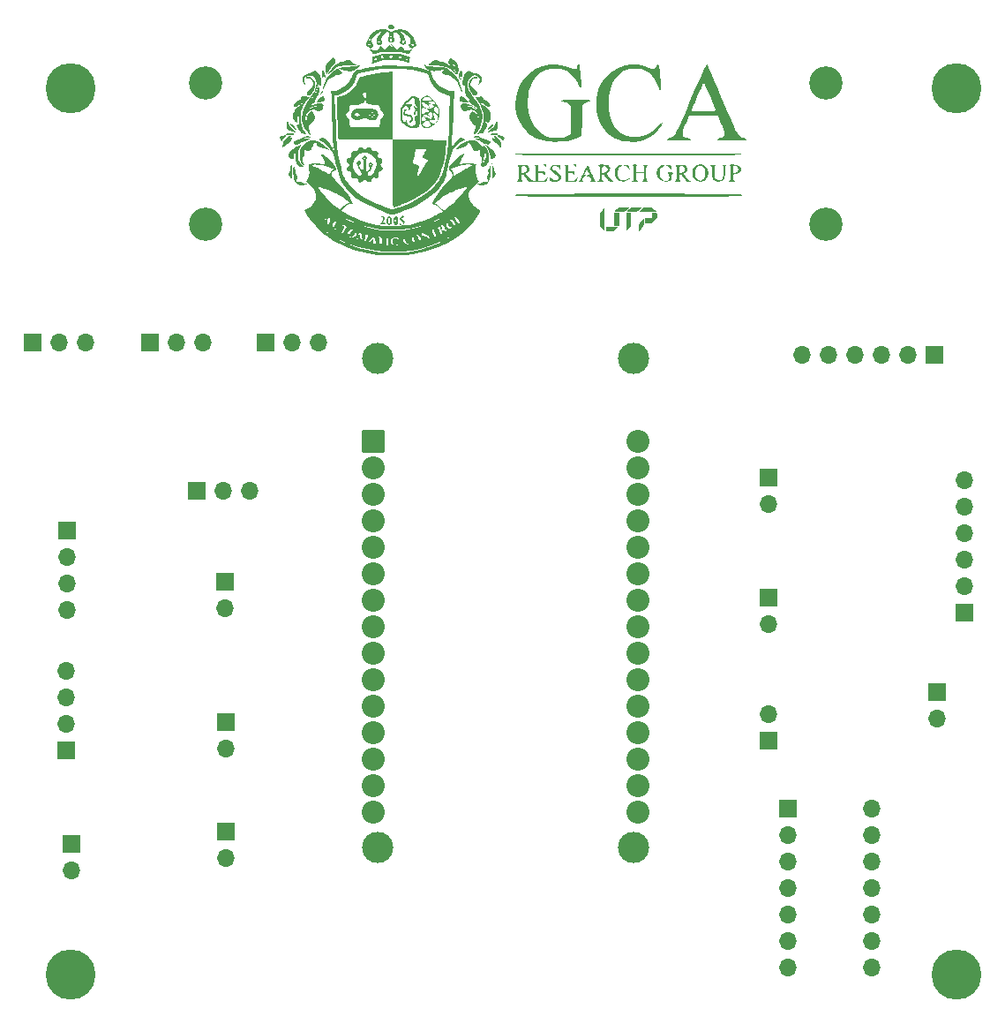
<source format=gbr>
%TF.GenerationSoftware,KiCad,Pcbnew,8.0.4*%
%TF.CreationDate,2024-07-29T13:43:03-05:00*%
%TF.ProjectId,DAQ-Bicineta,4441512d-4269-4636-996e-6574612e6b69,rev?*%
%TF.SameCoordinates,Original*%
%TF.FileFunction,Soldermask,Top*%
%TF.FilePolarity,Negative*%
%FSLAX46Y46*%
G04 Gerber Fmt 4.6, Leading zero omitted, Abs format (unit mm)*
G04 Created by KiCad (PCBNEW 8.0.4) date 2024-07-29 13:43:03*
%MOMM*%
%LPD*%
G01*
G04 APERTURE LIST*
G04 Aperture macros list*
%AMRoundRect*
0 Rectangle with rounded corners*
0 $1 Rounding radius*
0 $2 $3 $4 $5 $6 $7 $8 $9 X,Y pos of 4 corners*
0 Add a 4 corners polygon primitive as box body*
4,1,4,$2,$3,$4,$5,$6,$7,$8,$9,$2,$3,0*
0 Add four circle primitives for the rounded corners*
1,1,$1+$1,$2,$3*
1,1,$1+$1,$4,$5*
1,1,$1+$1,$6,$7*
1,1,$1+$1,$8,$9*
0 Add four rect primitives between the rounded corners*
20,1,$1+$1,$2,$3,$4,$5,0*
20,1,$1+$1,$4,$5,$6,$7,0*
20,1,$1+$1,$6,$7,$8,$9,0*
20,1,$1+$1,$8,$9,$2,$3,0*%
G04 Aperture macros list end*
%ADD10C,0.000000*%
%ADD11C,4.800000*%
%ADD12R,1.700000X1.700000*%
%ADD13O,1.700000X1.700000*%
%ADD14C,3.200000*%
%ADD15C,3.000000*%
%ADD16RoundRect,0.102000X-1.000000X-1.000000X1.000000X-1.000000X1.000000X1.000000X-1.000000X1.000000X0*%
%ADD17C,2.204000*%
G04 APERTURE END LIST*
D10*
%TO.C,G\u002A\u002A\u002A*%
G36*
X131880031Y-56649791D02*
G01*
X131845892Y-56683931D01*
X131811752Y-56649791D01*
X131845892Y-56615651D01*
X131880031Y-56649791D01*
G37*
G36*
X131742195Y-57721225D02*
G01*
X131743472Y-57757460D01*
X131702129Y-57855792D01*
X131602861Y-57990748D01*
X131462249Y-58151941D01*
X131582195Y-57947103D01*
X131679817Y-57782412D01*
X131727059Y-57714281D01*
X131742195Y-57721225D01*
G37*
G36*
X146375487Y-59328382D02*
G01*
X146389440Y-59346834D01*
X146386319Y-59409853D01*
X146363360Y-59415113D01*
X146266834Y-59365286D01*
X146252881Y-59346834D01*
X146256002Y-59283815D01*
X146278961Y-59278554D01*
X146375487Y-59328382D01*
G37*
G36*
X160147773Y-70066726D02*
G01*
X160147773Y-70681242D01*
X159908795Y-70681242D01*
X159669816Y-70681242D01*
X159669816Y-70066726D01*
X159669816Y-69452210D01*
X159908795Y-69452210D01*
X160147773Y-69452210D01*
X160147773Y-70066726D01*
G37*
G36*
X161308526Y-70087472D02*
G01*
X161308526Y-70722734D01*
X161069548Y-70954361D01*
X160830569Y-71185988D01*
X160830569Y-70319099D01*
X160830569Y-69452210D01*
X161069548Y-69452210D01*
X161308526Y-69452210D01*
X161308526Y-70087472D01*
G37*
G36*
X163288634Y-70169146D02*
G01*
X163288634Y-70408124D01*
X162947236Y-70408124D01*
X162605838Y-70408124D01*
X162605838Y-70169146D01*
X162605838Y-69930167D01*
X162947236Y-69930167D01*
X163288634Y-69930167D01*
X163288634Y-70169146D01*
G37*
G36*
X139199150Y-70457929D02*
G01*
X139295376Y-70510559D01*
X139374450Y-70584361D01*
X139339391Y-70609126D01*
X139322505Y-70609746D01*
X139172712Y-70575393D01*
X139127446Y-70552173D01*
X139078554Y-70482476D01*
X139100317Y-70452986D01*
X139199150Y-70457929D01*
G37*
G36*
X159874655Y-70988501D02*
G01*
X159719044Y-71132394D01*
X159576646Y-71203282D01*
X159385342Y-71226166D01*
X159280885Y-71227479D01*
X158918741Y-71227479D01*
X158918741Y-70988501D01*
X158918741Y-70749522D01*
X159512512Y-70749522D01*
X160106282Y-70749522D01*
X159874655Y-70988501D01*
G37*
G36*
X138396936Y-51401755D02*
G01*
X138514375Y-51502941D01*
X138557528Y-51632881D01*
X138536644Y-51700566D01*
X138399976Y-51823035D01*
X138231294Y-51852306D01*
X138130560Y-51812540D01*
X138033976Y-51675646D01*
X138041854Y-51522725D01*
X138141318Y-51404553D01*
X138242509Y-51371102D01*
X138396936Y-51401755D01*
G37*
G36*
X163756172Y-69463075D02*
G01*
X163821912Y-69521943D01*
X163834860Y-69668221D01*
X163834870Y-69677795D01*
X163798828Y-69869500D01*
X163674172Y-70054287D01*
X163595892Y-70135006D01*
X163356913Y-70366633D01*
X163356913Y-69909422D01*
X163356913Y-69452210D01*
X163595892Y-69452210D01*
X163756172Y-69463075D01*
G37*
G36*
X162537558Y-70315074D02*
G01*
X162522726Y-70546021D01*
X162460341Y-70718063D01*
X162323568Y-70900617D01*
X162301422Y-70925915D01*
X162065286Y-71193339D01*
X162062444Y-70814126D01*
X162069561Y-70583118D01*
X162110315Y-70429776D01*
X162207297Y-70295654D01*
X162298580Y-70203285D01*
X162537558Y-69971658D01*
X162537558Y-70315074D01*
G37*
G36*
X163153759Y-68912662D02*
G01*
X163310718Y-68945664D01*
X163436651Y-69024391D01*
X163561752Y-69144952D01*
X163793379Y-69383931D01*
X162913096Y-69383931D01*
X162032813Y-69383931D01*
X162264440Y-69144952D01*
X162406180Y-69010755D01*
X162533183Y-68939140D01*
X162698129Y-68910700D01*
X162913096Y-68905974D01*
X163153759Y-68912662D01*
G37*
G36*
X148122969Y-60956314D02*
G01*
X148099084Y-61017712D01*
X148000890Y-61129839D01*
X147862920Y-61260954D01*
X147719709Y-61379313D01*
X147605788Y-61453172D01*
X147571203Y-61463501D01*
X147559390Y-61411460D01*
X147606178Y-61283450D01*
X147619989Y-61255728D01*
X147731672Y-61110622D01*
X147881351Y-60996015D01*
X148026719Y-60937092D01*
X148122969Y-60956314D01*
G37*
G36*
X128754851Y-61819243D02*
G01*
X128905260Y-61851804D01*
X128957731Y-61895268D01*
X128897476Y-61941278D01*
X128804423Y-61965961D01*
X128629897Y-61995408D01*
X128490194Y-61995954D01*
X128306080Y-61966916D01*
X128277271Y-61961417D01*
X128161769Y-61919922D01*
X128163065Y-61872575D01*
X128262551Y-61831231D01*
X128441620Y-61807746D01*
X128521292Y-61805944D01*
X128754851Y-61819243D01*
G37*
G36*
X128770526Y-60944009D02*
G01*
X128808573Y-60962198D01*
X128933585Y-61052245D01*
X129054030Y-61180799D01*
X129146795Y-61314458D01*
X129188765Y-61419821D01*
X129156829Y-61463486D01*
X129155464Y-61463501D01*
X129071459Y-61420101D01*
X128930898Y-61309688D01*
X128846452Y-61233530D01*
X128679637Y-61058678D01*
X128610540Y-60946145D01*
X128640418Y-60904923D01*
X128770526Y-60944009D01*
G37*
G36*
X131858596Y-58311527D02*
G01*
X131878317Y-58446176D01*
X131869009Y-58603034D01*
X131832158Y-58726828D01*
X131794682Y-58763216D01*
X131678933Y-58785348D01*
X131484991Y-58810535D01*
X131386443Y-58820803D01*
X131063553Y-58851778D01*
X131204057Y-58654459D01*
X131359379Y-58489836D01*
X131556172Y-58348357D01*
X131742648Y-58264312D01*
X131808361Y-58254361D01*
X131858596Y-58311527D01*
G37*
G36*
X148021596Y-64809199D02*
G01*
X148102059Y-65009906D01*
X148130321Y-65184737D01*
X148167175Y-65381338D01*
X148235160Y-65522115D01*
X148327366Y-65717766D01*
X148285910Y-65886266D01*
X148164709Y-65997813D01*
X147994010Y-66109659D01*
X147994010Y-65604524D01*
X147988752Y-65318132D01*
X147974970Y-65053628D01*
X147955736Y-64868944D01*
X147917462Y-64638501D01*
X148021596Y-64809199D01*
G37*
G36*
X128237326Y-62022375D02*
G01*
X128299602Y-62050504D01*
X128259875Y-62103649D01*
X128141637Y-62180027D01*
X127984774Y-62298507D01*
X127887670Y-62417696D01*
X127880988Y-62434188D01*
X127817052Y-62543196D01*
X127738275Y-62516892D01*
X127656791Y-62380158D01*
X127610184Y-62232342D01*
X127614086Y-62143824D01*
X127708147Y-62087889D01*
X127881759Y-62041676D01*
X128077919Y-62016292D01*
X128237326Y-62022375D01*
G37*
G36*
X148371058Y-61812691D02*
G01*
X148521862Y-61837712D01*
X148569248Y-61864865D01*
X148534074Y-61910434D01*
X148416569Y-61959764D01*
X148269414Y-61996100D01*
X148145287Y-62002690D01*
X148139104Y-62001659D01*
X148048044Y-61982572D01*
X147891591Y-61948575D01*
X147763484Y-61912709D01*
X147757871Y-61880088D01*
X147811825Y-61854234D01*
X147965775Y-61820246D01*
X148168941Y-61806634D01*
X148371058Y-61812691D01*
G37*
G36*
X148909448Y-62039148D02*
G01*
X149083086Y-62119795D01*
X149141997Y-62247164D01*
X149077177Y-62412727D01*
X149066507Y-62427195D01*
X149000251Y-62489407D01*
X148926846Y-62468273D01*
X148811177Y-62358916D01*
X148654982Y-62212845D01*
X148510881Y-62102926D01*
X148504654Y-62099102D01*
X148432748Y-62046744D01*
X148461535Y-62022284D01*
X148608065Y-62014122D01*
X148630085Y-62013752D01*
X148909448Y-62039148D01*
G37*
G36*
X145080804Y-58293255D02*
G01*
X145208124Y-58356448D01*
X145353288Y-58463630D01*
X145493598Y-58591141D01*
X145606349Y-58715320D01*
X145668843Y-58812508D01*
X145658376Y-58859044D01*
X145621295Y-58856570D01*
X145527612Y-58844226D01*
X145349282Y-58827116D01*
X145250402Y-58818878D01*
X145052395Y-58794489D01*
X144949297Y-58745320D01*
X144899464Y-58645597D01*
X144886875Y-58593873D01*
X144871267Y-58386836D01*
X144939202Y-58287730D01*
X145080804Y-58293255D01*
G37*
G36*
X147643480Y-63105282D02*
G01*
X147933980Y-63303514D01*
X148150223Y-63520060D01*
X148286190Y-63736723D01*
X148335859Y-63935306D01*
X148293213Y-64097612D01*
X148152231Y-64205443D01*
X148017682Y-64236453D01*
X147893384Y-64238909D01*
X147834316Y-64186640D01*
X147811362Y-64044029D01*
X147807204Y-63978962D01*
X147769717Y-63725380D01*
X147676245Y-63476758D01*
X147508062Y-63185317D01*
X147478239Y-63139518D01*
X147345570Y-62937847D01*
X147643480Y-63105282D01*
G37*
G36*
X131832567Y-55868797D02*
G01*
X131932325Y-56066602D01*
X131989343Y-56269555D01*
X131995204Y-56433702D01*
X131955190Y-56508980D01*
X131898130Y-56487142D01*
X131871214Y-56339990D01*
X131870733Y-56329493D01*
X131861852Y-56195966D01*
X131848227Y-56191748D01*
X131830812Y-56274253D01*
X131781026Y-56449161D01*
X131724075Y-56497532D01*
X131670998Y-56415921D01*
X131650322Y-56330563D01*
X131637158Y-56102510D01*
X131663575Y-55899367D01*
X131718809Y-55695180D01*
X131832567Y-55868797D01*
G37*
G36*
X158782182Y-70053332D02*
G01*
X158780603Y-70424595D01*
X158776239Y-70742797D01*
X158769643Y-70985225D01*
X158761374Y-71129166D01*
X158755115Y-71159199D01*
X158698294Y-71112631D01*
X158584789Y-70994435D01*
X158516137Y-70917845D01*
X158416341Y-70797150D01*
X158354096Y-70687547D01*
X158320557Y-70552554D01*
X158306882Y-70355687D01*
X158304227Y-70060465D01*
X158304225Y-70043605D01*
X158304225Y-69410719D01*
X158543203Y-69179092D01*
X158782182Y-68947465D01*
X158782182Y-70053332D01*
G37*
G36*
X160898849Y-69144952D02*
G01*
X160765936Y-69272656D01*
X160648201Y-69344274D01*
X160498633Y-69375942D01*
X160270227Y-69383796D01*
X160202659Y-69383931D01*
X159970778Y-69377552D01*
X159804269Y-69360801D01*
X159738162Y-69337259D01*
X159738096Y-69336457D01*
X159781126Y-69261081D01*
X159887881Y-69133450D01*
X159921569Y-69097479D01*
X160027946Y-68998471D01*
X160137452Y-68941029D01*
X160290644Y-68913998D01*
X160528079Y-68906220D01*
X160617759Y-68905974D01*
X161130476Y-68905974D01*
X160898849Y-69144952D01*
G37*
G36*
X162059601Y-69144952D02*
G01*
X161926689Y-69272656D01*
X161808953Y-69344274D01*
X161659386Y-69375942D01*
X161430980Y-69383796D01*
X161363411Y-69383931D01*
X161131531Y-69377552D01*
X160965021Y-69360801D01*
X160898914Y-69337259D01*
X160898849Y-69336457D01*
X160941878Y-69261081D01*
X161048633Y-69133450D01*
X161082322Y-69097479D01*
X161188698Y-68998471D01*
X161298204Y-68941029D01*
X161451397Y-68913998D01*
X161688832Y-68906220D01*
X161778512Y-68905974D01*
X162291228Y-68905974D01*
X162059601Y-69144952D01*
G37*
G36*
X128759741Y-64839192D02*
G01*
X128774157Y-64954392D01*
X128779495Y-65173113D01*
X128778835Y-65448897D01*
X128776582Y-65744204D01*
X128774772Y-65980208D01*
X128773619Y-66129237D01*
X128773311Y-66167275D01*
X128729671Y-66120306D01*
X128620836Y-66012000D01*
X128579236Y-65971390D01*
X128457724Y-65843272D01*
X128423716Y-65749147D01*
X128464612Y-65630126D01*
X128493887Y-65572469D01*
X128571137Y-65364915D01*
X128602612Y-65167038D01*
X128634158Y-64976354D01*
X128693486Y-64847582D01*
X128733699Y-64809570D01*
X128759741Y-64839192D01*
G37*
G36*
X139558893Y-69752409D02*
G01*
X139576584Y-69813832D01*
X139498501Y-69879867D01*
X139352084Y-69919212D01*
X139153217Y-69942396D01*
X139374420Y-70035405D01*
X139548692Y-70156717D01*
X139592922Y-70316592D01*
X139532497Y-70470403D01*
X139483197Y-70513801D01*
X139453268Y-70434709D01*
X139448193Y-70402123D01*
X139374458Y-70256843D01*
X139271295Y-70215606D01*
X139153042Y-70151442D01*
X139120924Y-70031745D01*
X139162190Y-69895166D01*
X139264093Y-69780355D01*
X139413883Y-69725964D01*
X139433016Y-69725328D01*
X139558893Y-69752409D01*
G37*
G36*
X145102243Y-55881588D02*
G01*
X145121469Y-56086484D01*
X145104751Y-56303789D01*
X145069208Y-56482052D01*
X145057988Y-56513232D01*
X144999307Y-56649791D01*
X144993462Y-56513232D01*
X144953910Y-56344847D01*
X144917851Y-56274253D01*
X144878271Y-56242720D01*
X144877260Y-56328606D01*
X144892355Y-56427882D01*
X144915279Y-56615631D01*
X144898208Y-56675313D01*
X144842736Y-56605480D01*
X144797662Y-56514041D01*
X144752416Y-56342944D01*
X144758754Y-56223853D01*
X144859286Y-55972805D01*
X144958492Y-55828879D01*
X145043702Y-55796874D01*
X145102243Y-55881588D01*
G37*
G36*
X128380703Y-60658758D02*
G01*
X128457596Y-60779237D01*
X128466053Y-60829740D01*
X128523000Y-61023163D01*
X128674056Y-61235253D01*
X128889544Y-61427010D01*
X128952200Y-61468562D01*
X129136390Y-61598610D01*
X129218866Y-61690148D01*
X129197917Y-61730015D01*
X129071831Y-61705049D01*
X128978150Y-61668210D01*
X128817876Y-61617044D01*
X128609936Y-61571497D01*
X128589391Y-61568039D01*
X128418979Y-61520570D01*
X128318433Y-61427880D01*
X128274086Y-61262168D01*
X128272275Y-60995635D01*
X128275695Y-60929855D01*
X128295169Y-60729385D01*
X128328062Y-60645856D01*
X128380703Y-60658758D01*
G37*
G36*
X148450782Y-60630941D02*
G01*
X148465049Y-60738989D01*
X148469587Y-60960618D01*
X148469795Y-60998584D01*
X148463966Y-61267265D01*
X148427682Y-61431916D01*
X148337473Y-61524889D01*
X148169870Y-61578535D01*
X148030646Y-61603927D01*
X147817735Y-61645873D01*
X147643142Y-61690749D01*
X147618472Y-61698946D01*
X147557321Y-61707917D01*
X147605519Y-61648971D01*
X147676063Y-61588626D01*
X147971416Y-61328818D01*
X148169500Y-61115545D01*
X148261516Y-60958716D01*
X148267128Y-60923093D01*
X148306757Y-60778238D01*
X148367376Y-60674266D01*
X148420364Y-60616143D01*
X148450782Y-60630941D01*
G37*
G36*
X137614904Y-69759091D02*
G01*
X137679618Y-69869841D01*
X137660675Y-70037429D01*
X137565658Y-70217085D01*
X137530166Y-70259446D01*
X137376537Y-70426828D01*
X137567012Y-70392287D01*
X137705888Y-70387571D01*
X137732452Y-70434145D01*
X137654048Y-70492386D01*
X137497151Y-70530952D01*
X137482127Y-70532584D01*
X137256836Y-70554624D01*
X137408676Y-70308942D01*
X137497533Y-70117787D01*
X137516573Y-69966269D01*
X137468008Y-69882949D01*
X137375961Y-69886800D01*
X137288283Y-69890120D01*
X137274117Y-69864346D01*
X137331108Y-69795523D01*
X137456945Y-69749317D01*
X137583927Y-69746637D01*
X137614904Y-69759091D01*
G37*
G36*
X148230039Y-62096433D02*
G01*
X148393789Y-62179589D01*
X148478939Y-62234195D01*
X148730303Y-62471550D01*
X148856055Y-62761885D01*
X148868652Y-63017596D01*
X148846731Y-63168446D01*
X148815772Y-63187036D01*
X148799557Y-63156335D01*
X148715518Y-63051795D01*
X148558131Y-62921570D01*
X148472754Y-62863729D01*
X148308010Y-62736138D01*
X148149718Y-62575914D01*
X148023625Y-62415031D01*
X147955480Y-62285466D01*
X147959483Y-62226343D01*
X148030298Y-62239273D01*
X148175059Y-62305504D01*
X148247143Y-62344711D01*
X148506107Y-62491775D01*
X148283121Y-62284896D01*
X148162219Y-62152320D01*
X148148687Y-62088421D01*
X148230039Y-62096433D01*
G37*
G36*
X130669683Y-56445579D02*
G01*
X130843383Y-56612623D01*
X130963858Y-56856984D01*
X131010947Y-57158977D01*
X131011019Y-57171687D01*
X130973878Y-57407514D01*
X130876863Y-57662358D01*
X130741582Y-57899151D01*
X130589644Y-58080824D01*
X130442657Y-58170309D01*
X130427322Y-58172981D01*
X130279197Y-58155210D01*
X130205332Y-58043693D01*
X130198024Y-57943947D01*
X130253675Y-57832876D01*
X130390182Y-57682495D01*
X130506729Y-57572414D01*
X130732746Y-57334991D01*
X130841688Y-57134084D01*
X130839341Y-56946600D01*
X130731490Y-56749444D01*
X130717481Y-56731293D01*
X130522086Y-56579119D01*
X130324873Y-56532671D01*
X130070623Y-56509942D01*
X130243257Y-56422173D01*
X130462920Y-56375535D01*
X130669683Y-56445579D01*
G37*
G36*
X128700733Y-62092718D02*
G01*
X128657714Y-62143999D01*
X128543702Y-62218510D01*
X128407555Y-62314412D01*
X128347742Y-62383079D01*
X128350009Y-62394410D01*
X128425282Y-62386344D01*
X128558070Y-62317492D01*
X128564679Y-62313202D01*
X128697216Y-62240514D01*
X128772549Y-62225405D01*
X128773827Y-62226472D01*
X128774409Y-62313033D01*
X128700527Y-62455199D01*
X128578756Y-62616702D01*
X128435666Y-62761276D01*
X128324218Y-62840103D01*
X128134708Y-62962197D01*
X127982708Y-63095468D01*
X127971026Y-63108991D01*
X127888221Y-63201846D01*
X127856625Y-63187897D01*
X127851538Y-63052738D01*
X127851537Y-63039302D01*
X127903265Y-62731974D01*
X128042156Y-62453430D01*
X128243768Y-62233575D01*
X128483660Y-62102317D01*
X128636752Y-62078527D01*
X128700733Y-62092718D01*
G37*
G36*
X146473488Y-56406956D02*
G01*
X146502734Y-56422165D01*
X146601594Y-56483648D01*
X146594764Y-56513552D01*
X146468570Y-56531588D01*
X146423854Y-56535880D01*
X146174260Y-56593402D01*
X146015112Y-56725313D01*
X145935426Y-56881448D01*
X145914084Y-57117432D01*
X146021412Y-57352384D01*
X146250181Y-57571866D01*
X146297430Y-57604489D01*
X146468244Y-57734360D01*
X146541724Y-57847876D01*
X146547244Y-57967904D01*
X146482981Y-58126385D01*
X146358957Y-58182539D01*
X146205706Y-58136487D01*
X146053762Y-57988351D01*
X146038476Y-57965887D01*
X145879239Y-57706731D01*
X145788148Y-57507374D01*
X145747939Y-57321068D01*
X145740784Y-57159842D01*
X145784106Y-56865606D01*
X145900058Y-56622848D01*
X146067620Y-56451920D01*
X146265770Y-56373172D01*
X146473488Y-56406956D01*
G37*
G36*
X138192416Y-69756452D02*
G01*
X138289507Y-69864579D01*
X138350115Y-70033908D01*
X138364901Y-70227346D01*
X138324524Y-70407797D01*
X138259294Y-70505666D01*
X138127788Y-70602148D01*
X138023824Y-70579715D01*
X137973630Y-70527613D01*
X137876229Y-70326779D01*
X137864870Y-70187377D01*
X138025396Y-70187377D01*
X138033585Y-70364188D01*
X138059824Y-70482868D01*
X138070712Y-70499164D01*
X138120451Y-70535806D01*
X138147894Y-70504037D01*
X138159502Y-70380432D01*
X138161752Y-70169146D01*
X138150527Y-69963488D01*
X138121572Y-69827084D01*
X138093472Y-69793608D01*
X138056906Y-69853542D01*
X138033692Y-70000980D01*
X138025396Y-70187377D01*
X137864870Y-70187377D01*
X137857888Y-70101687D01*
X137913068Y-69898074D01*
X138036234Y-69761677D01*
X138068181Y-69746625D01*
X138192416Y-69756452D01*
G37*
G36*
X138806932Y-69756452D02*
G01*
X138904023Y-69864579D01*
X138964632Y-70033908D01*
X138979417Y-70227346D01*
X138939040Y-70407797D01*
X138873810Y-70505666D01*
X138742304Y-70602148D01*
X138638341Y-70579715D01*
X138588146Y-70527613D01*
X138490745Y-70326779D01*
X138479386Y-70187377D01*
X138639912Y-70187377D01*
X138648101Y-70364188D01*
X138674340Y-70482868D01*
X138685229Y-70499164D01*
X138734967Y-70535806D01*
X138762410Y-70504037D01*
X138774018Y-70380432D01*
X138776268Y-70169146D01*
X138765043Y-69963488D01*
X138736088Y-69827084D01*
X138707988Y-69793608D01*
X138671422Y-69853542D01*
X138648208Y-70000980D01*
X138639912Y-70187377D01*
X138479386Y-70187377D01*
X138472404Y-70101687D01*
X138527584Y-69898074D01*
X138650750Y-69761677D01*
X138682698Y-69746625D01*
X138806932Y-69756452D01*
G37*
G36*
X130469406Y-62121349D02*
G01*
X130514440Y-62146296D01*
X130547035Y-62189791D01*
X130464129Y-62212386D01*
X130343741Y-62218329D01*
X130130389Y-62236296D01*
X129956139Y-62273035D01*
X129934064Y-62281159D01*
X129911291Y-62309101D01*
X130015713Y-62318014D01*
X130207182Y-62309391D01*
X130430620Y-62294745D01*
X130531196Y-62294933D01*
X130522269Y-62315228D01*
X130417203Y-62360901D01*
X130377881Y-62376741D01*
X130191529Y-62456510D01*
X129939355Y-62570532D01*
X129695085Y-62685055D01*
X129425944Y-62809523D01*
X129248604Y-62873867D01*
X129133491Y-62880541D01*
X129051028Y-62832002D01*
X128981119Y-62744331D01*
X128914290Y-62631173D01*
X128946578Y-62576936D01*
X129043047Y-62546061D01*
X129190511Y-62492560D01*
X129409695Y-62397207D01*
X129635232Y-62289424D01*
X129989016Y-62138638D01*
X130262211Y-62083405D01*
X130469406Y-62121349D01*
G37*
G36*
X147834203Y-65539026D02*
G01*
X147811085Y-65931081D01*
X147765259Y-66215784D01*
X147685190Y-66421885D01*
X147559341Y-66578133D01*
X147376177Y-66713278D01*
X147358714Y-66724032D01*
X147076207Y-66839434D01*
X146817398Y-66835059D01*
X146658539Y-66757339D01*
X146566956Y-66682090D01*
X146586065Y-66657073D01*
X146662558Y-66652748D01*
X146825623Y-66608664D01*
X146932360Y-66547643D01*
X147137140Y-66477579D01*
X147290106Y-66488999D01*
X147480674Y-66486784D01*
X147568020Y-66397777D01*
X147544007Y-66233200D01*
X147516843Y-66176267D01*
X147478459Y-66052049D01*
X147514121Y-65913363D01*
X147577562Y-65795394D01*
X147649226Y-65649728D01*
X147662118Y-65567236D01*
X147650309Y-65560275D01*
X147594488Y-65516140D01*
X147615806Y-65378293D01*
X147715660Y-65138571D01*
X147726257Y-65116458D01*
X147858054Y-64843339D01*
X147834203Y-65539026D01*
G37*
G36*
X139781748Y-59529807D02*
G01*
X139730518Y-59619655D01*
X139702703Y-59642241D01*
X139614925Y-59768103D01*
X139606292Y-59863444D01*
X139650902Y-59949354D01*
X139765006Y-59988156D01*
X139926347Y-59995490D01*
X140158040Y-60020365D01*
X140297719Y-60103271D01*
X140317930Y-60128029D01*
X140406916Y-60342043D01*
X140377039Y-60550162D01*
X140290112Y-60667703D01*
X140149895Y-60760516D01*
X140043084Y-60773088D01*
X140005300Y-60710282D01*
X140059630Y-60626265D01*
X140102440Y-60602584D01*
X140222298Y-60492923D01*
X140249876Y-60325613D01*
X140234831Y-60268608D01*
X140135750Y-60192405D01*
X139913600Y-60166216D01*
X139903936Y-60166189D01*
X139688378Y-60142843D01*
X139545106Y-60082096D01*
X139530770Y-60067898D01*
X139471833Y-59907565D01*
X139489060Y-59714325D01*
X139572436Y-59557058D01*
X139609418Y-59526835D01*
X139731746Y-59486946D01*
X139781748Y-59529807D01*
G37*
G36*
X146600955Y-62101989D02*
G01*
X146889323Y-62194438D01*
X147165075Y-62316995D01*
X147410514Y-62429153D01*
X147615890Y-62513078D01*
X147744714Y-62554127D01*
X147760595Y-62555974D01*
X147848621Y-62590549D01*
X147823743Y-62684415D01*
X147732585Y-62784370D01*
X147640327Y-62857232D01*
X147549621Y-62885347D01*
X147429732Y-62863402D01*
X147249922Y-62786088D01*
X146997064Y-62657274D01*
X146740725Y-62529323D01*
X146502699Y-62420140D01*
X146332504Y-62352382D01*
X146326377Y-62350396D01*
X146232287Y-62315583D01*
X146242497Y-62300062D01*
X146368829Y-62301492D01*
X146525999Y-62310881D01*
X146737023Y-62318739D01*
X146826570Y-62307008D01*
X146799117Y-62281159D01*
X146641667Y-62242258D01*
X146429471Y-62219730D01*
X146389440Y-62218329D01*
X146225528Y-62206410D01*
X146185153Y-62176981D01*
X146218741Y-62146296D01*
X146384265Y-62087175D01*
X146600955Y-62101989D01*
G37*
G36*
X128991211Y-65013975D02*
G01*
X129055179Y-65150038D01*
X129113971Y-65339696D01*
X129126973Y-65495208D01*
X129123740Y-65512356D01*
X129133391Y-65655811D01*
X129201810Y-65828724D01*
X129203183Y-65831130D01*
X129273817Y-65987536D01*
X129262684Y-66113618D01*
X129223884Y-66196307D01*
X129167142Y-66374286D01*
X129223117Y-66476361D01*
X129387434Y-66496900D01*
X129450173Y-66487667D01*
X129690686Y-66493375D01*
X129800821Y-66547643D01*
X129977112Y-66630426D01*
X130104763Y-66652996D01*
X130275462Y-66657587D01*
X130104763Y-66755167D01*
X129824642Y-66847272D01*
X129537258Y-66804536D01*
X129374072Y-66723792D01*
X129193216Y-66574170D01*
X129053979Y-66393946D01*
X129049046Y-66384689D01*
X128989280Y-66208492D01*
X128938174Y-65951589D01*
X128900517Y-65658945D01*
X128881101Y-65375522D01*
X128884715Y-65146283D01*
X128905445Y-65036904D01*
X128944862Y-64974425D01*
X128991211Y-65013975D01*
G37*
G36*
X134242473Y-54797160D02*
G01*
X134508615Y-54926120D01*
X134577074Y-54976941D01*
X134743902Y-55098742D01*
X134873835Y-55174662D01*
X134910791Y-55186579D01*
X134920130Y-55211171D01*
X134850193Y-55250060D01*
X134724070Y-55276249D01*
X134499811Y-55297539D01*
X134215826Y-55310838D01*
X134061314Y-55313540D01*
X133728952Y-55321422D01*
X133488931Y-55344532D01*
X133297228Y-55390747D01*
X133109822Y-55467943D01*
X133058606Y-55492945D01*
X132805571Y-55647575D01*
X132560586Y-55842098D01*
X132464823Y-55936959D01*
X132332019Y-56068428D01*
X132243615Y-56126188D01*
X132221429Y-56111136D01*
X132269801Y-55998583D01*
X132397703Y-55826567D01*
X132579313Y-55622512D01*
X132788807Y-55413842D01*
X133000365Y-55227981D01*
X133170217Y-55103490D01*
X133405157Y-54980424D01*
X133555622Y-54962770D01*
X133572029Y-54969909D01*
X133704244Y-54970925D01*
X133801064Y-54899457D01*
X134000806Y-54787692D01*
X134242473Y-54797160D01*
G37*
G36*
X132865716Y-54630716D02*
G01*
X132963044Y-54808307D01*
X132936166Y-54998149D01*
X132782198Y-55211164D01*
X132688672Y-55301447D01*
X132490122Y-55517826D01*
X132312836Y-55772328D01*
X132253331Y-55883608D01*
X132164397Y-56065200D01*
X132111391Y-56135455D01*
X132077675Y-56109074D01*
X132060139Y-56054307D01*
X132035404Y-55894787D01*
X132021350Y-55687052D01*
X132153509Y-55687052D01*
X132184638Y-55690246D01*
X132260378Y-55599220D01*
X132272998Y-55580388D01*
X132396396Y-55400362D01*
X132541313Y-55199448D01*
X132559186Y-55175452D01*
X132642347Y-55051765D01*
X132657574Y-54999648D01*
X132640025Y-55005569D01*
X132543064Y-55096591D01*
X132415670Y-55252822D01*
X132288111Y-55431865D01*
X132190653Y-55591324D01*
X132153509Y-55687052D01*
X132021350Y-55687052D01*
X132019970Y-55666657D01*
X132017523Y-55547469D01*
X132022762Y-55374478D01*
X132051597Y-55238689D01*
X132122106Y-55112127D01*
X132252368Y-54966818D01*
X132460460Y-54774790D01*
X132591390Y-54659479D01*
X132711940Y-54564828D01*
X132787357Y-54559088D01*
X132865716Y-54630716D01*
G37*
G36*
X160718538Y-64820659D02*
G01*
X160961773Y-64854398D01*
X161098547Y-64931554D01*
X161157456Y-65075351D01*
X161166829Y-65184737D01*
X161159594Y-65262222D01*
X161114965Y-65244712D01*
X161017999Y-65133655D01*
X160801389Y-64952469D01*
X160564083Y-64898844D01*
X160326618Y-64975374D01*
X160244263Y-65035959D01*
X160132611Y-65146115D01*
X160072780Y-65262207D01*
X160049007Y-65431208D01*
X160045354Y-65628675D01*
X160053088Y-65875279D01*
X160084671Y-66028851D01*
X160152675Y-66132451D01*
X160206547Y-66180824D01*
X160437494Y-66290610D01*
X160700837Y-66302764D01*
X160941440Y-66218511D01*
X161013937Y-66162889D01*
X161120164Y-66084303D01*
X161171180Y-66088249D01*
X161171967Y-66095613D01*
X161112926Y-66194320D01*
X160965472Y-66300509D01*
X160774104Y-66390326D01*
X160583324Y-66439916D01*
X160523311Y-66443326D01*
X160316700Y-66419144D01*
X160165275Y-66377661D01*
X159994098Y-66248182D01*
X159847521Y-66033441D01*
X159755266Y-65784641D01*
X159738351Y-65642233D01*
X159795315Y-65310316D01*
X159959125Y-65055836D01*
X160217912Y-64888745D01*
X160559804Y-64818990D01*
X160718538Y-64820659D01*
G37*
G36*
X154548849Y-64838525D02*
G01*
X154548849Y-65062841D01*
X154527445Y-65226573D01*
X154476935Y-65284356D01*
X154417869Y-65224533D01*
X154392721Y-65151419D01*
X154294610Y-65013094D01*
X154121606Y-64929984D01*
X153931168Y-64923673D01*
X153857463Y-64950356D01*
X153752169Y-65058295D01*
X153775498Y-65193306D01*
X153924445Y-65346102D01*
X154003085Y-65400399D01*
X154328093Y-65626154D01*
X154531483Y-65816674D01*
X154619595Y-65984422D01*
X154598767Y-66141862D01*
X154475341Y-66301458D01*
X154465905Y-66310357D01*
X154346350Y-66393938D01*
X154192423Y-66431674D01*
X153956942Y-66434124D01*
X153920084Y-66432506D01*
X153525486Y-66413769D01*
X153525410Y-66174791D01*
X153525333Y-65935812D01*
X153678623Y-66115909D01*
X153885284Y-66287802D01*
X154096443Y-66332762D01*
X154271313Y-66265791D01*
X154389376Y-66144304D01*
X154385305Y-66020655D01*
X154255183Y-65882405D01*
X154122101Y-65791673D01*
X153805160Y-65576009D01*
X153610613Y-65392672D01*
X153531791Y-65229377D01*
X153562022Y-65073838D01*
X153662224Y-64944749D01*
X153779957Y-64860580D01*
X153941046Y-64823916D01*
X154174321Y-64822853D01*
X154548849Y-64838525D01*
G37*
G36*
X129631271Y-62920713D02*
G01*
X129603330Y-63037010D01*
X129554025Y-63145178D01*
X129407872Y-63541416D01*
X129359411Y-63942376D01*
X129406453Y-64318162D01*
X129546811Y-64638877D01*
X129674583Y-64792130D01*
X129909647Y-65014038D01*
X129717017Y-65008648D01*
X129543258Y-64992736D01*
X129437211Y-64968209D01*
X129354100Y-64889407D01*
X129250512Y-64734029D01*
X129215303Y-64669062D01*
X129105064Y-64323138D01*
X129084983Y-63933671D01*
X129154974Y-63559611D01*
X129217128Y-63409468D01*
X129311143Y-63220478D01*
X129346233Y-63129593D01*
X129327520Y-63114308D01*
X129278298Y-63140744D01*
X129182190Y-63254625D01*
X129083055Y-63454712D01*
X128999737Y-63692411D01*
X128951077Y-63919131D01*
X128945509Y-63998976D01*
X128935498Y-64162327D01*
X128884149Y-64227343D01*
X128755405Y-64232146D01*
X128726985Y-64230013D01*
X128530233Y-64166562D01*
X128438830Y-64022037D01*
X128456523Y-63806609D01*
X128516049Y-63657636D01*
X128643834Y-63472460D01*
X128826536Y-63293492D01*
X129027030Y-63148968D01*
X129208190Y-63067129D01*
X129299967Y-63061358D01*
X129439844Y-63037304D01*
X129496096Y-62992742D01*
X129593735Y-62901243D01*
X129631271Y-62920713D01*
G37*
G36*
X168293078Y-64888494D02*
G01*
X168350091Y-64916154D01*
X168535742Y-65076404D01*
X168679062Y-65316671D01*
X168748679Y-65580851D01*
X168750999Y-65633112D01*
X168689662Y-65931861D01*
X168524710Y-66177544D01*
X168284732Y-66351312D01*
X167998314Y-66434314D01*
X167694046Y-66407702D01*
X167616747Y-66380990D01*
X167386919Y-66218113D01*
X167237064Y-65959742D01*
X167180692Y-65629680D01*
X167180569Y-65612518D01*
X167183779Y-65560562D01*
X167453687Y-65560562D01*
X167489471Y-65924111D01*
X167599588Y-66176922D01*
X167788187Y-66325399D01*
X167979046Y-66371709D01*
X168080911Y-66335727D01*
X168225632Y-66237006D01*
X168251027Y-66215821D01*
X168358049Y-66108582D01*
X168415424Y-65991455D01*
X168438146Y-65818207D01*
X168441465Y-65628554D01*
X168434637Y-65384706D01*
X168404157Y-65230908D01*
X168335033Y-65120927D01*
X168251027Y-65041287D01*
X168034147Y-64905174D01*
X167838080Y-64899460D01*
X167642701Y-65024268D01*
X167621283Y-65045074D01*
X167513049Y-65186271D01*
X167463457Y-65360116D01*
X167453687Y-65560562D01*
X167183779Y-65560562D01*
X167194589Y-65385622D01*
X167255174Y-65225627D01*
X167390107Y-65064174D01*
X167412720Y-65041350D01*
X167678983Y-64857036D01*
X167973723Y-64805912D01*
X168293078Y-64888494D01*
G37*
G36*
X164824152Y-64840289D02*
G01*
X165039117Y-64871992D01*
X165151347Y-64912000D01*
X165194042Y-64981638D01*
X165200462Y-65081979D01*
X165200462Y-65276652D01*
X165000875Y-65077065D01*
X164775486Y-64915244D01*
X164553774Y-64889097D01*
X164328522Y-64998702D01*
X164231085Y-65085275D01*
X164110435Y-65219543D01*
X164053679Y-65342875D01*
X164043843Y-65510834D01*
X164054099Y-65664593D01*
X164116491Y-65990089D01*
X164246535Y-66206468D01*
X164454301Y-66328440D01*
X164520741Y-66346165D01*
X164761680Y-66351372D01*
X164923410Y-66251419D01*
X164993637Y-66055097D01*
X164995623Y-66006567D01*
X164965070Y-65814487D01*
X164891265Y-65670596D01*
X164888326Y-65667571D01*
X164837325Y-65603768D01*
X164866392Y-65572295D01*
X164998047Y-65562474D01*
X165110235Y-65562351D01*
X165297570Y-65569376D01*
X165363816Y-65590717D01*
X165324136Y-65631556D01*
X165319951Y-65634023D01*
X165235482Y-65737370D01*
X165201963Y-65934931D01*
X165200462Y-66009175D01*
X165189600Y-66206403D01*
X165142675Y-66313553D01*
X165038178Y-66376325D01*
X165025318Y-66381320D01*
X164706175Y-66443822D01*
X164374920Y-66412679D01*
X164129416Y-66314748D01*
X163907958Y-66135009D01*
X163794783Y-65913478D01*
X163766846Y-65650113D01*
X163822513Y-65312854D01*
X163982236Y-65058491D01*
X164236197Y-64894543D01*
X164574582Y-64828529D01*
X164824152Y-64840289D01*
G37*
G36*
X135293742Y-55249433D02*
G01*
X135294010Y-55253738D01*
X135237475Y-55377664D01*
X135092258Y-55526380D01*
X134894934Y-55670287D01*
X134682084Y-55779788D01*
X134614882Y-55803264D01*
X134430413Y-55847013D01*
X134257387Y-55852102D01*
X134041672Y-55816455D01*
X133869464Y-55774711D01*
X133562619Y-55701738D01*
X133365081Y-55667263D01*
X133283038Y-55671627D01*
X133322678Y-55715172D01*
X133382182Y-55747802D01*
X133529613Y-55867936D01*
X133577970Y-56005971D01*
X133523974Y-56124597D01*
X133419880Y-56177042D01*
X133215010Y-56200347D01*
X133044601Y-56191969D01*
X132887488Y-56193831D01*
X132817377Y-56270894D01*
X132813942Y-56282740D01*
X132734044Y-56386846D01*
X132578318Y-56487193D01*
X132547597Y-56500930D01*
X132275130Y-56675381D01*
X132062616Y-56952684D01*
X131912888Y-57302310D01*
X131831608Y-57524816D01*
X131778553Y-57623476D01*
X131757188Y-57596167D01*
X131770980Y-57440762D01*
X131779969Y-57383796D01*
X131891124Y-56999616D01*
X132085354Y-56596393D01*
X132331944Y-56229540D01*
X132548266Y-55997723D01*
X132828999Y-55765364D01*
X133076958Y-55605843D01*
X133330878Y-55505513D01*
X133629492Y-55450726D01*
X134011535Y-55427837D01*
X134174357Y-55424808D01*
X134540939Y-55415338D01*
X134798800Y-55394901D01*
X134975588Y-55359737D01*
X135098953Y-55306084D01*
X135113201Y-55297102D01*
X135239695Y-55234025D01*
X135293742Y-55249433D01*
G37*
G36*
X131012660Y-62516034D02*
G01*
X131431440Y-62652805D01*
X131841894Y-62914805D01*
X132078732Y-63130096D01*
X132377899Y-63434924D01*
X131849950Y-63272034D01*
X131527586Y-63165991D01*
X131316335Y-63075606D01*
X131194229Y-62985916D01*
X131139299Y-62881955D01*
X131128956Y-62780902D01*
X131105077Y-62654645D01*
X131037480Y-62650847D01*
X130932222Y-62764801D01*
X130795362Y-62991804D01*
X130753418Y-63072576D01*
X130627864Y-63301051D01*
X130524374Y-63430275D01*
X130416555Y-63488669D01*
X130356682Y-63499751D01*
X130136655Y-63481151D01*
X130012691Y-63365779D01*
X129987163Y-63156213D01*
X129993730Y-63105378D01*
X130009621Y-62958967D01*
X129988325Y-62935648D01*
X129964307Y-62965651D01*
X129932801Y-63090973D01*
X129925739Y-63311129D01*
X129938068Y-63519363D01*
X129955806Y-63769446D01*
X129947996Y-63915832D01*
X129910442Y-63989705D01*
X129871750Y-64012247D01*
X129795175Y-64106657D01*
X129764327Y-64281237D01*
X129779350Y-64487431D01*
X129840387Y-64676681D01*
X129869656Y-64725727D01*
X129927539Y-64841834D01*
X129897458Y-64873521D01*
X129802764Y-64815470D01*
X129741817Y-64754834D01*
X129618598Y-64539425D01*
X129538434Y-64238247D01*
X129508884Y-63897399D01*
X129537505Y-63562977D01*
X129542389Y-63538573D01*
X129662812Y-63154918D01*
X129850627Y-62872870D01*
X130124482Y-62666472D01*
X130195076Y-62630113D01*
X130596793Y-62507476D01*
X131012660Y-62516034D01*
G37*
G36*
X171353769Y-64816729D02*
G01*
X171522030Y-64843548D01*
X171640823Y-64903095D01*
X171724264Y-64976795D01*
X171859593Y-65182457D01*
X171872252Y-65381444D01*
X171774996Y-65549503D01*
X171580577Y-65662383D01*
X171345623Y-65696834D01*
X171170826Y-65703673D01*
X171093323Y-65748823D01*
X171073856Y-65869228D01*
X171073550Y-65952882D01*
X171094830Y-66190557D01*
X171166770Y-66330720D01*
X171277343Y-66398141D01*
X171273612Y-66419476D01*
X171159284Y-66434959D01*
X171004225Y-66440442D01*
X170797492Y-66436750D01*
X170712715Y-66418422D01*
X170735733Y-66381792D01*
X170748177Y-66374160D01*
X170804196Y-66321931D01*
X170839812Y-66226244D01*
X170859302Y-66060393D01*
X170866947Y-65797671D01*
X170867666Y-65628554D01*
X170864201Y-65309604D01*
X170863035Y-65291186D01*
X171072505Y-65291186D01*
X171078254Y-65492345D01*
X171107225Y-65592142D01*
X171177006Y-65625659D01*
X171241629Y-65628554D01*
X171420723Y-65566815D01*
X171516562Y-65467072D01*
X171577754Y-65272698D01*
X171537310Y-65080264D01*
X171410304Y-64939951D01*
X171350145Y-64913054D01*
X171202174Y-64893592D01*
X171115538Y-64962943D01*
X171077426Y-65138554D01*
X171072505Y-65291186D01*
X170863035Y-65291186D01*
X170850955Y-65100396D01*
X170823646Y-64974225D01*
X170777995Y-64904384D01*
X170748177Y-64882948D01*
X170716736Y-64845308D01*
X170789621Y-64822761D01*
X170980147Y-64812537D01*
X171092678Y-64811276D01*
X171353769Y-64816729D01*
G37*
G36*
X169367410Y-64820358D02*
G01*
X169452186Y-64838686D01*
X169429169Y-64875316D01*
X169416725Y-64882948D01*
X169353917Y-64944633D01*
X169317143Y-65059171D01*
X169300354Y-65256807D01*
X169297236Y-65480195D01*
X169313575Y-65842980D01*
X169368706Y-66089664D01*
X169471793Y-66237452D01*
X169632005Y-66303550D01*
X169740048Y-66311350D01*
X169930723Y-66292216D01*
X170059185Y-66220868D01*
X170136790Y-66076388D01*
X170174898Y-65837857D01*
X170184870Y-65492125D01*
X170181315Y-65197284D01*
X170167296Y-65012131D01*
X170137783Y-64909903D01*
X170087749Y-64863836D01*
X170065381Y-64856266D01*
X170053041Y-64837200D01*
X170154004Y-64823173D01*
X170253150Y-64819196D01*
X170430646Y-64821785D01*
X170486960Y-64842141D01*
X170440918Y-64882948D01*
X170380837Y-64940663D01*
X170344438Y-65047222D01*
X170326408Y-65231518D01*
X170321432Y-65522442D01*
X170321429Y-65532631D01*
X170317685Y-65822958D01*
X170301076Y-66012788D01*
X170263537Y-66138099D01*
X170197005Y-66234868D01*
X170153834Y-66280314D01*
X169930298Y-66415051D01*
X169660758Y-66449084D01*
X169392964Y-66381002D01*
X169272304Y-66306394D01*
X169182898Y-66226061D01*
X169129210Y-66135077D01*
X169102120Y-65998165D01*
X169092506Y-65780048D01*
X169091351Y-65606529D01*
X169085448Y-65290624D01*
X169064162Y-65083559D01*
X169019999Y-64957840D01*
X168945465Y-64885976D01*
X168887558Y-64858968D01*
X168891289Y-64837632D01*
X169005618Y-64822150D01*
X169160677Y-64816666D01*
X169367410Y-64820358D01*
G37*
G36*
X156045609Y-64996968D02*
G01*
X156031309Y-65102031D01*
X156002801Y-65086309D01*
X156001231Y-65082318D01*
X155916121Y-64955860D01*
X155762380Y-64893281D01*
X155555972Y-64878525D01*
X155299924Y-64877479D01*
X155299924Y-65184737D01*
X155299924Y-65491995D01*
X155567352Y-65491995D01*
X155749687Y-65471911D01*
X155859505Y-65421350D01*
X155869220Y-65406646D01*
X155890899Y-65411585D01*
X155904837Y-65524660D01*
X155906973Y-65594415D01*
X155902718Y-65756588D01*
X155880060Y-65797899D01*
X155840691Y-65748044D01*
X155708389Y-65652207D01*
X155535510Y-65628554D01*
X155299924Y-65628554D01*
X155299924Y-66004092D01*
X155299924Y-66379630D01*
X155576302Y-66379630D01*
X155806622Y-66349577D01*
X155978966Y-66240748D01*
X156020120Y-66198960D01*
X156138621Y-66080539D01*
X156181038Y-66072307D01*
X156154994Y-66179843D01*
X156120969Y-66272765D01*
X156083975Y-66354703D01*
X156029713Y-66405609D01*
X155929502Y-66432336D01*
X155754659Y-66441738D01*
X155476503Y-66440666D01*
X155421103Y-66439989D01*
X155162553Y-66433612D01*
X154980755Y-66422882D01*
X154898607Y-66409542D01*
X154907316Y-66400842D01*
X154960544Y-66371588D01*
X154995356Y-66300951D01*
X155015501Y-66164693D01*
X155024731Y-65938575D01*
X155026806Y-65628554D01*
X155024331Y-65297793D01*
X155014409Y-65079301D01*
X154993287Y-64948841D01*
X154957217Y-64882173D01*
X154907316Y-64856266D01*
X154917122Y-64842173D01*
X155040577Y-64829628D01*
X155254770Y-64820382D01*
X155419413Y-64817120D01*
X156050999Y-64809199D01*
X156045609Y-64996968D01*
G37*
G36*
X157195570Y-64939227D02*
G01*
X157282719Y-65117988D01*
X157397707Y-65367285D01*
X157511831Y-65623745D01*
X157643873Y-65913219D01*
X157764622Y-66156372D01*
X157859671Y-66325474D01*
X157910355Y-66390844D01*
X157903306Y-66422686D01*
X157781311Y-66442074D01*
X157655569Y-66445818D01*
X157457532Y-66437354D01*
X157389572Y-66411004D01*
X157414115Y-66382604D01*
X157477402Y-66301923D01*
X157458695Y-66162852D01*
X157446960Y-66127601D01*
X157386374Y-66005896D01*
X157286435Y-65944483D01*
X157101533Y-65917748D01*
X157069261Y-65915509D01*
X156871664Y-65911855D01*
X156762024Y-65947122D01*
X156693219Y-66040196D01*
X156677948Y-66072351D01*
X156609398Y-66251245D01*
X156617081Y-66348318D01*
X156705022Y-66397653D01*
X156716725Y-66400842D01*
X156730148Y-66420552D01*
X156630069Y-66435612D01*
X156538462Y-66439989D01*
X156358021Y-66441607D01*
X156293882Y-66424190D01*
X156325887Y-66373910D01*
X156375832Y-66328420D01*
X156456802Y-66218043D01*
X156570866Y-66012253D01*
X156670470Y-65806710D01*
X156802074Y-65806710D01*
X156862779Y-65823327D01*
X157014653Y-65832657D01*
X157079222Y-65833393D01*
X157243455Y-65822436D01*
X157324458Y-65794948D01*
X157325547Y-65782183D01*
X157282095Y-65691774D01*
X157210111Y-65526510D01*
X157181478Y-65458258D01*
X157068233Y-65185542D01*
X156935154Y-65482784D01*
X156857122Y-65662177D01*
X156809238Y-65782093D01*
X156802074Y-65806710D01*
X156670470Y-65806710D01*
X156701425Y-65742831D01*
X156804796Y-65507131D01*
X156925912Y-65232318D01*
X157032184Y-65017751D01*
X157111373Y-64886472D01*
X157149278Y-64858476D01*
X157195570Y-64939227D01*
G37*
G36*
X161876565Y-64819102D02*
G01*
X161947739Y-64839461D01*
X161912457Y-64879091D01*
X161905972Y-64882948D01*
X161821198Y-64987027D01*
X161787850Y-65185952D01*
X161786483Y-65256409D01*
X161786483Y-65560275D01*
X162162021Y-65560275D01*
X162537558Y-65560275D01*
X162537558Y-65223883D01*
X162526122Y-65008956D01*
X162484671Y-64896252D01*
X162418069Y-64856266D01*
X162412422Y-64839660D01*
X162519332Y-64828335D01*
X162674117Y-64825041D01*
X162856764Y-64829664D01*
X162947835Y-64841657D01*
X162937173Y-64854917D01*
X162845110Y-64915870D01*
X162785550Y-65053468D01*
X162753575Y-65287435D01*
X162744262Y-65628554D01*
X162754009Y-65975892D01*
X162786529Y-66207565D01*
X162846740Y-66343297D01*
X162937173Y-66402192D01*
X162938977Y-66419013D01*
X162829009Y-66432197D01*
X162674117Y-66437912D01*
X162467405Y-66435613D01*
X162382779Y-66417922D01*
X162406288Y-66381364D01*
X162418069Y-66374160D01*
X162497381Y-66282528D01*
X162533071Y-66107476D01*
X162537558Y-65966559D01*
X162537558Y-65628554D01*
X162162021Y-65628554D01*
X161786483Y-65628554D01*
X161786483Y-65966559D01*
X161802546Y-66200267D01*
X161857080Y-66332991D01*
X161905972Y-66374160D01*
X161944587Y-66413989D01*
X161877625Y-66434940D01*
X161690923Y-66440682D01*
X161649924Y-66440442D01*
X161465313Y-66432607D01*
X161370374Y-66415677D01*
X161376806Y-66398141D01*
X161467542Y-66347734D01*
X161526802Y-66261867D01*
X161561077Y-66114506D01*
X161576858Y-65879616D01*
X161580599Y-65580737D01*
X161577144Y-65274082D01*
X161562403Y-65076051D01*
X161531662Y-64958869D01*
X161480206Y-64894759D01*
X161462155Y-64882948D01*
X161419530Y-64841693D01*
X161482253Y-64820058D01*
X161665193Y-64813380D01*
X161684064Y-64813352D01*
X161876565Y-64819102D01*
G37*
G36*
X158837800Y-64817238D02*
G01*
X159016959Y-64843316D01*
X159135403Y-64897528D01*
X159191859Y-64945759D01*
X159309130Y-65139892D01*
X159299213Y-65339771D01*
X159167878Y-65519975D01*
X159042673Y-65603224D01*
X158987150Y-65649050D01*
X158991283Y-65720697D01*
X159064480Y-65847893D01*
X159165252Y-65990593D01*
X159320412Y-66180182D01*
X159470755Y-66324897D01*
X159553417Y-66378645D01*
X159634378Y-66418349D01*
X159604321Y-66437053D01*
X159459257Y-66443581D01*
X159318967Y-66434814D01*
X159210369Y-66385491D01*
X159098708Y-66269983D01*
X158955915Y-66072372D01*
X158774343Y-65832405D01*
X158643342Y-65716841D01*
X158558685Y-65725003D01*
X158516144Y-65856212D01*
X158509064Y-66000699D01*
X158530575Y-66228811D01*
X158601160Y-66354728D01*
X158628553Y-66374160D01*
X158667302Y-66414068D01*
X158600680Y-66435308D01*
X158414440Y-66441628D01*
X158372505Y-66441505D01*
X158170383Y-66435844D01*
X158091759Y-66419600D01*
X158123745Y-66389055D01*
X158150596Y-66377502D01*
X158220670Y-66340783D01*
X158265429Y-66280456D01*
X158290511Y-66169234D01*
X158301556Y-65979828D01*
X158304203Y-65684953D01*
X158304220Y-65645295D01*
X158501347Y-65645295D01*
X158692974Y-65599048D01*
X158865040Y-65526756D01*
X158969951Y-65441068D01*
X159048502Y-65274953D01*
X159004614Y-65117225D01*
X158914543Y-65009840D01*
X158752453Y-64891225D01*
X158632863Y-64902229D01*
X158555622Y-65042957D01*
X158522275Y-65279097D01*
X158501347Y-65645295D01*
X158304220Y-65645295D01*
X158304225Y-65634147D01*
X158300815Y-65313795D01*
X158287764Y-65103304D01*
X158260844Y-64976085D01*
X158215824Y-64905546D01*
X158184736Y-64882948D01*
X158155652Y-64846083D01*
X158230993Y-64823550D01*
X158423635Y-64812891D01*
X158560273Y-64811276D01*
X158837800Y-64817238D01*
G37*
G36*
X166163168Y-64823443D02*
G01*
X166381787Y-64847728D01*
X166506114Y-64881943D01*
X166659036Y-65029147D01*
X166714246Y-65224196D01*
X166673188Y-65421980D01*
X166537307Y-65577392D01*
X166482887Y-65606983D01*
X166411180Y-65648456D01*
X166400133Y-65705224D01*
X166458032Y-65808704D01*
X166579150Y-65971950D01*
X166740738Y-66159803D01*
X166901171Y-66308702D01*
X166978854Y-66361094D01*
X167079943Y-66416594D01*
X167074768Y-66440566D01*
X166949971Y-66446592D01*
X166894476Y-66446903D01*
X166750342Y-66436531D01*
X166639718Y-66386801D01*
X166527178Y-66271860D01*
X166382379Y-66073180D01*
X166204181Y-65836324D01*
X166078940Y-65721589D01*
X165999792Y-65728338D01*
X165959869Y-65855934D01*
X165951537Y-66033225D01*
X165962973Y-66248153D01*
X166004424Y-66360856D01*
X166071026Y-66400842D01*
X166076673Y-66417448D01*
X165969764Y-66428774D01*
X165814978Y-66432068D01*
X165633685Y-66427254D01*
X165545289Y-66414761D01*
X165558929Y-66400842D01*
X165612157Y-66371588D01*
X165646969Y-66300951D01*
X165667114Y-66164693D01*
X165676344Y-65938575D01*
X165678418Y-65628554D01*
X165675944Y-65297793D01*
X165675573Y-65289615D01*
X165951537Y-65289615D01*
X165955854Y-65492650D01*
X165978896Y-65588831D01*
X166035797Y-65607815D01*
X166105166Y-65590659D01*
X166265193Y-65524077D01*
X166344144Y-65475278D01*
X166421711Y-65337424D01*
X166421824Y-65156502D01*
X166351322Y-64996885D01*
X166287599Y-64942903D01*
X166119678Y-64887805D01*
X166013039Y-64942711D01*
X165960342Y-65115189D01*
X165951537Y-65289615D01*
X165675573Y-65289615D01*
X165666022Y-65079301D01*
X165644900Y-64948841D01*
X165608830Y-64882173D01*
X165558929Y-64856266D01*
X165560000Y-64840061D01*
X165673683Y-64826294D01*
X165876034Y-64817674D01*
X165904816Y-64817120D01*
X166163168Y-64823443D01*
G37*
G36*
X146537441Y-62611747D02*
G01*
X146837664Y-62811465D01*
X147068804Y-63109823D01*
X147144945Y-63275006D01*
X147220738Y-63592957D01*
X147235339Y-63950723D01*
X147192462Y-64299626D01*
X147095823Y-64590989D01*
X147037057Y-64688648D01*
X146961553Y-64811010D01*
X146958284Y-64866032D01*
X146974437Y-64864559D01*
X147135693Y-64744629D01*
X147265062Y-64520358D01*
X147347106Y-64222969D01*
X147364297Y-64076112D01*
X147369545Y-63833721D01*
X147341497Y-63607499D01*
X147270700Y-63352469D01*
X147147705Y-63023656D01*
X147138134Y-62999791D01*
X147083220Y-62863232D01*
X147238622Y-62999791D01*
X147448603Y-63248112D01*
X147589452Y-63545795D01*
X147663441Y-63868593D01*
X147672842Y-64192261D01*
X147619927Y-64492551D01*
X147506967Y-64745220D01*
X147336236Y-64926020D01*
X147110003Y-65010705D01*
X147049890Y-65014038D01*
X146922800Y-64973040D01*
X146881019Y-64922497D01*
X146882980Y-64788543D01*
X146906808Y-64734728D01*
X146943570Y-64611687D01*
X146965840Y-64412373D01*
X146968771Y-64314173D01*
X146958258Y-64108072D01*
X146919025Y-64009607D01*
X146863263Y-63989845D01*
X146808316Y-63970911D01*
X146783268Y-63895561D01*
X146784548Y-63735967D01*
X146802993Y-63520137D01*
X146818244Y-63252182D01*
X146809484Y-63039539D01*
X146783680Y-62933217D01*
X146743158Y-62890178D01*
X146725356Y-62960186D01*
X146724461Y-63103765D01*
X146694928Y-63350957D01*
X146591918Y-63483394D01*
X146414085Y-63502275D01*
X146309230Y-63474022D01*
X146141719Y-63359191D01*
X146018445Y-63136026D01*
X146015439Y-63128027D01*
X145927651Y-62924943D01*
X145836957Y-62762837D01*
X145814697Y-62732817D01*
X145743365Y-62665791D01*
X145691014Y-62696558D01*
X145632485Y-62820009D01*
X145544955Y-62972368D01*
X145411626Y-63087027D01*
X145202850Y-63182009D01*
X144888979Y-63275332D01*
X144879102Y-63277911D01*
X144629286Y-63341412D01*
X144498731Y-63362780D01*
X144474343Y-63333520D01*
X144543033Y-63245136D01*
X144651987Y-63130539D01*
X145018238Y-62820865D01*
X145408535Y-62615228D01*
X145804251Y-62512549D01*
X146186762Y-62511749D01*
X146537441Y-62611747D01*
G37*
G36*
X162508713Y-63716832D02*
G01*
X163817370Y-63717187D01*
X165001569Y-63717848D01*
X166067361Y-63718873D01*
X167020796Y-63720317D01*
X167867925Y-63722239D01*
X168614799Y-63724694D01*
X169267467Y-63727740D01*
X169831982Y-63731434D01*
X170314393Y-63735832D01*
X170720751Y-63740991D01*
X171057106Y-63746969D01*
X171329509Y-63753823D01*
X171544011Y-63761608D01*
X171706662Y-63770383D01*
X171823514Y-63780203D01*
X171900615Y-63791126D01*
X171944018Y-63803210D01*
X171959772Y-63816509D01*
X171960139Y-63819146D01*
X171948899Y-63832680D01*
X171911147Y-63844987D01*
X171840831Y-63856124D01*
X171731902Y-63866147D01*
X171578307Y-63875114D01*
X171373998Y-63883080D01*
X171112923Y-63890104D01*
X170789031Y-63896242D01*
X170396273Y-63901551D01*
X169928596Y-63906088D01*
X169379952Y-63909909D01*
X168744289Y-63913073D01*
X168015557Y-63915634D01*
X167187705Y-63917652D01*
X166254683Y-63919181D01*
X165210439Y-63920280D01*
X164048924Y-63921005D01*
X162764086Y-63921413D01*
X161349876Y-63921562D01*
X161069548Y-63921565D01*
X159630382Y-63921459D01*
X158321725Y-63921104D01*
X157137526Y-63920443D01*
X156071734Y-63919419D01*
X155118299Y-63917974D01*
X154271170Y-63916053D01*
X153524296Y-63913598D01*
X152871628Y-63910552D01*
X152307113Y-63906858D01*
X151824702Y-63902460D01*
X151418344Y-63897300D01*
X151081989Y-63891322D01*
X150809586Y-63884469D01*
X150595084Y-63876683D01*
X150432433Y-63867909D01*
X150315582Y-63858088D01*
X150238480Y-63847165D01*
X150195077Y-63835082D01*
X150179323Y-63821782D01*
X150178956Y-63819146D01*
X150190196Y-63805611D01*
X150227948Y-63793304D01*
X150298264Y-63782167D01*
X150407193Y-63772144D01*
X150560788Y-63763178D01*
X150765097Y-63755211D01*
X151026172Y-63748187D01*
X151350064Y-63742049D01*
X151742823Y-63736740D01*
X152210499Y-63732204D01*
X152759143Y-63728382D01*
X153394806Y-63725219D01*
X154123538Y-63722657D01*
X154951390Y-63720640D01*
X155884412Y-63719110D01*
X156928656Y-63718011D01*
X158090171Y-63717286D01*
X159375009Y-63716878D01*
X160789219Y-63716730D01*
X161069548Y-63716726D01*
X162508713Y-63716832D01*
G37*
G36*
X138561422Y-54178941D02*
G01*
X139143213Y-54230618D01*
X139666088Y-54331610D01*
X139956838Y-54423987D01*
X140084953Y-54490274D01*
X140103380Y-54568837D01*
X140076318Y-54630428D01*
X140043627Y-54832563D01*
X140070843Y-54935604D01*
X140107784Y-55054122D01*
X140068364Y-55077113D01*
X139952955Y-55038299D01*
X139421662Y-54887156D01*
X138818416Y-54799934D01*
X138185143Y-54776924D01*
X137563768Y-54818419D01*
X136996217Y-54924710D01*
X136709429Y-55015705D01*
X136507293Y-55088234D01*
X136413395Y-55106586D01*
X136410508Y-55070499D01*
X136454141Y-55011830D01*
X136506464Y-54855946D01*
X136495697Y-54681889D01*
X136495479Y-54680725D01*
X136690430Y-54680725D01*
X136741807Y-54757170D01*
X136796160Y-54772103D01*
X136885193Y-54722944D01*
X136895664Y-54708541D01*
X136893535Y-54669683D01*
X139663902Y-54669683D01*
X139718558Y-54760206D01*
X139766322Y-54772103D01*
X139856845Y-54717447D01*
X139868741Y-54669683D01*
X139814086Y-54579160D01*
X139766322Y-54567264D01*
X139675799Y-54621920D01*
X139663902Y-54669683D01*
X136893535Y-54669683D01*
X136891229Y-54627599D01*
X136809143Y-54584356D01*
X136726767Y-54602092D01*
X136690430Y-54680725D01*
X136495479Y-54680725D01*
X136455311Y-54466615D01*
X137298184Y-54466615D01*
X137304580Y-54561315D01*
X137398278Y-54628989D01*
X137500838Y-54617658D01*
X137547236Y-54537154D01*
X137519596Y-54464980D01*
X138104277Y-54464980D01*
X138150429Y-54577026D01*
X138257763Y-54625228D01*
X138280251Y-54622736D01*
X138392422Y-54545230D01*
X139006348Y-54545230D01*
X139095141Y-54625281D01*
X139155835Y-54635544D01*
X139235600Y-54578693D01*
X139254225Y-54498984D01*
X139205635Y-54389139D01*
X139102148Y-54365147D01*
X139015246Y-54430705D01*
X139006348Y-54545230D01*
X138392422Y-54545230D01*
X138394204Y-54543999D01*
X138422062Y-54480924D01*
X138390827Y-54365981D01*
X138285499Y-54307277D01*
X138165760Y-54333600D01*
X138148096Y-54348769D01*
X138104277Y-54464980D01*
X137519596Y-54464980D01*
X137501743Y-54418364D01*
X137473007Y-54392888D01*
X137370749Y-54389806D01*
X137298184Y-54466615D01*
X136455311Y-54466615D01*
X136452873Y-54453619D01*
X136880565Y-54332258D01*
X137388296Y-54228514D01*
X137962515Y-54177824D01*
X138561422Y-54178941D01*
G37*
G36*
X144030887Y-54542951D02*
G01*
X144031523Y-54549338D01*
X144086269Y-54632675D01*
X144222731Y-54748692D01*
X144312131Y-54809537D01*
X144583035Y-55049345D01*
X144730787Y-55348020D01*
X144754451Y-55703495D01*
X144746628Y-55765711D01*
X144692253Y-56013765D01*
X144614309Y-56130226D01*
X144498674Y-56119730D01*
X144331229Y-55986916D01*
X144267867Y-55922959D01*
X143942230Y-55639012D01*
X143588660Y-55450960D01*
X143174702Y-55346142D01*
X142702343Y-55312200D01*
X142461190Y-55303714D01*
X142223069Y-55286258D01*
X142012022Y-55263273D01*
X141852090Y-55238204D01*
X141767314Y-55214491D01*
X141781735Y-55195577D01*
X141839023Y-55188586D01*
X141944368Y-55144537D01*
X142105657Y-55040659D01*
X142190246Y-54976941D01*
X142454098Y-54816662D01*
X142690399Y-54783796D01*
X142916602Y-54876824D01*
X142961481Y-54909864D01*
X143100894Y-54991515D01*
X143179403Y-54978394D01*
X143267812Y-54951245D01*
X143425383Y-55006612D01*
X143628251Y-55127037D01*
X143852555Y-55295060D01*
X144074431Y-55493224D01*
X144270015Y-55704070D01*
X144385638Y-55860874D01*
X144509863Y-56043462D01*
X144569637Y-56106435D01*
X144562586Y-56051813D01*
X144486333Y-55881616D01*
X144448950Y-55807034D01*
X144420885Y-55762156D01*
X144580031Y-55762156D01*
X144614171Y-55796296D01*
X144648311Y-55762156D01*
X144614171Y-55728017D01*
X144580031Y-55762156D01*
X144420885Y-55762156D01*
X144337373Y-55628617D01*
X144186901Y-55437089D01*
X144027817Y-55265632D01*
X143890404Y-55147427D01*
X143815994Y-55113501D01*
X143806527Y-55103629D01*
X144167080Y-55103629D01*
X144213347Y-55189009D01*
X144310721Y-55327903D01*
X144448264Y-55501454D01*
X144541688Y-55599004D01*
X144578527Y-55614148D01*
X144546311Y-55540484D01*
X144454108Y-55401556D01*
X144322417Y-55236622D01*
X144198196Y-55110538D01*
X144194419Y-55107436D01*
X144167080Y-55103629D01*
X143806527Y-55103629D01*
X143764563Y-55059872D01*
X143765416Y-54942802D01*
X144033795Y-54942802D01*
X144067935Y-54976941D01*
X144102074Y-54942802D01*
X144067935Y-54908662D01*
X144033795Y-54942802D01*
X143765416Y-54942802D01*
X143765510Y-54929918D01*
X143811320Y-54770037D01*
X143894474Y-54626627D01*
X143894964Y-54626038D01*
X143986679Y-54539235D01*
X144030887Y-54542951D01*
G37*
G36*
X162495913Y-67608678D02*
G01*
X163791961Y-67608781D01*
X164963936Y-67609047D01*
X166018080Y-67609555D01*
X166960635Y-67610383D01*
X167797844Y-67611610D01*
X168535950Y-67613314D01*
X169181195Y-67615572D01*
X169739822Y-67618465D01*
X170218074Y-67622069D01*
X170622193Y-67626463D01*
X170958422Y-67631725D01*
X171233003Y-67637934D01*
X171452180Y-67645168D01*
X171622194Y-67653505D01*
X171749289Y-67663023D01*
X171839707Y-67673801D01*
X171899691Y-67685917D01*
X171935483Y-67699449D01*
X171953326Y-67714475D01*
X171959463Y-67731075D01*
X171960139Y-67745221D01*
X171958811Y-67763106D01*
X171950664Y-67779358D01*
X171929457Y-67794053D01*
X171888946Y-67807272D01*
X171822889Y-67819090D01*
X171725043Y-67829588D01*
X171589166Y-67838844D01*
X171409015Y-67846934D01*
X171178347Y-67853939D01*
X170890919Y-67859936D01*
X170540490Y-67865003D01*
X170120816Y-67869219D01*
X169625655Y-67872662D01*
X169048764Y-67875411D01*
X168383900Y-67877543D01*
X167624821Y-67879136D01*
X166765285Y-67880270D01*
X165799047Y-67881022D01*
X164719867Y-67881471D01*
X163521501Y-67881695D01*
X162197707Y-67881772D01*
X161069548Y-67881780D01*
X159643182Y-67881763D01*
X158347134Y-67881661D01*
X157175159Y-67881395D01*
X156121015Y-67880887D01*
X155178460Y-67880059D01*
X154341251Y-67878832D01*
X153603145Y-67877128D01*
X152957900Y-67874869D01*
X152399273Y-67871977D01*
X151921021Y-67868373D01*
X151516902Y-67863979D01*
X151180673Y-67858717D01*
X150906092Y-67852508D01*
X150686915Y-67845274D01*
X150516901Y-67836937D01*
X150389806Y-67827419D01*
X150299388Y-67816641D01*
X150239404Y-67804525D01*
X150203612Y-67790993D01*
X150185769Y-67775966D01*
X150179632Y-67759367D01*
X150178956Y-67745221D01*
X150180284Y-67727336D01*
X150188431Y-67711084D01*
X150209638Y-67696389D01*
X150250149Y-67683170D01*
X150316206Y-67671352D01*
X150414052Y-67660854D01*
X150549929Y-67651598D01*
X150730080Y-67643508D01*
X150960748Y-67636503D01*
X151248176Y-67630506D01*
X151598605Y-67625439D01*
X152018279Y-67621223D01*
X152513440Y-67617780D01*
X153090331Y-67615031D01*
X153755195Y-67612899D01*
X154514274Y-67611306D01*
X155373810Y-67610172D01*
X156340048Y-67609420D01*
X157419228Y-67608971D01*
X158617594Y-67608747D01*
X159941388Y-67608670D01*
X161069548Y-67608662D01*
X162495913Y-67608678D01*
G37*
G36*
X136171358Y-59425468D02*
G01*
X136490816Y-59460602D01*
X136717405Y-59526623D01*
X136872328Y-59629637D01*
X136974490Y-59771268D01*
X137041767Y-60019245D01*
X136997569Y-60242586D01*
X136866863Y-60422332D01*
X136674616Y-60539526D01*
X136445795Y-60575209D01*
X136205366Y-60510423D01*
X136094733Y-60439307D01*
X135857707Y-60320287D01*
X135609690Y-60333832D01*
X135396429Y-60439307D01*
X135131735Y-60555327D01*
X134877711Y-60560543D01*
X134666827Y-60455681D01*
X134633291Y-60422237D01*
X134481822Y-60208172D01*
X134458666Y-60082276D01*
X134763584Y-60082276D01*
X134850193Y-60097909D01*
X134940716Y-60152565D01*
X134952612Y-60200328D01*
X134989481Y-60291193D01*
X135020892Y-60302748D01*
X135081468Y-60247444D01*
X135083589Y-60234468D01*
X136386483Y-60234468D01*
X136435489Y-60300793D01*
X136450733Y-60302748D01*
X136543206Y-60253116D01*
X136557182Y-60234468D01*
X136541703Y-60176014D01*
X136492932Y-60166189D01*
X136399511Y-60201837D01*
X136386483Y-60234468D01*
X135083589Y-60234468D01*
X135089171Y-60200328D01*
X135143827Y-60109806D01*
X135191591Y-60097909D01*
X135282455Y-60061040D01*
X135294010Y-60029630D01*
X136181644Y-60029630D01*
X136230650Y-60095955D01*
X136245894Y-60097909D01*
X136338368Y-60048277D01*
X136352343Y-60029630D01*
X136591322Y-60029630D01*
X136640328Y-60095955D01*
X136655572Y-60097909D01*
X136748045Y-60048277D01*
X136762021Y-60029630D01*
X136746542Y-59971175D01*
X136697771Y-59961350D01*
X136604350Y-59996999D01*
X136591322Y-60029630D01*
X136352343Y-60029630D01*
X136336864Y-59971175D01*
X136288093Y-59961350D01*
X136194672Y-59996999D01*
X136181644Y-60029630D01*
X135294010Y-60029630D01*
X135238706Y-59969053D01*
X135191591Y-59961350D01*
X135101068Y-59906694D01*
X135089171Y-59858931D01*
X135082460Y-59824791D01*
X136386483Y-59824791D01*
X136435489Y-59891116D01*
X136450733Y-59893070D01*
X136543206Y-59843438D01*
X136557182Y-59824791D01*
X136541703Y-59766337D01*
X136492932Y-59756511D01*
X136399511Y-59792160D01*
X136386483Y-59824791D01*
X135082460Y-59824791D01*
X135071759Y-59770353D01*
X135007023Y-59783408D01*
X134884332Y-59893070D01*
X134771655Y-60020258D01*
X134763584Y-60082276D01*
X134458666Y-60082276D01*
X134444720Y-60006452D01*
X134502128Y-59796074D01*
X134592929Y-59644557D01*
X134732352Y-59537133D01*
X134941164Y-59467402D01*
X135240133Y-59428960D01*
X135650025Y-59415404D01*
X135737827Y-59415113D01*
X136171358Y-59425468D01*
G37*
G36*
X138417119Y-53301675D02*
G01*
X138601256Y-53479359D01*
X138664438Y-53556967D01*
X138779297Y-53692156D01*
X138856091Y-53731150D01*
X138935506Y-53689318D01*
X138959907Y-53668584D01*
X138971200Y-53660287D01*
X139124589Y-53660287D01*
X139193006Y-53645961D01*
X139205960Y-53641100D01*
X139289571Y-53587009D01*
X139290172Y-53556257D01*
X139217941Y-53563916D01*
X139167737Y-53602877D01*
X139124589Y-53660287D01*
X138971200Y-53660287D01*
X139125175Y-53547163D01*
X139234894Y-53482373D01*
X139340854Y-53442890D01*
X139399671Y-53488353D01*
X139444095Y-53627228D01*
X139489534Y-53763214D01*
X139561653Y-53829113D01*
X139703900Y-53850958D01*
X139821893Y-53853568D01*
X140009492Y-53845057D01*
X140124624Y-53819774D01*
X140141859Y-53802359D01*
X140194205Y-53749416D01*
X140210139Y-53747909D01*
X140271912Y-53780588D01*
X140231271Y-53883585D01*
X140106925Y-54040320D01*
X139939747Y-54230311D01*
X139511637Y-54113813D01*
X139153933Y-54046351D01*
X138709123Y-54006662D01*
X138222994Y-53994785D01*
X137741333Y-54010762D01*
X137309926Y-54054634D01*
X137025283Y-54111590D01*
X136771396Y-54179835D01*
X136621804Y-54213298D01*
X136548927Y-54212660D01*
X136525187Y-54178605D01*
X136523042Y-54124025D01*
X136470317Y-54010850D01*
X136386483Y-53936902D01*
X136270275Y-53837976D01*
X136267008Y-53768666D01*
X136352343Y-53747909D01*
X136443329Y-53775677D01*
X136454763Y-53799119D01*
X136513817Y-53837700D01*
X136642531Y-53854721D01*
X136820697Y-53868571D01*
X136930083Y-53888861D01*
X137016241Y-53856081D01*
X137086810Y-53695621D01*
X137095754Y-53662560D01*
X137126373Y-53570773D01*
X137226093Y-53570773D01*
X137274117Y-53611350D01*
X137383066Y-53672761D01*
X137397581Y-53649632D01*
X137376537Y-53611350D01*
X137276820Y-53546432D01*
X137253018Y-53544116D01*
X137226093Y-53570773D01*
X137126373Y-53570773D01*
X137150223Y-53499280D01*
X137203790Y-53411390D01*
X137215504Y-53406511D01*
X137294962Y-53447981D01*
X137433609Y-53552818D01*
X137505427Y-53613776D01*
X137741488Y-53821040D01*
X137861465Y-53617936D01*
X137963622Y-53480509D01*
X138078259Y-53441085D01*
X138191086Y-53454419D01*
X138375404Y-53506559D01*
X138503150Y-53568571D01*
X138537780Y-53578585D01*
X138487031Y-53504476D01*
X138474624Y-53489719D01*
X138329734Y-53378875D01*
X138202041Y-53381255D01*
X138105359Y-53402723D01*
X138121150Y-53354416D01*
X138152387Y-53315376D01*
X138269876Y-53248136D01*
X138417119Y-53301675D01*
G37*
G36*
X147012436Y-58289818D02*
G01*
X147095431Y-58350744D01*
X147167592Y-58447370D01*
X147132522Y-58510727D01*
X147117938Y-58520312D01*
X147090643Y-58568745D01*
X147191160Y-58608881D01*
X147222170Y-58615503D01*
X147457432Y-58703830D01*
X147652607Y-58849945D01*
X147770603Y-59021315D01*
X147789171Y-59112811D01*
X147749558Y-59245649D01*
X147631595Y-59267679D01*
X147436595Y-59179007D01*
X147281981Y-59071816D01*
X147106581Y-58952760D01*
X146964235Y-58879750D01*
X146919484Y-58868877D01*
X146852666Y-58894680D01*
X146900866Y-58965745D01*
X147054013Y-59072555D01*
X147246687Y-59178036D01*
X147520873Y-59357267D01*
X147699756Y-59580380D01*
X147719811Y-59617835D01*
X147823707Y-59907917D01*
X147857253Y-60204967D01*
X147820408Y-60466899D01*
X147720892Y-60644146D01*
X147567904Y-60765723D01*
X147472719Y-60764265D01*
X147432998Y-60638491D01*
X147435931Y-60487984D01*
X147435193Y-60237122D01*
X147403447Y-59995432D01*
X147394473Y-59958817D01*
X147362367Y-59857699D01*
X147343632Y-59852723D01*
X147335576Y-59956599D01*
X147335510Y-60182035D01*
X147336113Y-60234468D01*
X147332557Y-60516934D01*
X147317157Y-60772350D01*
X147293202Y-60947039D01*
X147292158Y-60951404D01*
X147241824Y-61156242D01*
X147339231Y-60985611D01*
X147436637Y-60814980D01*
X147481193Y-60992505D01*
X147481475Y-61168989D01*
X147385728Y-61374776D01*
X147355143Y-61421432D01*
X147246164Y-61588412D01*
X147174214Y-61710499D01*
X147162526Y-61735659D01*
X147087640Y-61783360D01*
X146924414Y-61830399D01*
X146838588Y-61846434D01*
X146536661Y-61894386D01*
X146750530Y-61627733D01*
X146913346Y-61361081D01*
X147106375Y-61361081D01*
X147140515Y-61395221D01*
X147174655Y-61361081D01*
X147140515Y-61326941D01*
X147106375Y-61361081D01*
X146913346Y-61361081D01*
X146996729Y-61224522D01*
X147174655Y-61224522D01*
X147208795Y-61258662D01*
X147242935Y-61224522D01*
X147208795Y-61190382D01*
X147174655Y-61224522D01*
X146996729Y-61224522D01*
X147005429Y-61210273D01*
X147144194Y-60733084D01*
X147174655Y-60330689D01*
X147136678Y-59878855D01*
X147072003Y-59654092D01*
X147242935Y-59654092D01*
X147277074Y-59688232D01*
X147311214Y-59654092D01*
X147277074Y-59619952D01*
X147242935Y-59654092D01*
X147072003Y-59654092D01*
X147013961Y-59452378D01*
X146793325Y-59012103D01*
X146659615Y-58800597D01*
X146454933Y-58493339D01*
X146901537Y-58493339D01*
X146935677Y-58527479D01*
X146969816Y-58493339D01*
X146935677Y-58459199D01*
X146901537Y-58493339D01*
X146454933Y-58493339D01*
X146363963Y-58356780D01*
X146673015Y-58297065D01*
X146882760Y-58268489D01*
X147012436Y-58289818D01*
G37*
G36*
X163990617Y-55265805D02*
G01*
X164035561Y-55474195D01*
X164062859Y-55745087D01*
X164104054Y-56305725D01*
X164134677Y-56744779D01*
X164155127Y-57076782D01*
X164165807Y-57316268D01*
X164167118Y-57477769D01*
X164159462Y-57575818D01*
X164143239Y-57624949D01*
X164118852Y-57639695D01*
X164115200Y-57639845D01*
X164029076Y-57583938D01*
X163995536Y-57520355D01*
X163861879Y-57184552D01*
X163686690Y-56832794D01*
X163496868Y-56514593D01*
X163324298Y-56284932D01*
X163115099Y-56094766D01*
X162850968Y-55908598D01*
X162685079Y-55815400D01*
X162480358Y-55723011D01*
X162296026Y-55666288D01*
X162086456Y-55636863D01*
X161806026Y-55626371D01*
X161649924Y-55625597D01*
X161324300Y-55630451D01*
X161089435Y-55650590D01*
X160899706Y-55694379D01*
X160709487Y-55770184D01*
X160614768Y-55815400D01*
X160172714Y-56101019D01*
X159811383Y-56485896D01*
X159528925Y-56973685D01*
X159323488Y-57568038D01*
X159193219Y-58272610D01*
X159153609Y-58698178D01*
X159154156Y-59405106D01*
X159248442Y-60059806D01*
X159431725Y-60646037D01*
X159699266Y-61147557D01*
X159962142Y-61468235D01*
X160379650Y-61795188D01*
X160870164Y-62025386D01*
X161406133Y-62154473D01*
X161960009Y-62178090D01*
X162504243Y-62091881D01*
X162923201Y-61936566D01*
X163094040Y-61826214D01*
X163320240Y-61642194D01*
X163567439Y-61413787D01*
X163725402Y-61252949D01*
X163973484Y-61002511D01*
X164154673Y-60847669D01*
X164264109Y-60790498D01*
X164296928Y-60833075D01*
X164248269Y-60977475D01*
X164215713Y-61043564D01*
X164082691Y-61245185D01*
X163877663Y-61494945D01*
X163635379Y-61755826D01*
X163390590Y-61990815D01*
X163178047Y-62162892D01*
X163143104Y-62186099D01*
X162667291Y-62423603D01*
X162133462Y-62566050D01*
X161518306Y-62619229D01*
X161396029Y-62619760D01*
X161055667Y-62607032D01*
X160718956Y-62576894D01*
X160441164Y-62534884D01*
X160358261Y-62515817D01*
X159792455Y-62294864D01*
X159277004Y-61957289D01*
X158825854Y-61518084D01*
X158452952Y-60992244D01*
X158172245Y-60394761D01*
X158064502Y-60049895D01*
X158003778Y-59705272D01*
X157971359Y-59279648D01*
X157967971Y-58825768D01*
X157994339Y-58396377D01*
X158037728Y-58104093D01*
X158196683Y-57587808D01*
X158451660Y-57059490D01*
X158776552Y-56568204D01*
X158987694Y-56318540D01*
X159499642Y-55866566D01*
X160072940Y-55529968D01*
X160691081Y-55311929D01*
X161337557Y-55215636D01*
X161995859Y-55244276D01*
X162649478Y-55401032D01*
X163002575Y-55543752D01*
X163285703Y-55652541D01*
X163489854Y-55667332D01*
X163638965Y-55583888D01*
X163750698Y-55411330D01*
X163851089Y-55237477D01*
X163930094Y-55187934D01*
X163990617Y-55265805D01*
G37*
G36*
X130049423Y-58287744D02*
G01*
X130087556Y-58292663D01*
X130441404Y-58339602D01*
X130206657Y-58626080D01*
X130045229Y-58852557D01*
X129878654Y-59131716D01*
X129783877Y-59317464D01*
X129688018Y-59545076D01*
X129630801Y-59752238D01*
X129602741Y-59989943D01*
X129594353Y-60309183D01*
X129594254Y-60336888D01*
X129611709Y-60749205D01*
X129677321Y-61075830D01*
X129807314Y-61363839D01*
X130017908Y-61660311D01*
X130073429Y-61727501D01*
X130179486Y-61858176D01*
X130230406Y-61930311D01*
X130230321Y-61935589D01*
X130155723Y-61913778D01*
X130007583Y-61869225D01*
X130002343Y-61867637D01*
X129832315Y-61832556D01*
X129715650Y-61835882D01*
X129632735Y-61806085D01*
X129591443Y-61732766D01*
X129520015Y-61592758D01*
X129399631Y-61422351D01*
X129377904Y-61395881D01*
X129262079Y-61209886D01*
X129234551Y-61050336D01*
X129299185Y-60949114D01*
X129322540Y-60938994D01*
X129388615Y-60980698D01*
X129464125Y-61113814D01*
X129482437Y-61160357D01*
X129545279Y-61309358D01*
X129592201Y-61377434D01*
X129599830Y-61376677D01*
X129594458Y-61301859D01*
X129545560Y-61151186D01*
X129525283Y-61100640D01*
X129469640Y-60894912D01*
X129430286Y-60606844D01*
X129415108Y-60322011D01*
X129410434Y-60064838D01*
X129402421Y-59931603D01*
X129387564Y-59909684D01*
X129362359Y-59986459D01*
X129343387Y-60063769D01*
X129310610Y-60302007D01*
X129314801Y-60530314D01*
X129319200Y-60558796D01*
X129320861Y-60726278D01*
X129255066Y-60783366D01*
X129137687Y-60727852D01*
X129017245Y-60600798D01*
X128894043Y-60342146D01*
X128880918Y-60047004D01*
X128968175Y-59744485D01*
X129003825Y-59688232D01*
X129421967Y-59688232D01*
X129446949Y-59744434D01*
X129467487Y-59733751D01*
X129475658Y-59652720D01*
X129467487Y-59642712D01*
X129426894Y-59652085D01*
X129421967Y-59688232D01*
X129003825Y-59688232D01*
X129146121Y-59463698D01*
X129405061Y-59233756D01*
X129489280Y-59183251D01*
X129724836Y-59043946D01*
X129856118Y-58941224D01*
X129875599Y-58882229D01*
X129818604Y-58870776D01*
X129714947Y-58910677D01*
X129552543Y-59009906D01*
X129461013Y-59075615D01*
X129221349Y-59229158D01*
X129053416Y-59274699D01*
X128961298Y-59211942D01*
X128944010Y-59112811D01*
X129006331Y-58936087D01*
X129171051Y-58773670D01*
X129404801Y-58654573D01*
X129502544Y-58627197D01*
X129627263Y-58583237D01*
X129642320Y-58537737D01*
X129635901Y-58533101D01*
X129614431Y-58493339D01*
X129763365Y-58493339D01*
X129797505Y-58527479D01*
X129831644Y-58493339D01*
X129797505Y-58459199D01*
X129763365Y-58493339D01*
X129614431Y-58493339D01*
X129596738Y-58460573D01*
X129646122Y-58365505D01*
X129723267Y-58295866D01*
X129843748Y-58272248D01*
X130049423Y-58287744D01*
G37*
G36*
X153177867Y-64996968D02*
G01*
X153163567Y-65102031D01*
X153135059Y-65086309D01*
X153133489Y-65082318D01*
X153048380Y-64955860D01*
X152894638Y-64893281D01*
X152688230Y-64878525D01*
X152432182Y-64877479D01*
X152432182Y-65184737D01*
X152432182Y-65491995D01*
X152699610Y-65491995D01*
X152881946Y-65471911D01*
X152991763Y-65421350D01*
X153001478Y-65406646D01*
X153023157Y-65411585D01*
X153037095Y-65524660D01*
X153039231Y-65594415D01*
X153034976Y-65756588D01*
X153012318Y-65797899D01*
X152972949Y-65748044D01*
X152840647Y-65652207D01*
X152667768Y-65628554D01*
X152432182Y-65628554D01*
X152432182Y-66004092D01*
X152432182Y-66379630D01*
X152708560Y-66379630D01*
X152938880Y-66349577D01*
X153111224Y-66240748D01*
X153152378Y-66198960D01*
X153270879Y-66080539D01*
X153313296Y-66072307D01*
X153287252Y-66179843D01*
X153253227Y-66272765D01*
X153221861Y-66345405D01*
X153177048Y-66394537D01*
X153094707Y-66424758D01*
X152950759Y-66440663D01*
X152721124Y-66446847D01*
X152381722Y-66447908D01*
X152335548Y-66447909D01*
X151484459Y-66447909D01*
X151224315Y-66073180D01*
X151046116Y-65836324D01*
X150920876Y-65721589D01*
X150841727Y-65728338D01*
X150801805Y-65855934D01*
X150793472Y-66033225D01*
X150804908Y-66248153D01*
X150846359Y-66360856D01*
X150912962Y-66400842D01*
X150918608Y-66417448D01*
X150811699Y-66428774D01*
X150656913Y-66432068D01*
X150475621Y-66427254D01*
X150387224Y-66414761D01*
X150400865Y-66400842D01*
X150454093Y-66371588D01*
X150488904Y-66300951D01*
X150509050Y-66164693D01*
X150518279Y-65938575D01*
X150520354Y-65628554D01*
X150517880Y-65297793D01*
X150517509Y-65289615D01*
X150793472Y-65289615D01*
X150797790Y-65492650D01*
X150820831Y-65588831D01*
X150877732Y-65607815D01*
X150947101Y-65590659D01*
X151107129Y-65524077D01*
X151186080Y-65475278D01*
X151263646Y-65337424D01*
X151263760Y-65156502D01*
X151193258Y-64996885D01*
X151129535Y-64942903D01*
X150961614Y-64887805D01*
X150854974Y-64942711D01*
X150802278Y-65115189D01*
X150793472Y-65289615D01*
X150517509Y-65289615D01*
X150507957Y-65079301D01*
X150486836Y-64948841D01*
X150450765Y-64882173D01*
X150400865Y-64856266D01*
X150401935Y-64840061D01*
X150515619Y-64826294D01*
X150717969Y-64817674D01*
X150746751Y-64817120D01*
X151005104Y-64823443D01*
X151223723Y-64847728D01*
X151348049Y-64881943D01*
X151493907Y-65022049D01*
X151553335Y-65209859D01*
X151527740Y-65400931D01*
X151418531Y-65550821D01*
X151325342Y-65598974D01*
X151241088Y-65636718D01*
X151239461Y-65699746D01*
X151310403Y-65822195D01*
X151540976Y-66129506D01*
X151765034Y-66317903D01*
X151966999Y-66379630D01*
X152159064Y-66379630D01*
X152159064Y-65633561D01*
X152156618Y-65301536D01*
X152146806Y-65081863D01*
X152125914Y-64950384D01*
X152090229Y-64882941D01*
X152039574Y-64856266D01*
X152049380Y-64842173D01*
X152172835Y-64829628D01*
X152387028Y-64820382D01*
X152551671Y-64817120D01*
X153183257Y-64809199D01*
X153177867Y-64996968D01*
G37*
G36*
X156373287Y-55211410D02*
G01*
X156396083Y-55301269D01*
X156402900Y-55409404D01*
X156419158Y-55626040D01*
X156442703Y-55923612D01*
X156471378Y-56274556D01*
X156484153Y-56427882D01*
X156516885Y-56871006D01*
X156528084Y-57183621D01*
X156515432Y-57370419D01*
X156476613Y-57436089D01*
X156409307Y-57385325D01*
X156311200Y-57222816D01*
X156201627Y-56999834D01*
X155908683Y-56491416D01*
X155557851Y-56104127D01*
X155139209Y-55831238D01*
X154642834Y-55666018D01*
X154144691Y-55604840D01*
X153797524Y-55598054D01*
X153528821Y-55620135D01*
X153282335Y-55677548D01*
X153159654Y-55718051D01*
X152661760Y-55964380D01*
X152235962Y-56325654D01*
X151884425Y-56799524D01*
X151609316Y-57383640D01*
X151599224Y-57411217D01*
X151508721Y-57758895D01*
X151446930Y-58196214D01*
X151415552Y-58678951D01*
X151416284Y-59162888D01*
X151450824Y-59603804D01*
X151503805Y-59895304D01*
X151716723Y-60525994D01*
X152013723Y-61081444D01*
X152383794Y-61546663D01*
X152815927Y-61906657D01*
X153096548Y-62064102D01*
X153307488Y-62154475D01*
X153498634Y-62209517D01*
X153716439Y-62237334D01*
X154007357Y-62246032D01*
X154139171Y-62246043D01*
X154507936Y-62235616D01*
X154790418Y-62202845D01*
X155036087Y-62140197D01*
X155180435Y-62087508D01*
X155573042Y-61931646D01*
X155573042Y-60643685D01*
X155569525Y-60226016D01*
X155559748Y-59845247D01*
X155544874Y-59526490D01*
X155526064Y-59294858D01*
X155505197Y-59177277D01*
X155382377Y-59018737D01*
X155170518Y-58888426D01*
X154917106Y-58811354D01*
X154790020Y-58800597D01*
X154651090Y-58765366D01*
X154617128Y-58698178D01*
X154633631Y-58663232D01*
X154694117Y-58637072D01*
X154815054Y-58618493D01*
X155012907Y-58606290D01*
X155304145Y-58599259D01*
X155705233Y-58596195D01*
X156016859Y-58595759D01*
X156494458Y-58596966D01*
X156851979Y-58601392D01*
X157105890Y-58610241D01*
X157272656Y-58624718D01*
X157368747Y-58646028D01*
X157410627Y-58675376D01*
X157416591Y-58698178D01*
X157355706Y-58779599D01*
X157215559Y-58800597D01*
X157016749Y-58848127D01*
X156822952Y-58965297D01*
X156631375Y-59129997D01*
X156608473Y-60601293D01*
X156585570Y-62072589D01*
X156040483Y-62282797D01*
X155736082Y-62391808D01*
X155430043Y-62487679D01*
X155181258Y-62552183D01*
X155149362Y-62558629D01*
X154846299Y-62595709D01*
X154456903Y-62614431D01*
X154024885Y-62615596D01*
X153593957Y-62600005D01*
X153207830Y-62568458D01*
X152910216Y-62521755D01*
X152891082Y-62517277D01*
X152240371Y-62291050D01*
X151650474Y-61942604D01*
X151307919Y-61658143D01*
X150839022Y-61135020D01*
X150496372Y-60560506D01*
X150278577Y-59931369D01*
X150184245Y-59244381D01*
X150179767Y-59041054D01*
X150243992Y-58345376D01*
X150427224Y-57681980D01*
X150718435Y-57066314D01*
X151106598Y-56513822D01*
X151580685Y-56039951D01*
X152129667Y-55660147D01*
X152742517Y-55389856D01*
X152799524Y-55371708D01*
X153483387Y-55231647D01*
X154192859Y-55224163D01*
X154921611Y-55349059D01*
X155251050Y-55447353D01*
X155540175Y-55538054D01*
X155787642Y-55603236D01*
X155961140Y-55635077D01*
X156020580Y-55633618D01*
X156105075Y-55544259D01*
X156163338Y-55388230D01*
X156221885Y-55247314D01*
X156303719Y-55183946D01*
X156373287Y-55211410D01*
G37*
G36*
X168618827Y-55242996D02*
G01*
X168708416Y-55418726D01*
X168839126Y-55697097D01*
X169005661Y-56066234D01*
X169202725Y-56514262D01*
X169425023Y-57029307D01*
X169667260Y-57599495D01*
X169877417Y-58100732D01*
X170133873Y-58714052D01*
X170381848Y-59303524D01*
X170614873Y-59854023D01*
X170826482Y-60350425D01*
X171010208Y-60777607D01*
X171159582Y-61120443D01*
X171268139Y-61363809D01*
X171319634Y-61473482D01*
X171525076Y-61829362D01*
X171736720Y-62068284D01*
X171974386Y-62209168D01*
X172137765Y-62254520D01*
X172296913Y-62309178D01*
X172369102Y-62384937D01*
X172369816Y-62392874D01*
X172348131Y-62425593D01*
X172272632Y-62450124D01*
X172127659Y-62467528D01*
X171897549Y-62478866D01*
X171566640Y-62485199D01*
X171119270Y-62487588D01*
X170970085Y-62487694D01*
X170485795Y-62486170D01*
X170122580Y-62480911D01*
X169864981Y-62470884D01*
X169697541Y-62455056D01*
X169604803Y-62432396D01*
X169571308Y-62401870D01*
X169570354Y-62394209D01*
X169632091Y-62319993D01*
X169791157Y-62265278D01*
X169815425Y-62260954D01*
X170007215Y-62212695D01*
X170147905Y-62148069D01*
X170156823Y-62141240D01*
X170236142Y-61996164D01*
X170236767Y-61754711D01*
X170158027Y-61412645D01*
X169999250Y-60965733D01*
X169951885Y-60848984D01*
X169655388Y-60132049D01*
X168269035Y-60132049D01*
X166882682Y-60132049D01*
X166589755Y-60803888D01*
X166405745Y-61248958D01*
X166292154Y-61590788D01*
X166250550Y-61844072D01*
X166282504Y-62023501D01*
X166389586Y-62143770D01*
X166573364Y-62219570D01*
X166744615Y-62253464D01*
X166949340Y-62304700D01*
X167040931Y-62376030D01*
X167044010Y-62393027D01*
X167020600Y-62429018D01*
X166938927Y-62454979D01*
X166781829Y-62472354D01*
X166532143Y-62482584D01*
X166172704Y-62487112D01*
X165917397Y-62487694D01*
X165491003Y-62485841D01*
X165183587Y-62479274D01*
X164977603Y-62466484D01*
X164855509Y-62445960D01*
X164799758Y-62416191D01*
X164790784Y-62390700D01*
X164849852Y-62309302D01*
X164991924Y-62249528D01*
X164992416Y-62249420D01*
X165100518Y-62223557D01*
X165197780Y-62190362D01*
X165289266Y-62140509D01*
X165380038Y-62064675D01*
X165475161Y-61953535D01*
X165579698Y-61797764D01*
X165698712Y-61588040D01*
X165837266Y-61315037D01*
X166000424Y-60969431D01*
X166193248Y-60541897D01*
X166420804Y-60023112D01*
X166588452Y-59634727D01*
X167112289Y-59634727D01*
X167176871Y-59652285D01*
X167355834Y-59667422D01*
X167627012Y-59679117D01*
X167968233Y-59686348D01*
X168273042Y-59688232D01*
X168654031Y-59685382D01*
X168982579Y-59677485D01*
X169236493Y-59665520D01*
X169393585Y-59650464D01*
X169434636Y-59637022D01*
X169409798Y-59546613D01*
X169340423Y-59360006D01*
X169235950Y-59098961D01*
X169105815Y-58785237D01*
X168959458Y-58440595D01*
X168806316Y-58086794D01*
X168655828Y-57745593D01*
X168517430Y-57438752D01*
X168400562Y-57188030D01*
X168314661Y-57015188D01*
X168269166Y-56941984D01*
X168265466Y-56941464D01*
X168225147Y-57017678D01*
X168142491Y-57196388D01*
X168027309Y-57454679D01*
X167889415Y-57769633D01*
X167738621Y-58118333D01*
X167584738Y-58477863D01*
X167437581Y-58825304D01*
X167306960Y-59137740D01*
X167202688Y-59392255D01*
X167134578Y-59565930D01*
X167112289Y-59634727D01*
X166588452Y-59634727D01*
X166688153Y-59403752D01*
X167000359Y-58674491D01*
X167245273Y-58100732D01*
X167502026Y-57503128D01*
X167744085Y-56947723D01*
X167965905Y-56446681D01*
X168161943Y-56012166D01*
X168326654Y-55656342D01*
X168454495Y-55391372D01*
X168539922Y-55229421D01*
X168575654Y-55181780D01*
X168618827Y-55242996D01*
G37*
G36*
X140757928Y-58299391D02*
G01*
X140892935Y-58390920D01*
X140940831Y-58447530D01*
X140976041Y-58521031D01*
X141000499Y-58631581D01*
X141016139Y-58799337D01*
X141024895Y-59044458D01*
X141028701Y-59387101D01*
X141029494Y-59814208D01*
X141028259Y-60270178D01*
X141023444Y-60609043D01*
X141013382Y-60850242D01*
X140996408Y-61013216D01*
X140970855Y-61117404D01*
X140935059Y-61182248D01*
X140910005Y-61208542D01*
X140746163Y-61283296D01*
X140503450Y-61313110D01*
X140232286Y-61297007D01*
X139983090Y-61234009D01*
X139965453Y-61226847D01*
X139796095Y-61128751D01*
X139590103Y-60973298D01*
X139466728Y-60864113D01*
X139302703Y-60698123D01*
X139218659Y-60568317D01*
X139190817Y-60422093D01*
X139193002Y-60258593D01*
X139191959Y-60028430D01*
X139176061Y-59869792D01*
X139341517Y-59869792D01*
X139345088Y-60012870D01*
X139378709Y-60394137D01*
X139445284Y-60644821D01*
X139545527Y-60767039D01*
X139603983Y-60780705D01*
X139652690Y-60723445D01*
X139663902Y-60644146D01*
X139692496Y-60533194D01*
X139732182Y-60507587D01*
X139782274Y-60566357D01*
X139800462Y-60689979D01*
X139842455Y-60878000D01*
X139913463Y-60997237D01*
X140068384Y-61089313D01*
X140270905Y-61119509D01*
X140319735Y-61110644D01*
X140696059Y-61110644D01*
X140706084Y-61170354D01*
X140756375Y-61156242D01*
X140815786Y-61058800D01*
X140823610Y-60998584D01*
X140812560Y-60922170D01*
X140765357Y-60971803D01*
X140756375Y-60985544D01*
X140696059Y-61110644D01*
X140319735Y-61110644D01*
X140459355Y-61085296D01*
X140548541Y-61023294D01*
X140597185Y-60876407D01*
X140591086Y-60613909D01*
X140584026Y-60552164D01*
X140581639Y-60528556D01*
X140720074Y-60528556D01*
X140736508Y-60695260D01*
X140768507Y-60818098D01*
X140798114Y-60848984D01*
X140813662Y-60787742D01*
X140823215Y-60632119D01*
X140824655Y-60528070D01*
X140814951Y-60334038D01*
X140783747Y-60264668D01*
X140751613Y-60280198D01*
X140723633Y-60372148D01*
X140720074Y-60528556D01*
X140581639Y-60528556D01*
X140562165Y-60335923D01*
X140571654Y-60217103D01*
X140621143Y-60158466D01*
X140681082Y-60134275D01*
X140775643Y-60076531D01*
X140816454Y-59956437D01*
X140822484Y-59803120D01*
X140817168Y-59630019D01*
X140796198Y-59574072D01*
X140746603Y-59615897D01*
X140720064Y-59650072D01*
X140640137Y-59804926D01*
X140619816Y-59906121D01*
X140588543Y-60009782D01*
X140551537Y-60029630D01*
X140495820Y-59973952D01*
X140488544Y-59838892D01*
X140528832Y-59672410D01*
X140559298Y-59605451D01*
X140598743Y-59483570D01*
X140536521Y-59408294D01*
X140525158Y-59401708D01*
X140430873Y-59300235D01*
X140414978Y-59239448D01*
X140432153Y-59180057D01*
X140505305Y-59201060D01*
X140587807Y-59252090D01*
X140731833Y-59320670D01*
X140806821Y-59313858D01*
X140789389Y-59248461D01*
X140701046Y-59170693D01*
X140598605Y-59059905D01*
X140555997Y-58889063D01*
X140551537Y-58766615D01*
X140549413Y-58739338D01*
X140711987Y-58739338D01*
X140719442Y-58907588D01*
X140750617Y-58999587D01*
X140763197Y-59005436D01*
X140804101Y-58945464D01*
X140824223Y-58798318D01*
X140824655Y-58770487D01*
X140808781Y-58581218D01*
X140772932Y-58509851D01*
X140734768Y-58561268D01*
X140711987Y-58739338D01*
X140549413Y-58739338D01*
X140536571Y-58574382D01*
X140498941Y-58445255D01*
X140480255Y-58423204D01*
X140373033Y-58424972D01*
X140233676Y-58496662D01*
X140116134Y-58602188D01*
X140073580Y-58695217D01*
X140014359Y-58773452D01*
X139891077Y-58813132D01*
X139746306Y-58856796D01*
X139681387Y-58917568D01*
X139713632Y-58991664D01*
X139827545Y-59042413D01*
X139968642Y-59057014D01*
X140082440Y-59022667D01*
X140092235Y-59014093D01*
X140191307Y-58945283D01*
X140223795Y-58937156D01*
X140274674Y-58985924D01*
X140260788Y-59094084D01*
X140195039Y-59198063D01*
X140124946Y-59332220D01*
X140109690Y-59427638D01*
X140069561Y-59558512D01*
X140013835Y-59605428D01*
X139947815Y-59591685D01*
X139953399Y-59543138D01*
X139949020Y-59382623D01*
X139847213Y-59254940D01*
X139706222Y-59210275D01*
X139533119Y-59243299D01*
X139419551Y-59353298D01*
X139358142Y-59556665D01*
X139341517Y-59869792D01*
X139176061Y-59869792D01*
X139172479Y-59834054D01*
X139159549Y-59778593D01*
X139154071Y-59640286D01*
X139191456Y-59459239D01*
X139255240Y-59284716D01*
X139328954Y-59165984D01*
X139372331Y-59141995D01*
X139433050Y-59085087D01*
X139502599Y-58947181D01*
X139506194Y-58937816D01*
X139610222Y-58771539D01*
X139743072Y-58668684D01*
X139902698Y-58571851D01*
X140062956Y-58429828D01*
X140063677Y-58429046D01*
X140269042Y-58293095D01*
X140517526Y-58249092D01*
X140757928Y-58299391D01*
G37*
G36*
X131261937Y-55989135D02*
G01*
X131473756Y-56265654D01*
X131581464Y-56560017D01*
X131599986Y-56917293D01*
X131594803Y-56994193D01*
X131551707Y-57181558D01*
X131476954Y-57264469D01*
X131394457Y-57233906D01*
X131331209Y-57093608D01*
X131302506Y-57008205D01*
X131277277Y-57027915D01*
X131246184Y-57165949D01*
X131234707Y-57230167D01*
X131169270Y-57504201D01*
X131062824Y-57762875D01*
X130895376Y-58048054D01*
X130729266Y-58288501D01*
X130622480Y-58447081D01*
X130578717Y-58534315D01*
X130607303Y-58531406D01*
X130783203Y-58346116D01*
X130967328Y-58081784D01*
X131128009Y-57789968D01*
X131233575Y-57522228D01*
X131238638Y-57503597D01*
X131288250Y-57322783D01*
X131319299Y-57261513D01*
X131346345Y-57306849D01*
X131368824Y-57387920D01*
X131397683Y-57719391D01*
X131327123Y-58046246D01*
X131169234Y-58315788D01*
X131151501Y-58335072D01*
X131032502Y-58494790D01*
X130978823Y-58639045D01*
X130979374Y-58667406D01*
X130943800Y-58786885D01*
X130794880Y-58934792D01*
X130677737Y-59021060D01*
X130461399Y-59177615D01*
X130263163Y-59332286D01*
X130178663Y-59404304D01*
X130002343Y-59564194D01*
X130028505Y-59546843D01*
X130261143Y-59546843D01*
X130279216Y-59551673D01*
X130379827Y-59515544D01*
X130516181Y-59433521D01*
X130679720Y-59351664D01*
X130913219Y-59271720D01*
X131060540Y-59234405D01*
X131254343Y-59189414D01*
X131322286Y-59163046D01*
X131273017Y-59150357D01*
X131212113Y-59147718D01*
X130990626Y-59171554D01*
X130760564Y-59237124D01*
X130749854Y-59241504D01*
X130564465Y-59328820D01*
X130401678Y-59421693D01*
X130290800Y-59500807D01*
X130261143Y-59546843D01*
X130028505Y-59546843D01*
X130218189Y-59421042D01*
X130593288Y-59203111D01*
X130959382Y-59046487D01*
X131291685Y-58958090D01*
X131565410Y-58944840D01*
X131733701Y-58997952D01*
X131793509Y-59106674D01*
X131778630Y-59272670D01*
X131702407Y-59448820D01*
X131578189Y-59588003D01*
X131563745Y-59598007D01*
X131423660Y-59665503D01*
X131273160Y-59665020D01*
X131135009Y-59629833D01*
X130821011Y-59560480D01*
X130583931Y-59573977D01*
X130388511Y-59675295D01*
X130309370Y-59746238D01*
X130123341Y-60020400D01*
X130059495Y-60332564D01*
X130122658Y-60648787D01*
X130219367Y-60883124D01*
X130187995Y-60493474D01*
X130176111Y-60263985D01*
X130197312Y-60117045D01*
X130267215Y-59999764D01*
X130364419Y-59896028D01*
X130562519Y-59732396D01*
X130713250Y-59693986D01*
X130828022Y-59782758D01*
X130915333Y-59990699D01*
X130967265Y-60219116D01*
X130956365Y-60399105D01*
X130869537Y-60575279D01*
X130693690Y-60792257D01*
X130673469Y-60814845D01*
X130427854Y-61087963D01*
X130467924Y-60777618D01*
X130500949Y-60557106D01*
X130535746Y-60376029D01*
X130546387Y-60333801D01*
X130547522Y-60296163D01*
X130502400Y-60369413D01*
X130484410Y-60405167D01*
X130417967Y-60635334D01*
X130388789Y-60943353D01*
X130397259Y-61275590D01*
X130443760Y-61578413D01*
X130475251Y-61685409D01*
X130527179Y-61845711D01*
X130545820Y-61934907D01*
X130542810Y-61941458D01*
X130485373Y-61897473D01*
X130364027Y-61784764D01*
X130269047Y-61691513D01*
X129976387Y-61322166D01*
X129801702Y-60908079D01*
X129735867Y-60426114D01*
X129734839Y-60336888D01*
X129761601Y-59885619D01*
X129849622Y-59507959D01*
X130016614Y-59148087D01*
X130204830Y-58855574D01*
X130315166Y-58698178D01*
X130446160Y-58698178D01*
X130480300Y-58732318D01*
X130514440Y-58698178D01*
X130480300Y-58664038D01*
X130446160Y-58698178D01*
X130315166Y-58698178D01*
X130394626Y-58584828D01*
X130593506Y-58301298D01*
X130746270Y-58083662D01*
X130956788Y-57715884D01*
X131078413Y-57353767D01*
X131114136Y-57015772D01*
X131076580Y-56780660D01*
X131202626Y-56780660D01*
X131215180Y-56869220D01*
X131238488Y-56870277D01*
X131254787Y-56778892D01*
X131243878Y-56739408D01*
X131213560Y-56713545D01*
X131202626Y-56780660D01*
X131076580Y-56780660D01*
X131066948Y-56720362D01*
X130991642Y-56581511D01*
X131128956Y-56581511D01*
X131163096Y-56615651D01*
X131197236Y-56581511D01*
X131163096Y-56547372D01*
X131128956Y-56581511D01*
X130991642Y-56581511D01*
X130939841Y-56486000D01*
X130735805Y-56331147D01*
X130457831Y-56274266D01*
X130453136Y-56274253D01*
X130237700Y-56300038D01*
X130102017Y-56390532D01*
X130074495Y-56426005D01*
X129977398Y-56674978D01*
X130000495Y-56940453D01*
X130038063Y-57028281D01*
X130074341Y-57121943D01*
X130024124Y-57126471D01*
X130013172Y-57122455D01*
X129898869Y-57016617D01*
X129808954Y-56823636D01*
X129764817Y-56592894D01*
X129763365Y-56545733D01*
X129803549Y-56373398D01*
X129935589Y-56238697D01*
X130176721Y-56128256D01*
X130377881Y-56068867D01*
X130602698Y-55988026D01*
X130794064Y-55882319D01*
X130838372Y-55846941D01*
X130991605Y-55704957D01*
X131261937Y-55989135D01*
G37*
G36*
X145890491Y-55844877D02*
G01*
X145905532Y-55858986D01*
X146056723Y-55953324D01*
X146276793Y-56039207D01*
X146388365Y-56069174D01*
X146691346Y-56164082D01*
X146876308Y-56294137D01*
X146960325Y-56474529D01*
X146969816Y-56586509D01*
X146944444Y-56852196D01*
X146859809Y-57020539D01*
X146760139Y-57096197D01*
X146681414Y-57130132D01*
X146669550Y-57092789D01*
X146718962Y-56958515D01*
X146726276Y-56940672D01*
X146774700Y-56682651D01*
X146709820Y-56465341D01*
X146548666Y-56315274D01*
X146308267Y-56258985D01*
X146288926Y-56259242D01*
X146033405Y-56305469D01*
X145851182Y-56441697D01*
X145713945Y-56689970D01*
X145704438Y-56714346D01*
X145633756Y-57002264D01*
X145645573Y-57300948D01*
X145745749Y-57626719D01*
X145940142Y-57995899D01*
X146234611Y-58424807D01*
X146392068Y-58629898D01*
X146723555Y-59138645D01*
X146939021Y-59667273D01*
X147034522Y-60198555D01*
X147006108Y-60715265D01*
X146933771Y-60994274D01*
X146808730Y-61265566D01*
X146631025Y-61535502D01*
X146434148Y-61758967D01*
X146277527Y-61878259D01*
X146192626Y-61918393D01*
X146178478Y-61892798D01*
X146231967Y-61777253D01*
X146258026Y-61726669D01*
X146324424Y-61524932D01*
X146366308Y-61253438D01*
X146381574Y-60960539D01*
X146368113Y-60694588D01*
X146323818Y-60503936D01*
X146312305Y-60481170D01*
X146271609Y-60433510D01*
X146257208Y-60487504D01*
X146266601Y-60658001D01*
X146272227Y-60719040D01*
X146307462Y-61085747D01*
X146024123Y-60758374D01*
X145845100Y-60530748D01*
X145761031Y-60349564D01*
X145762491Y-60234468D01*
X146150462Y-60234468D01*
X146175444Y-60290670D01*
X146195981Y-60279988D01*
X146204153Y-60198956D01*
X146195981Y-60188949D01*
X146155389Y-60198321D01*
X146150462Y-60234468D01*
X145762491Y-60234468D01*
X145763280Y-60172282D01*
X145843210Y-59956363D01*
X145855850Y-59929527D01*
X145959362Y-59756456D01*
X146067668Y-59700569D01*
X146210769Y-59757811D01*
X146347740Y-59863047D01*
X146535611Y-60101852D01*
X146609484Y-60386809D01*
X146564875Y-60665828D01*
X146531257Y-60789622D01*
X146554962Y-60817934D01*
X146557701Y-60816352D01*
X146620833Y-60714859D01*
X146666763Y-60531833D01*
X146686418Y-60322055D01*
X146670723Y-60140310D01*
X146670093Y-60137760D01*
X146598505Y-59975940D01*
X146476084Y-59791868D01*
X146451670Y-59761774D01*
X146247824Y-59599547D01*
X145993705Y-59548967D01*
X145672819Y-59607423D01*
X145609091Y-59628487D01*
X145351848Y-59665387D01*
X145151465Y-59578292D01*
X145010335Y-59368433D01*
X144988537Y-59309144D01*
X144947857Y-59111062D01*
X144998587Y-58996036D01*
X145156489Y-58945407D01*
X145301874Y-58938202D01*
X145494301Y-58959670D01*
X145726501Y-59015674D01*
X145952409Y-59091267D01*
X146125963Y-59171501D01*
X146195723Y-59228269D01*
X146190575Y-59271714D01*
X146113540Y-59252795D01*
X145967977Y-59215890D01*
X145755795Y-59181989D01*
X145675592Y-59172874D01*
X145365246Y-59141920D01*
X145706644Y-59232134D01*
X145960246Y-59311389D01*
X146200263Y-59405673D01*
X146277466Y-59442650D01*
X146410583Y-59501457D01*
X146465551Y-59502789D01*
X146461205Y-59489033D01*
X146444220Y-59422087D01*
X146510317Y-59433355D01*
X146634889Y-59517079D01*
X146656005Y-59534603D01*
X146751634Y-59613343D01*
X146755650Y-59602816D01*
X146704287Y-59534670D01*
X146605461Y-59438401D01*
X146429328Y-59293769D01*
X146211244Y-59129579D01*
X146176297Y-59104473D01*
X145933646Y-58924007D01*
X145795238Y-58798594D01*
X145748652Y-58712311D01*
X145781467Y-58649237D01*
X145807034Y-58631152D01*
X145803558Y-58566057D01*
X145715496Y-58451886D01*
X145666851Y-58405214D01*
X145479297Y-58152873D01*
X145375602Y-57829899D01*
X145369872Y-57483058D01*
X145376409Y-57442205D01*
X145393344Y-57290669D01*
X145363920Y-57249796D01*
X145332923Y-57263184D01*
X145232990Y-57272875D01*
X145165856Y-57177641D01*
X145149998Y-57093608D01*
X145479577Y-57093608D01*
X145526790Y-57522749D01*
X145693978Y-57942817D01*
X145986881Y-58369927D01*
X146153137Y-58563591D01*
X146242882Y-58649482D01*
X146252358Y-58629094D01*
X146177809Y-58503928D01*
X146062692Y-58339710D01*
X145827547Y-57993705D01*
X145672438Y-57701132D01*
X145579193Y-57420539D01*
X145531406Y-57127748D01*
X145488489Y-56718070D01*
X145479577Y-57093608D01*
X145149998Y-57093608D01*
X145133383Y-57005569D01*
X145137434Y-56784743D01*
X145167148Y-56615651D01*
X145535945Y-56615651D01*
X145560928Y-56671853D01*
X145581465Y-56661171D01*
X145589637Y-56580139D01*
X145581465Y-56570131D01*
X145540873Y-56579504D01*
X145535945Y-56615651D01*
X145167148Y-56615651D01*
X145179871Y-56543248D01*
X145262558Y-56309169D01*
X145268789Y-56296077D01*
X145394505Y-56084660D01*
X145539277Y-55906673D01*
X145587139Y-55863360D01*
X145712371Y-55773322D01*
X145792800Y-55767446D01*
X145890491Y-55844877D01*
G37*
G36*
X138434870Y-59166518D02*
G01*
X138434870Y-62417772D01*
X141012424Y-62435663D01*
X143589978Y-62453554D01*
X143568796Y-62829092D01*
X143534231Y-63211456D01*
X143472771Y-63670947D01*
X143392033Y-64164350D01*
X143299632Y-64648449D01*
X143203186Y-65080031D01*
X143116087Y-65397813D01*
X142885084Y-65973137D01*
X142567965Y-66494542D01*
X142154364Y-66972481D01*
X141633918Y-67417406D01*
X140996263Y-67839771D01*
X140343245Y-68194431D01*
X140056519Y-68330325D01*
X139728525Y-68473396D01*
X139388305Y-68612414D01*
X139064905Y-68736145D01*
X138787368Y-68833359D01*
X138584739Y-68892824D01*
X138503278Y-68905974D01*
X138485460Y-68838065D01*
X138470248Y-68635776D01*
X138457688Y-68301260D01*
X138447824Y-67836673D01*
X138440704Y-67244168D01*
X138436371Y-66525900D01*
X138434871Y-65684023D01*
X138434870Y-65662694D01*
X138434870Y-64641409D01*
X140348382Y-64641409D01*
X140407122Y-64699436D01*
X140558007Y-64765509D01*
X140653956Y-64794776D01*
X140812662Y-64840759D01*
X140906045Y-64894345D01*
X140942717Y-64984846D01*
X140931288Y-65141570D01*
X140880369Y-65393828D01*
X140858795Y-65491995D01*
X140807807Y-65741415D01*
X140771607Y-65951930D01*
X140758774Y-66067360D01*
X140790235Y-66051861D01*
X140877241Y-65939184D01*
X141006542Y-65750111D01*
X141164883Y-65505428D01*
X141339013Y-65225917D01*
X141515680Y-64932364D01*
X141681631Y-64645551D01*
X141787674Y-64453714D01*
X141806142Y-64372693D01*
X141738025Y-64312503D01*
X141576537Y-64255137D01*
X141407253Y-64191560D01*
X141310994Y-64130484D01*
X141302612Y-64113326D01*
X141331399Y-64023418D01*
X141405477Y-63855539D01*
X141473311Y-63716726D01*
X141567442Y-63524392D01*
X141629439Y-63385106D01*
X141644010Y-63340467D01*
X141581515Y-63323843D01*
X141416699Y-63316559D01*
X141183565Y-63319957D01*
X141153073Y-63321128D01*
X140662137Y-63341189D01*
X140506102Y-63955705D01*
X140437416Y-64232807D01*
X140383757Y-64461813D01*
X140352867Y-64609058D01*
X140348382Y-64641409D01*
X138434870Y-64641409D01*
X138434870Y-62419415D01*
X135847552Y-62419415D01*
X135182901Y-62419050D01*
X134641869Y-62417566D01*
X134211515Y-62414376D01*
X133878900Y-62408892D01*
X133631084Y-62400528D01*
X133455127Y-62388697D01*
X133338089Y-62372812D01*
X133267030Y-62352286D01*
X133229011Y-62326532D01*
X133212941Y-62299925D01*
X133199309Y-62202543D01*
X133184450Y-61987315D01*
X133169147Y-61672940D01*
X133154189Y-61278116D01*
X133140360Y-60821541D01*
X133128449Y-60321914D01*
X133127207Y-60261041D01*
X133122542Y-60028109D01*
X133972650Y-60028109D01*
X134044862Y-60236289D01*
X134163669Y-60367934D01*
X134241618Y-60513006D01*
X134269795Y-60766969D01*
X134269816Y-60775409D01*
X134286390Y-60984008D01*
X134328239Y-61139729D01*
X134351752Y-61176726D01*
X134435384Y-61208777D01*
X134619707Y-61232420D01*
X134914183Y-61248217D01*
X135328273Y-61256725D01*
X135737827Y-61258662D01*
X136251204Y-61255421D01*
X136637628Y-61245326D01*
X136906561Y-61227817D01*
X137067465Y-61202336D01*
X137123902Y-61176726D01*
X137174333Y-61061712D01*
X137203197Y-60870757D01*
X137205838Y-60791948D01*
X137228472Y-60560524D01*
X137311538Y-60398926D01*
X137376537Y-60330908D01*
X137494840Y-60181092D01*
X137547103Y-60035405D01*
X137547236Y-60029630D01*
X137499305Y-59886047D01*
X137383281Y-59734713D01*
X137376537Y-59728351D01*
X137257571Y-59570781D01*
X137205904Y-59408587D01*
X137205838Y-59403870D01*
X137178466Y-59242095D01*
X137081887Y-59140632D01*
X136894407Y-59087682D01*
X136594736Y-59071444D01*
X136311881Y-59058129D01*
X136122489Y-59015387D01*
X135984940Y-58933791D01*
X135984164Y-58933146D01*
X135896168Y-58847336D01*
X135852312Y-58750492D01*
X135843798Y-58601187D01*
X135861830Y-58357994D01*
X135861890Y-58357350D01*
X135877363Y-58083530D01*
X135856115Y-57925404D01*
X135791205Y-57865391D01*
X135675709Y-57885907D01*
X135588121Y-57978242D01*
X135571573Y-58114063D01*
X135634921Y-58219919D01*
X135635408Y-58220221D01*
X135678445Y-58306267D01*
X135699769Y-58464201D01*
X135699758Y-58643871D01*
X135678787Y-58795125D01*
X135637236Y-58867813D01*
X135630531Y-58868877D01*
X135526647Y-58912799D01*
X135454955Y-58971296D01*
X135321141Y-59037105D01*
X135076825Y-59069328D01*
X134893111Y-59073716D01*
X134592115Y-59087150D01*
X134403119Y-59135982D01*
X134303450Y-59233005D01*
X134270432Y-59391011D01*
X134269816Y-59425377D01*
X134239071Y-59583073D01*
X134177365Y-59667769D01*
X134017030Y-59827707D01*
X133972650Y-60028109D01*
X133122542Y-60028109D01*
X133088766Y-58341646D01*
X133351192Y-58292415D01*
X133798442Y-58146359D01*
X134233664Y-57891618D01*
X134623787Y-57554433D01*
X134935742Y-57161046D01*
X135058666Y-56937474D01*
X135149367Y-56730553D01*
X135209845Y-56569402D01*
X135225063Y-56506108D01*
X135290298Y-56433297D01*
X135471310Y-56352802D01*
X135747853Y-56269017D01*
X136099679Y-56186332D01*
X136506542Y-56109141D01*
X136948195Y-56041834D01*
X137404390Y-55988806D01*
X137735005Y-55961631D01*
X138434870Y-55915264D01*
X138434870Y-59166518D01*
G37*
G36*
X136244244Y-63167450D02*
G01*
X136355671Y-63261937D01*
X136386483Y-63335231D01*
X136442445Y-63475869D01*
X136574920Y-63543870D01*
X136714922Y-63518823D01*
X136840957Y-63488788D01*
X136957138Y-63569543D01*
X136964954Y-63578062D01*
X137037301Y-63702156D01*
X137035400Y-63784584D01*
X137014252Y-63904942D01*
X137030012Y-64027865D01*
X137109954Y-64163088D01*
X137233315Y-64194683D01*
X137374944Y-64248701D01*
X137443246Y-64378473D01*
X137421713Y-64535577D01*
X137373950Y-64607219D01*
X137283264Y-64783499D01*
X137306739Y-64955552D01*
X137384905Y-65045853D01*
X137456852Y-65165065D01*
X137438654Y-65304311D01*
X137347701Y-65405426D01*
X137271919Y-65423716D01*
X137132736Y-65478468D01*
X137047274Y-65606112D01*
X137044053Y-65751733D01*
X137073964Y-65804899D01*
X137107037Y-65927205D01*
X137045711Y-66044022D01*
X136927890Y-66116039D01*
X136791479Y-66103947D01*
X136787566Y-66101912D01*
X136629516Y-66070325D01*
X136490951Y-66122028D01*
X136416572Y-66231235D01*
X136421221Y-66313234D01*
X136403100Y-66424147D01*
X136300280Y-66493041D01*
X136161528Y-66506803D01*
X136035609Y-66452322D01*
X136009864Y-66423838D01*
X135886231Y-66338027D01*
X135726047Y-66315149D01*
X135589066Y-66356491D01*
X135542436Y-66413769D01*
X135451498Y-66491714D01*
X135330293Y-66516189D01*
X135198403Y-66487937D01*
X135157952Y-66380069D01*
X135157451Y-66356450D01*
X135099866Y-66201262D01*
X134961872Y-66107078D01*
X134795613Y-66102063D01*
X134736427Y-66129042D01*
X134593397Y-66160750D01*
X134483309Y-66085222D01*
X134433832Y-65931681D01*
X134443519Y-65819717D01*
X134441559Y-65611254D01*
X134346349Y-65469447D01*
X134197778Y-65423716D01*
X134072465Y-65371573D01*
X134019001Y-65249634D01*
X134046951Y-65109630D01*
X134124194Y-65025792D01*
X134250656Y-64889342D01*
X134243968Y-64781678D01*
X134612991Y-64781678D01*
X134646775Y-65130132D01*
X134786954Y-65452222D01*
X135034983Y-65720307D01*
X135037162Y-65721973D01*
X135235613Y-65856504D01*
X135356759Y-65888822D01*
X135416404Y-65816607D01*
X135430569Y-65664268D01*
X135396737Y-65461911D01*
X135276850Y-65326520D01*
X135259870Y-65315017D01*
X135117538Y-65155602D01*
X135089171Y-65006185D01*
X135067316Y-64865814D01*
X135016356Y-64809199D01*
X134970520Y-64751180D01*
X134965854Y-64638501D01*
X135089171Y-64638501D01*
X135126040Y-64729365D01*
X135157451Y-64740920D01*
X135218027Y-64685616D01*
X135225730Y-64638501D01*
X135188861Y-64547636D01*
X135157451Y-64536081D01*
X135096875Y-64591385D01*
X135089171Y-64638501D01*
X134965854Y-64638501D01*
X134965147Y-64621431D01*
X135008624Y-64480783D01*
X135119428Y-64434910D01*
X135157451Y-64433662D01*
X135288767Y-64463685D01*
X135343826Y-64579763D01*
X135349755Y-64621431D01*
X135342837Y-64756845D01*
X135298545Y-64809199D01*
X135223832Y-64855117D01*
X135223751Y-64965940D01*
X135285984Y-65101273D01*
X135398214Y-65220723D01*
X135430569Y-65242155D01*
X135635408Y-65363157D01*
X135635408Y-64851229D01*
X135626898Y-64599230D01*
X135604417Y-64403795D01*
X135572541Y-64302053D01*
X135567128Y-64297103D01*
X135500915Y-64194443D01*
X135508169Y-64172499D01*
X135664350Y-64172499D01*
X135718995Y-64246663D01*
X135775997Y-64262963D01*
X135839013Y-64217151D01*
X135840246Y-64206063D01*
X135795705Y-64107112D01*
X135703246Y-64093371D01*
X135693050Y-64098838D01*
X135664350Y-64172499D01*
X135508169Y-64172499D01*
X135542143Y-64069725D01*
X135643374Y-63985581D01*
X135779496Y-63945371D01*
X135892859Y-64013200D01*
X135894461Y-64014797D01*
X135962805Y-64120327D01*
X135940966Y-64250348D01*
X135920635Y-64297793D01*
X135883249Y-64457347D01*
X135859436Y-64728302D01*
X135850990Y-65086009D01*
X135852175Y-65239160D01*
X135858743Y-65511490D01*
X135867915Y-65694082D01*
X135878499Y-65771556D01*
X135889302Y-65728536D01*
X135889768Y-65723594D01*
X135933174Y-65511732D01*
X136030135Y-65386433D01*
X136082677Y-65353588D01*
X136222121Y-65236250D01*
X136234996Y-65088250D01*
X136170868Y-64953877D01*
X136129484Y-64809199D01*
X136249924Y-64809199D01*
X136301883Y-64875495D01*
X136318203Y-64877479D01*
X136384499Y-64825520D01*
X136386483Y-64809199D01*
X136334524Y-64742904D01*
X136318203Y-64740920D01*
X136251908Y-64792879D01*
X136249924Y-64809199D01*
X136129484Y-64809199D01*
X136122641Y-64785277D01*
X136185517Y-64656331D01*
X136341127Y-64604365D01*
X136342895Y-64604361D01*
X136499764Y-64649835D01*
X136551167Y-64766651D01*
X136486384Y-64922052D01*
X136407064Y-65088170D01*
X136388655Y-65193954D01*
X136333377Y-65335046D01*
X136215784Y-65451577D01*
X136100762Y-65571509D01*
X136045548Y-65715115D01*
X136055925Y-65839194D01*
X136137675Y-65900547D01*
X136155537Y-65901673D01*
X136292313Y-65846841D01*
X136461501Y-65705316D01*
X136632496Y-65511555D01*
X136774691Y-65300013D01*
X136855219Y-65113982D01*
X136887330Y-64749578D01*
X136803895Y-64391681D01*
X136620010Y-64075604D01*
X136350769Y-63836657D01*
X136295751Y-63805271D01*
X135983968Y-63705021D01*
X135635657Y-63692855D01*
X135306404Y-63766411D01*
X135135458Y-63854551D01*
X134858787Y-64116247D01*
X134684146Y-64434503D01*
X134612991Y-64781678D01*
X134243968Y-64781678D01*
X134241455Y-64741220D01*
X134133590Y-64615305D01*
X134041828Y-64477779D01*
X134040447Y-64330646D01*
X134119672Y-64222029D01*
X134219043Y-64194683D01*
X134380392Y-64141423D01*
X134476180Y-64012993D01*
X134474612Y-63856414D01*
X134463703Y-63832822D01*
X134440127Y-63680308D01*
X134521191Y-63569242D01*
X134675132Y-63534546D01*
X134727038Y-63543291D01*
X134919926Y-63544894D01*
X135078086Y-63468253D01*
X135155597Y-63337979D01*
X135157451Y-63312610D01*
X135211251Y-63199951D01*
X135332337Y-63140897D01*
X135460235Y-63153180D01*
X135517885Y-63206931D01*
X135633879Y-63292434D01*
X135802705Y-63292981D01*
X135970991Y-63209462D01*
X135982819Y-63199187D01*
X136109349Y-63128745D01*
X136244244Y-63167450D01*
G37*
G36*
X141757042Y-58208717D02*
G01*
X141942762Y-58275142D01*
X142154659Y-58403088D01*
X142357635Y-58563910D01*
X142516592Y-58728961D01*
X142596434Y-58869594D01*
X142599924Y-58896670D01*
X142645150Y-59033335D01*
X142756379Y-59194216D01*
X142780256Y-59220330D01*
X142873293Y-59331549D01*
X142928427Y-59449608D01*
X142949654Y-59605957D01*
X142940973Y-59832044D01*
X142906381Y-60159318D01*
X142903097Y-60186792D01*
X142857355Y-60446023D01*
X142776865Y-60632583D01*
X142632643Y-60810238D01*
X142608246Y-60835448D01*
X142361408Y-61034821D01*
X142075753Y-61185481D01*
X141790694Y-61272668D01*
X141545643Y-61281623D01*
X141470940Y-61261335D01*
X141359684Y-61209200D01*
X141276912Y-61141691D01*
X141218602Y-61039656D01*
X141195004Y-60942625D01*
X141302612Y-60942625D01*
X141362092Y-61078752D01*
X141515095Y-61166457D01*
X141723465Y-61193499D01*
X141945684Y-61148937D01*
X142031377Y-61053664D01*
X142048747Y-60900513D01*
X141993941Y-60751991D01*
X141971752Y-60726081D01*
X141818856Y-60651800D01*
X141629573Y-60657089D01*
X141450676Y-60726812D01*
X141328937Y-60845835D01*
X141302612Y-60942625D01*
X141195004Y-60942625D01*
X141180732Y-60883942D01*
X141159279Y-60655397D01*
X141150920Y-60359647D01*
X141234332Y-60359647D01*
X141262518Y-60561852D01*
X141343427Y-60640883D01*
X141448303Y-60602211D01*
X141985408Y-60602211D01*
X142042652Y-60699994D01*
X142182904Y-60795403D01*
X142207316Y-60806455D01*
X142366556Y-60861944D01*
X142472054Y-60844853D01*
X142581200Y-60755442D01*
X142707661Y-60578243D01*
X142775206Y-60399587D01*
X142784652Y-60244864D01*
X142724788Y-60111663D01*
X142600424Y-59972355D01*
X142459695Y-59848990D01*
X142355184Y-59788356D01*
X142330226Y-59788537D01*
X142298779Y-59877743D01*
X142317927Y-60034241D01*
X142375886Y-60203841D01*
X142444829Y-60315515D01*
X142512973Y-60446484D01*
X142462394Y-60528110D01*
X142305860Y-60547912D01*
X142219062Y-60536223D01*
X142058393Y-60518709D01*
X141993026Y-60554959D01*
X141985408Y-60602211D01*
X141448303Y-60602211D01*
X141471588Y-60593625D01*
X141539952Y-60533611D01*
X141612493Y-60440565D01*
X141587695Y-60357766D01*
X141534246Y-60294633D01*
X141389856Y-60180972D01*
X141285249Y-60189209D01*
X141236132Y-60315940D01*
X141234332Y-60359647D01*
X141150920Y-60359647D01*
X141150220Y-60334869D01*
X141149709Y-60014555D01*
X141408727Y-60014555D01*
X141411865Y-60089918D01*
X141496036Y-60190132D01*
X141619500Y-60280257D01*
X141740514Y-60325355D01*
X141777597Y-60323309D01*
X141902967Y-60330142D01*
X141947592Y-60365079D01*
X142031701Y-60425399D01*
X142135350Y-60435811D01*
X142190020Y-60390477D01*
X142190246Y-60385749D01*
X142133022Y-60304880D01*
X141989586Y-60205882D01*
X141802292Y-60108873D01*
X141613496Y-60033969D01*
X141465552Y-60001287D01*
X141408727Y-60014555D01*
X141149709Y-60014555D01*
X141149650Y-59977202D01*
X141780676Y-59977202D01*
X142000426Y-60145085D01*
X142166848Y-60259310D01*
X142254895Y-60302718D01*
X142255909Y-60302748D01*
X142280171Y-60244271D01*
X142273793Y-60102872D01*
X142272813Y-60096015D01*
X142200945Y-59900963D01*
X142073228Y-59807303D01*
X141915586Y-59830696D01*
X141875458Y-59855994D01*
X141788955Y-59937910D01*
X141780676Y-59977202D01*
X141149650Y-59977202D01*
X141149532Y-59903205D01*
X141150442Y-59735428D01*
X141150997Y-59646742D01*
X141234332Y-59646742D01*
X141259529Y-59861412D01*
X141329866Y-59957091D01*
X141437462Y-59927802D01*
X141510030Y-59855823D01*
X141621967Y-59784153D01*
X141689089Y-59785401D01*
X141833836Y-59794160D01*
X141951653Y-59732588D01*
X141985408Y-59656063D01*
X141926773Y-59583960D01*
X141782563Y-59500651D01*
X141697331Y-59465460D01*
X142379234Y-59465460D01*
X142403428Y-59645385D01*
X142538278Y-59808264D01*
X142586628Y-59841103D01*
X142749219Y-59916280D01*
X142838115Y-59884979D01*
X142871271Y-59735887D01*
X142873042Y-59660645D01*
X142823101Y-59433191D01*
X142736483Y-59312694D01*
X142627903Y-59230450D01*
X142545738Y-59243992D01*
X142473161Y-59303828D01*
X142379234Y-59465460D01*
X141697331Y-59465460D01*
X141600318Y-59425405D01*
X141427576Y-59377490D01*
X141311879Y-59376174D01*
X141304230Y-59379974D01*
X141255975Y-59471995D01*
X141234411Y-59636089D01*
X141234332Y-59646742D01*
X141150997Y-59646742D01*
X141155898Y-58863292D01*
X141234332Y-58863292D01*
X141270038Y-59076659D01*
X141393997Y-59233308D01*
X141603168Y-59354170D01*
X141855249Y-59431003D01*
X142094841Y-59439472D01*
X142279534Y-59381469D01*
X142342830Y-59321186D01*
X142387849Y-59213484D01*
X142340900Y-59131295D01*
X142183295Y-59046785D01*
X142148727Y-59032092D01*
X141954488Y-58966280D01*
X141868661Y-58980010D01*
X141886374Y-59076573D01*
X141942019Y-59171602D01*
X142021803Y-59310271D01*
X142052537Y-59395641D01*
X142020292Y-59379991D01*
X141941141Y-59275695D01*
X141909273Y-59227345D01*
X141795120Y-59083870D01*
X141691846Y-59008689D01*
X141673847Y-59005436D01*
X141570709Y-58951401D01*
X141507451Y-58868877D01*
X141461195Y-58817900D01*
X141814709Y-58817900D01*
X142019548Y-58908588D01*
X142272242Y-58991479D01*
X142442264Y-58982683D01*
X142499353Y-58934165D01*
X142499211Y-58828894D01*
X142421961Y-58729091D01*
X142316053Y-58693919D01*
X142304744Y-58696534D01*
X142183642Y-58729062D01*
X142019548Y-58769406D01*
X141814709Y-58817900D01*
X141461195Y-58817900D01*
X141407130Y-58758318D01*
X141303186Y-58741045D01*
X141239231Y-58817949D01*
X141234332Y-58863292D01*
X141155898Y-58863292D01*
X141157704Y-58574720D01*
X141320380Y-58574720D01*
X141403471Y-58645417D01*
X141551133Y-58684417D01*
X141761785Y-58696425D01*
X141968790Y-58681691D01*
X142101915Y-58642812D01*
X142159746Y-58552093D01*
X142102888Y-58445991D01*
X141947660Y-58347669D01*
X141874355Y-58319791D01*
X141688026Y-58277343D01*
X141546765Y-58308050D01*
X141470715Y-58352202D01*
X141330090Y-58474002D01*
X141320380Y-58574720D01*
X141157704Y-58574720D01*
X141158213Y-58493339D01*
X141344773Y-58332714D01*
X141526337Y-58218295D01*
X141721740Y-58203664D01*
X141757042Y-58208717D01*
G37*
G36*
X141488121Y-55222809D02*
G01*
X141607243Y-55288851D01*
X141619980Y-55297102D01*
X141738707Y-55353701D01*
X141907760Y-55391365D01*
X142154695Y-55413871D01*
X142507069Y-55424996D01*
X142558824Y-55425760D01*
X142979371Y-55439597D01*
X143299604Y-55476208D01*
X143555351Y-55547695D01*
X143782441Y-55666165D01*
X144016702Y-55843720D01*
X144155038Y-55965035D01*
X144515121Y-56344032D01*
X144764507Y-56743549D01*
X144927612Y-57203934D01*
X144943004Y-57267144D01*
X145015647Y-57535035D01*
X145100600Y-57787287D01*
X145154122Y-57914876D01*
X145216761Y-58051726D01*
X145215332Y-58078010D01*
X145165102Y-58021301D01*
X145078912Y-57878258D01*
X144983462Y-57670175D01*
X144947720Y-57577484D01*
X144809259Y-57212482D01*
X144690291Y-56953141D01*
X144573634Y-56773580D01*
X144442103Y-56647920D01*
X144278516Y-56550278D01*
X144259527Y-56540959D01*
X144073710Y-56433340D01*
X143947442Y-56327183D01*
X143918679Y-56280597D01*
X143863722Y-56210569D01*
X143727911Y-56188662D01*
X143599619Y-56194520D01*
X143368204Y-56176328D01*
X143214060Y-56096424D01*
X143149961Y-55980232D01*
X143188685Y-55853177D01*
X143343005Y-55740685D01*
X143366556Y-55730704D01*
X143461151Y-55682893D01*
X143444509Y-55664631D01*
X143338270Y-55673985D01*
X143164078Y-55709024D01*
X142943575Y-55767814D01*
X142940403Y-55768755D01*
X142632000Y-55833252D01*
X142358865Y-55842038D01*
X142317587Y-55836882D01*
X142061872Y-55795991D01*
X142170446Y-56120472D01*
X142350282Y-56527300D01*
X142599228Y-56912958D01*
X142884922Y-57231039D01*
X143024677Y-57345423D01*
X143317010Y-57520376D01*
X143645352Y-57663257D01*
X143957935Y-57754209D01*
X144148161Y-57776404D01*
X144326034Y-57776404D01*
X144280114Y-59329764D01*
X144259393Y-59947003D01*
X144234035Y-60567044D01*
X144205254Y-61168773D01*
X144174263Y-61731074D01*
X144142278Y-62232833D01*
X144110511Y-62652934D01*
X144080176Y-62970263D01*
X144063219Y-63102210D01*
X144027030Y-63341189D01*
X144177576Y-63043988D01*
X144328395Y-62801999D01*
X144522267Y-62565841D01*
X144725145Y-62371724D01*
X144902978Y-62255858D01*
X144927073Y-62246924D01*
X145075293Y-62248461D01*
X145238017Y-62304541D01*
X145423799Y-62401882D01*
X144959783Y-62694935D01*
X144643355Y-62918864D01*
X144398477Y-63156874D01*
X144209514Y-63435483D01*
X144060832Y-63781208D01*
X143936797Y-64220567D01*
X143865564Y-64550880D01*
X143786739Y-64925881D01*
X143700663Y-65301349D01*
X143618543Y-65630072D01*
X143559959Y-65838318D01*
X143302973Y-66441607D01*
X142913895Y-67019437D01*
X142395245Y-67569340D01*
X141749539Y-68088851D01*
X140979297Y-68575502D01*
X140511634Y-68824182D01*
X140191243Y-68974164D01*
X139827265Y-69127444D01*
X139448468Y-69273761D01*
X139083618Y-69402858D01*
X138761484Y-69504476D01*
X138510833Y-69568358D01*
X138377052Y-69585360D01*
X138234449Y-69560678D01*
X138003958Y-69497400D01*
X137724798Y-69406848D01*
X137581375Y-69355674D01*
X136615228Y-68958853D01*
X135750343Y-68518651D01*
X134998266Y-68041517D01*
X134451570Y-67607508D01*
X133962608Y-67080998D01*
X133561050Y-66451033D01*
X133248099Y-65720074D01*
X133024958Y-64890580D01*
X132967635Y-64573277D01*
X132845319Y-64059720D01*
X132648422Y-63617363D01*
X132457741Y-63300817D01*
X132279414Y-63069114D01*
X132073891Y-62880791D01*
X131801620Y-62694380D01*
X131720341Y-62644341D01*
X131321342Y-62401963D01*
X131525642Y-62303017D01*
X131685681Y-62242521D01*
X131818598Y-62256920D01*
X131938016Y-62311672D01*
X132202007Y-62516739D01*
X132450049Y-62845481D01*
X132672546Y-63285161D01*
X132674003Y-63288627D01*
X132760110Y-63486626D01*
X132804566Y-63565405D01*
X132814370Y-63533341D01*
X132803496Y-63443608D01*
X132753388Y-63031930D01*
X132707261Y-62497980D01*
X132665944Y-61856008D01*
X132630264Y-61120265D01*
X132601050Y-60305001D01*
X132584356Y-59671162D01*
X132550992Y-58194039D01*
X132882886Y-58194039D01*
X132929140Y-59848942D01*
X132972360Y-61025627D01*
X133033296Y-62074486D01*
X133113098Y-63003244D01*
X133212918Y-63819625D01*
X133333908Y-64531355D01*
X133477220Y-65146158D01*
X133644003Y-65671759D01*
X133835411Y-66115883D01*
X133874523Y-66191443D01*
X134180347Y-66648420D01*
X134605602Y-67106968D01*
X135134031Y-67553253D01*
X135749378Y-67973440D01*
X136386483Y-68329209D01*
X136606329Y-68432423D01*
X136893080Y-68556212D01*
X137217941Y-68689408D01*
X137552119Y-68820843D01*
X137866820Y-68939350D01*
X138133249Y-69033761D01*
X138322612Y-69092909D01*
X138392626Y-69107286D01*
X138479643Y-69088008D01*
X138664124Y-69033319D01*
X138914608Y-68952822D01*
X139075422Y-68898880D01*
X139913904Y-68573522D01*
X140690124Y-68192821D01*
X141389792Y-67766683D01*
X141998619Y-67305015D01*
X142502315Y-66817721D01*
X142886590Y-66314708D01*
X142946550Y-66215360D01*
X143163173Y-65754991D01*
X143350976Y-65173749D01*
X143510277Y-64469542D01*
X143641394Y-63640274D01*
X143744645Y-62683854D01*
X143820347Y-61598187D01*
X143868819Y-60381180D01*
X143875877Y-60094846D01*
X143917469Y-58214096D01*
X143512526Y-58101511D01*
X143064544Y-57914264D01*
X142657673Y-57625592D01*
X142318334Y-57261648D01*
X142072947Y-56848587D01*
X141981160Y-56585551D01*
X141930242Y-56391781D01*
X141890438Y-56249924D01*
X141883243Y-56226907D01*
X141801126Y-56160214D01*
X141607635Y-56077195D01*
X141325936Y-55984937D01*
X140979191Y-55890530D01*
X140590564Y-55801061D01*
X140313291Y-55746494D01*
X139980976Y-55697717D01*
X139590861Y-55664315D01*
X139118969Y-55644957D01*
X138541327Y-55638315D01*
X138366591Y-55638520D01*
X137757828Y-55646266D01*
X137250665Y-55667946D01*
X136810478Y-55707963D01*
X136402640Y-55770723D01*
X135992525Y-55860630D01*
X135545508Y-55982088D01*
X135453710Y-56009047D01*
X135202813Y-56086960D01*
X135052954Y-56150802D01*
X134973536Y-56222837D01*
X134933959Y-56325327D01*
X134918954Y-56398116D01*
X134764249Y-56865904D01*
X134493836Y-57290537D01*
X134126150Y-57654429D01*
X133679629Y-57939991D01*
X133172708Y-58129636D01*
X133081324Y-58151185D01*
X132882886Y-58194039D01*
X132550992Y-58194039D01*
X132541559Y-57776404D01*
X132720331Y-57776404D01*
X132989049Y-57732970D01*
X133310261Y-57616666D01*
X133637277Y-57448493D01*
X133923408Y-57249448D01*
X133958386Y-57219575D01*
X134304987Y-56833430D01*
X134557004Y-56362669D01*
X134646913Y-56104086D01*
X134692995Y-55968206D01*
X134752885Y-55877047D01*
X134857274Y-55809426D01*
X135036857Y-55744159D01*
X135267250Y-55675950D01*
X135829799Y-55534286D01*
X136414455Y-55431136D01*
X137050713Y-55363156D01*
X137768070Y-55327001D01*
X138417351Y-55318742D01*
X139278783Y-55335426D01*
X140036387Y-55387370D01*
X140719199Y-55478287D01*
X141356252Y-55611886D01*
X141882988Y-55761626D01*
X141936267Y-55768096D01*
X141870896Y-55718671D01*
X141841561Y-55701168D01*
X141700197Y-55589586D01*
X141560973Y-55437080D01*
X141462741Y-55290419D01*
X141439171Y-55216748D01*
X141488121Y-55222809D01*
G37*
G36*
X137783485Y-51860178D02*
G01*
X137938331Y-51920579D01*
X137956913Y-51938501D01*
X138096580Y-52016352D01*
X138296346Y-52037118D01*
X138492252Y-52000798D01*
X138595815Y-51938501D01*
X139322505Y-51938501D01*
X139356644Y-51972640D01*
X139390784Y-51938501D01*
X139356644Y-51904361D01*
X139322505Y-51938501D01*
X138595815Y-51938501D01*
X138744088Y-51868680D01*
X138982202Y-51839174D01*
X139269301Y-51850718D01*
X139564530Y-51904046D01*
X139621841Y-51920054D01*
X139946523Y-52081135D01*
X140240348Y-52344768D01*
X140471664Y-52676950D01*
X140586888Y-52956758D01*
X140697371Y-53336804D01*
X140504965Y-53506059D01*
X140351684Y-53631518D01*
X140252388Y-53662995D01*
X140160988Y-53599424D01*
X140075724Y-53496148D01*
X139985791Y-53366858D01*
X139982497Y-53295842D01*
X139990353Y-53289737D01*
X140232483Y-53289737D01*
X140282285Y-53384912D01*
X140346698Y-53406511D01*
X140434269Y-53356774D01*
X140452794Y-53332282D01*
X140460771Y-53228151D01*
X140388529Y-53158288D01*
X140289442Y-53166724D01*
X140270712Y-53182067D01*
X140232483Y-53289737D01*
X139990353Y-53289737D01*
X140036629Y-53253777D01*
X140125712Y-53133482D01*
X140140376Y-52943487D01*
X140101756Y-52791995D01*
X140278418Y-52791995D01*
X140330378Y-52858291D01*
X140346698Y-52860275D01*
X140412994Y-52808316D01*
X140414978Y-52791995D01*
X140363019Y-52725700D01*
X140346698Y-52723716D01*
X140280403Y-52775675D01*
X140278418Y-52791995D01*
X140101756Y-52791995D01*
X140084861Y-52725720D01*
X139963403Y-52522112D01*
X139962571Y-52521122D01*
X139912260Y-52473357D01*
X140096340Y-52473357D01*
X140105712Y-52513949D01*
X140141859Y-52518877D01*
X140198061Y-52493894D01*
X140187379Y-52473357D01*
X140106347Y-52465185D01*
X140096340Y-52473357D01*
X139912260Y-52473357D01*
X139817326Y-52383227D01*
X139630863Y-52245759D01*
X139868741Y-52245759D01*
X139893724Y-52301960D01*
X139914261Y-52291278D01*
X139922433Y-52210246D01*
X139914261Y-52200239D01*
X139873669Y-52209612D01*
X139868741Y-52245759D01*
X139630863Y-52245759D01*
X139622254Y-52239412D01*
X139421753Y-52118223D01*
X139322172Y-52075060D01*
X139595623Y-52075060D01*
X139629763Y-52109199D01*
X139663902Y-52075060D01*
X139629763Y-52040920D01*
X139595623Y-52075060D01*
X139322172Y-52075060D01*
X139260220Y-52048207D01*
X139215732Y-52040920D01*
X139229690Y-52086039D01*
X139314605Y-52200776D01*
X139380838Y-52279002D01*
X139525057Y-52487572D01*
X139639477Y-52732902D01*
X139707433Y-52969131D01*
X139712262Y-53150393D01*
X139705525Y-53172655D01*
X139601245Y-53278520D01*
X139432147Y-53316548D01*
X139255401Y-53280280D01*
X139181581Y-53231862D01*
X139093544Y-53112600D01*
X139116052Y-53039415D01*
X139126165Y-53016619D01*
X139344849Y-53016619D01*
X139394650Y-53111794D01*
X139459064Y-53133393D01*
X139546635Y-53083656D01*
X139565160Y-53059164D01*
X139573136Y-52955033D01*
X139500895Y-52885170D01*
X139401807Y-52893606D01*
X139383078Y-52908949D01*
X139344849Y-53016619D01*
X139126165Y-53016619D01*
X139185088Y-52883799D01*
X139165136Y-52680761D01*
X139109957Y-52548987D01*
X139322505Y-52548987D01*
X139345007Y-52647639D01*
X139404129Y-52618066D01*
X139422008Y-52591874D01*
X139413445Y-52504181D01*
X139391898Y-52485425D01*
X139332519Y-52500260D01*
X139322505Y-52548987D01*
X139109957Y-52548987D01*
X139075330Y-52466294D01*
X138934807Y-52276388D01*
X138924336Y-52268518D01*
X139140426Y-52268518D01*
X139149798Y-52309111D01*
X139185945Y-52314038D01*
X139242147Y-52289056D01*
X139231465Y-52268518D01*
X139150433Y-52260347D01*
X139140426Y-52268518D01*
X138924336Y-52268518D01*
X138762701Y-52147035D01*
X138622639Y-52111371D01*
X138537027Y-52169001D01*
X138501435Y-52328501D01*
X138518144Y-52563803D01*
X138565046Y-52769737D01*
X138595522Y-52923335D01*
X138551241Y-53006615D01*
X138435904Y-53064685D01*
X138240927Y-53099626D01*
X138080075Y-53051580D01*
X137989410Y-52939799D01*
X137989261Y-52893256D01*
X138182534Y-52893256D01*
X138236721Y-52964299D01*
X138303029Y-52959778D01*
X138361438Y-52863989D01*
X138366591Y-52822105D01*
X138324748Y-52733664D01*
X138238145Y-52745017D01*
X138195892Y-52791995D01*
X138182534Y-52893256D01*
X137989261Y-52893256D01*
X137989047Y-52826135D01*
X138023072Y-52672111D01*
X138052743Y-52502955D01*
X138190371Y-52502955D01*
X138199496Y-52524709D01*
X138282389Y-52558537D01*
X138304143Y-52549412D01*
X138337972Y-52466519D01*
X138328847Y-52444766D01*
X138245953Y-52410937D01*
X138224200Y-52420062D01*
X138190371Y-52502955D01*
X138052743Y-52502955D01*
X138060511Y-52458668D01*
X138069538Y-52399388D01*
X138090267Y-52218196D01*
X138088701Y-52211619D01*
X138230031Y-52211619D01*
X138264171Y-52245759D01*
X138298311Y-52211619D01*
X138264171Y-52177479D01*
X138230031Y-52211619D01*
X138088701Y-52211619D01*
X138070277Y-52134242D01*
X137992711Y-52110307D01*
X137938124Y-52109199D01*
X137749984Y-52172596D01*
X137587425Y-52319301D01*
X137409636Y-52592568D01*
X137362935Y-52836008D01*
X137411536Y-52998440D01*
X137446966Y-53163156D01*
X137370737Y-53276862D01*
X137204058Y-53320087D01*
X137076827Y-53305750D01*
X136925908Y-53251266D01*
X136869892Y-53148594D01*
X136864440Y-53057495D01*
X136867248Y-53041542D01*
X137026744Y-53041542D01*
X137101495Y-53125167D01*
X137141588Y-53133393D01*
X137193802Y-53076169D01*
X137205838Y-52996834D01*
X137169808Y-52880648D01*
X137089640Y-52871508D01*
X137035139Y-52928554D01*
X137026744Y-53041542D01*
X136867248Y-53041542D01*
X136919245Y-52746113D01*
X137010349Y-52548987D01*
X137137558Y-52548987D01*
X137160060Y-52647639D01*
X137219183Y-52618066D01*
X137237062Y-52591874D01*
X137228499Y-52504181D01*
X137206952Y-52485425D01*
X137147573Y-52500260D01*
X137137558Y-52548987D01*
X137010349Y-52548987D01*
X137065259Y-52430174D01*
X137155356Y-52314038D01*
X137342397Y-52314038D01*
X137367379Y-52370240D01*
X137387917Y-52359558D01*
X137396088Y-52278526D01*
X137387917Y-52268518D01*
X137347325Y-52277891D01*
X137342397Y-52314038D01*
X137155356Y-52314038D01*
X137238414Y-52206975D01*
X137349300Y-52092446D01*
X137356737Y-52075060D01*
X137547236Y-52075060D01*
X137581375Y-52109199D01*
X137615515Y-52075060D01*
X138912827Y-52075060D01*
X138946967Y-52109199D01*
X138981107Y-52075060D01*
X138946967Y-52040920D01*
X138912827Y-52075060D01*
X137615515Y-52075060D01*
X137581375Y-52040920D01*
X137547236Y-52075060D01*
X137356737Y-52075060D01*
X137366307Y-52052686D01*
X137292800Y-52066590D01*
X137259241Y-52076401D01*
X136976937Y-52204893D01*
X136716657Y-52400334D01*
X136528660Y-52623006D01*
X136499574Y-52676732D01*
X136410849Y-52893161D01*
X136396861Y-53040489D01*
X136457262Y-53163681D01*
X136495452Y-53208909D01*
X136563365Y-53304731D01*
X136549322Y-53395084D01*
X136478382Y-53502328D01*
X136380876Y-53622939D01*
X136319243Y-53675566D01*
X136318203Y-53675647D01*
X136250005Y-53635448D01*
X136120300Y-53534404D01*
X136067643Y-53490024D01*
X135851223Y-53304092D01*
X135855947Y-53289737D01*
X136067430Y-53289737D01*
X136117231Y-53384912D01*
X136181644Y-53406511D01*
X136269216Y-53356774D01*
X136287741Y-53332282D01*
X136295717Y-53228151D01*
X136223476Y-53158288D01*
X136124388Y-53166724D01*
X136105658Y-53182067D01*
X136067430Y-53289737D01*
X135855947Y-53289737D01*
X135963133Y-52963997D01*
X136020772Y-52844353D01*
X136141984Y-52844353D01*
X136151109Y-52866107D01*
X136234002Y-52899935D01*
X136255756Y-52890810D01*
X136289584Y-52807917D01*
X136280459Y-52786163D01*
X136197566Y-52752335D01*
X136175813Y-52761460D01*
X136141984Y-52844353D01*
X136020772Y-52844353D01*
X136113671Y-52651518D01*
X136248827Y-52473357D01*
X136340963Y-52473357D01*
X136350336Y-52513949D01*
X136386483Y-52518877D01*
X136442685Y-52493894D01*
X136432003Y-52473357D01*
X136350971Y-52465185D01*
X136340963Y-52473357D01*
X136248827Y-52473357D01*
X136340262Y-52352828D01*
X136455660Y-52245759D01*
X136591322Y-52245759D01*
X136616304Y-52301960D01*
X136636841Y-52291278D01*
X136645013Y-52210246D01*
X136636841Y-52200239D01*
X136596249Y-52209612D01*
X136591322Y-52245759D01*
X136455660Y-52245759D01*
X136608914Y-52103566D01*
X136656956Y-52075060D01*
X136864440Y-52075060D01*
X136898580Y-52109199D01*
X136932720Y-52075060D01*
X136898580Y-52040920D01*
X136864440Y-52075060D01*
X136656956Y-52075060D01*
X136885637Y-51939372D01*
X136888181Y-51938501D01*
X137205838Y-51938501D01*
X137239978Y-51972640D01*
X137274117Y-51938501D01*
X137239978Y-51904361D01*
X137205838Y-51938501D01*
X136888181Y-51938501D01*
X136966859Y-51911560D01*
X137259059Y-51854615D01*
X137544164Y-51837839D01*
X137783485Y-51860178D01*
G37*
G36*
X145278229Y-63837371D02*
G01*
X145208713Y-63972682D01*
X145129212Y-64109334D01*
X145009061Y-64322880D01*
X144916495Y-64514190D01*
X144886067Y-64594806D01*
X144865967Y-64682543D01*
X144889845Y-64726320D01*
X144985706Y-64734679D01*
X145181558Y-64716163D01*
X145255841Y-64707591D01*
X145569954Y-64688260D01*
X145908671Y-64692627D01*
X146072709Y-64705681D01*
X146472914Y-64752129D01*
X146407272Y-65059903D01*
X146373042Y-65486136D01*
X146445854Y-65892529D01*
X146595967Y-66204923D01*
X146761283Y-66448529D01*
X146507082Y-66610748D01*
X146185280Y-66857194D01*
X145953109Y-67144865D01*
X145807895Y-67424703D01*
X145726541Y-67621976D01*
X145698662Y-67763941D01*
X145721553Y-67914989D01*
X145779530Y-68100485D01*
X145906274Y-68367498D01*
X146096111Y-68635303D01*
X146317366Y-68868538D01*
X146538367Y-69031841D01*
X146658423Y-69081736D01*
X146788301Y-69138919D01*
X146833257Y-69199592D01*
X146794828Y-69314311D01*
X146691766Y-69508859D01*
X146542413Y-69754606D01*
X146365110Y-70022919D01*
X146178198Y-70285167D01*
X146000016Y-70512719D01*
X145967759Y-70550716D01*
X145266408Y-71258980D01*
X144464297Y-71876836D01*
X143564369Y-72402724D01*
X142569567Y-72835086D01*
X141482832Y-73172364D01*
X140688096Y-73347493D01*
X140285523Y-73407291D01*
X139792679Y-73456515D01*
X139243441Y-73493982D01*
X138671690Y-73518504D01*
X138111305Y-73528898D01*
X137596166Y-73523978D01*
X137160151Y-73502557D01*
X136932720Y-73478880D01*
X135753857Y-73265057D01*
X134657857Y-72962621D01*
X133649902Y-72574569D01*
X132735171Y-72103900D01*
X132394706Y-71874390D01*
X133040784Y-71874390D01*
X133097595Y-71917971D01*
X133249932Y-72006252D01*
X133470654Y-72123926D01*
X133602187Y-72191019D01*
X134306528Y-72500904D01*
X135105093Y-72775486D01*
X135957635Y-73003259D01*
X136823908Y-73172719D01*
X137239978Y-73230836D01*
X137509627Y-73251065D01*
X137877574Y-73262184D01*
X138305893Y-73264638D01*
X138756657Y-73258870D01*
X139191939Y-73245324D01*
X139573812Y-73224443D01*
X139834601Y-73200472D01*
X140206230Y-73145016D01*
X140627452Y-73066912D01*
X141016695Y-72981506D01*
X141074519Y-72967188D01*
X141381565Y-72880494D01*
X141738296Y-72765660D01*
X142115563Y-72633678D01*
X142484217Y-72495539D01*
X142815106Y-72362236D01*
X143079082Y-72244759D01*
X143246995Y-72154101D01*
X143265232Y-72141123D01*
X143258797Y-72127127D01*
X143147521Y-72161378D01*
X142951457Y-72236901D01*
X142759098Y-72317173D01*
X141908512Y-72646038D01*
X141078489Y-72889437D01*
X140227349Y-73056525D01*
X139313407Y-73156460D01*
X138810408Y-73184489D01*
X137600922Y-73168393D01*
X136409554Y-73024213D01*
X135250680Y-72754990D01*
X134138680Y-72363764D01*
X133961749Y-72282449D01*
X136167172Y-72282449D01*
X136217329Y-72290622D01*
X136238627Y-72251424D01*
X136301236Y-72134691D01*
X136393600Y-72024402D01*
X136481287Y-71954143D01*
X136529865Y-71957499D01*
X136531577Y-71965679D01*
X136590873Y-72234603D01*
X136599407Y-72337022D01*
X136648925Y-72379429D01*
X136718751Y-72388232D01*
X136787990Y-72379807D01*
X136813220Y-72333649D01*
X136796254Y-72218429D01*
X136740684Y-72009209D01*
X136662493Y-71728283D01*
X137067261Y-71728283D01*
X137079628Y-71746661D01*
X137092521Y-71750596D01*
X137168024Y-71795451D01*
X137199395Y-71897480D01*
X137196795Y-72093468D01*
X137194940Y-72121351D01*
X137188982Y-72326466D01*
X137213546Y-72427850D01*
X137276697Y-72456474D01*
X137282216Y-72456554D01*
X137348067Y-72429704D01*
X137365796Y-72373339D01*
X137828968Y-72373339D01*
X137851812Y-72489491D01*
X137907345Y-72524665D01*
X137912538Y-72524791D01*
X137977449Y-72481125D01*
X138017783Y-72336741D01*
X138035943Y-72149160D01*
X138037475Y-72094691D01*
X138246660Y-72094691D01*
X138260626Y-72278308D01*
X138343033Y-72399925D01*
X138470373Y-72476964D01*
X138648764Y-72520301D01*
X138821574Y-72523193D01*
X138932167Y-72478897D01*
X138938148Y-72470781D01*
X138902583Y-72441933D01*
X138771996Y-72440544D01*
X138740424Y-72443751D01*
X138578331Y-72448119D01*
X138499303Y-72391886D01*
X138464732Y-72293075D01*
X138457254Y-72145230D01*
X139435543Y-72145230D01*
X139514794Y-72311377D01*
X139675806Y-72422284D01*
X139851671Y-72447213D01*
X139971009Y-72438197D01*
X139960106Y-72424212D01*
X139882132Y-72407842D01*
X139840867Y-72383786D01*
X140090321Y-72383786D01*
X140099660Y-72388232D01*
X140161971Y-72340164D01*
X140175999Y-72319952D01*
X140185304Y-72285812D01*
X140688096Y-72285812D01*
X140722236Y-72319952D01*
X140756375Y-72285812D01*
X140722236Y-72251673D01*
X140688096Y-72285812D01*
X140185304Y-72285812D01*
X140193398Y-72256118D01*
X140184058Y-72251673D01*
X140121748Y-72299740D01*
X140107720Y-72319952D01*
X140090321Y-72383786D01*
X139840867Y-72383786D01*
X139737331Y-72323428D01*
X139660224Y-72207857D01*
X139605064Y-72032715D01*
X139616200Y-71921560D01*
X139640218Y-71891206D01*
X140278418Y-71891206D01*
X140318067Y-72057420D01*
X140412490Y-72195693D01*
X140522202Y-72251673D01*
X140587784Y-72229431D01*
X140564150Y-72139851D01*
X140547340Y-72107272D01*
X140499117Y-71931168D01*
X140498952Y-71766012D01*
X140512378Y-71633810D01*
X140481049Y-71617715D01*
X140403132Y-71682017D01*
X140305853Y-71806275D01*
X140278418Y-71891206D01*
X139640218Y-71891206D01*
X139699975Y-71815684D01*
X139702919Y-71812732D01*
X139748884Y-71747267D01*
X140028771Y-71747267D01*
X140039440Y-71773716D01*
X140100797Y-71838853D01*
X140111749Y-71841995D01*
X140141077Y-71789168D01*
X140141859Y-71773716D01*
X140089369Y-71708060D01*
X140069550Y-71705436D01*
X140028771Y-71747267D01*
X139748884Y-71747267D01*
X139762387Y-71728036D01*
X139726362Y-71709314D01*
X139621443Y-71761371D01*
X139581428Y-71790785D01*
X139452829Y-71959735D01*
X139435543Y-72145230D01*
X138457254Y-72145230D01*
X138453616Y-72073300D01*
X138527309Y-71917325D01*
X138662728Y-71848481D01*
X138836788Y-71890097D01*
X138853592Y-71900077D01*
X138952990Y-71945075D01*
X138981023Y-71897067D01*
X138981107Y-71890669D01*
X138924632Y-71814355D01*
X138785864Y-71783548D01*
X138610791Y-71796925D01*
X138445399Y-71853166D01*
X138368594Y-71908271D01*
X138246660Y-72094691D01*
X138037475Y-72094691D01*
X138042195Y-71926813D01*
X138021469Y-71811206D01*
X137967802Y-71774149D01*
X137956519Y-71773623D01*
X137891280Y-71812908D01*
X137851882Y-71945889D01*
X137833113Y-72149253D01*
X137828968Y-72373339D01*
X137365796Y-72373339D01*
X137379580Y-72329514D01*
X137385201Y-72126423D01*
X137384635Y-72098044D01*
X137375443Y-71889153D01*
X137355699Y-71815546D01*
X137570707Y-71815546D01*
X137581375Y-71841995D01*
X137642732Y-71907133D01*
X137653685Y-71910275D01*
X137683012Y-71857447D01*
X137683795Y-71841995D01*
X137631305Y-71776339D01*
X137611486Y-71773716D01*
X137570707Y-71815546D01*
X137355699Y-71815546D01*
X137346493Y-71781228D01*
X137277343Y-71738679D01*
X137171698Y-71727331D01*
X137067261Y-71728283D01*
X136662493Y-71728283D01*
X136635189Y-71630186D01*
X136381444Y-71923859D01*
X136250024Y-72093807D01*
X136174330Y-72227533D01*
X136167172Y-72282449D01*
X133961749Y-72282449D01*
X133464487Y-72053914D01*
X133255653Y-71952988D01*
X133155543Y-71910275D01*
X134986752Y-71910275D01*
X134992165Y-71973193D01*
X135016862Y-71978554D01*
X135086392Y-71928989D01*
X135089171Y-71910275D01*
X135065875Y-71843770D01*
X135059061Y-71841995D01*
X135000766Y-71889841D01*
X134986752Y-71910275D01*
X133155543Y-71910275D01*
X133104326Y-71888423D01*
X133041119Y-71873190D01*
X133040784Y-71874390D01*
X132394706Y-71874390D01*
X132070583Y-71655896D01*
X132714076Y-71655896D01*
X132725840Y-71677089D01*
X132797786Y-71735809D01*
X132919592Y-71825350D01*
X132967769Y-71833204D01*
X132972505Y-71810258D01*
X132918878Y-71760226D01*
X132818875Y-71704072D01*
X132714076Y-71655896D01*
X132070583Y-71655896D01*
X131918846Y-71553609D01*
X131880828Y-71520169D01*
X132505554Y-71520169D01*
X132522167Y-71558327D01*
X132590917Y-71631628D01*
X132630442Y-71616592D01*
X132631107Y-71607046D01*
X132582609Y-71549294D01*
X132552277Y-71528217D01*
X132505554Y-71520169D01*
X131880828Y-71520169D01*
X131725573Y-71383610D01*
X132300715Y-71383610D01*
X132317328Y-71421768D01*
X132386079Y-71495069D01*
X132425603Y-71480033D01*
X132426268Y-71470487D01*
X132377770Y-71412735D01*
X132347439Y-71391658D01*
X132316414Y-71386314D01*
X134133257Y-71386314D01*
X134175099Y-71533202D01*
X134273296Y-71678259D01*
X134386857Y-71766458D01*
X134421835Y-71773716D01*
X134428590Y-71748037D01*
X134571487Y-71748037D01*
X134611380Y-71772471D01*
X134660961Y-71773716D01*
X134813591Y-71732160D01*
X134851371Y-71705436D01*
X135089171Y-71705436D01*
X135114154Y-71761638D01*
X135134691Y-71750956D01*
X135142863Y-71669924D01*
X135134691Y-71659916D01*
X135094099Y-71669289D01*
X135089171Y-71705436D01*
X134851371Y-71705436D01*
X134870677Y-71691780D01*
X134942421Y-71537236D01*
X134942376Y-71534737D01*
X135159542Y-71534737D01*
X135186737Y-71549449D01*
X135217991Y-71510782D01*
X135263132Y-71502069D01*
X135304748Y-71626540D01*
X135324771Y-71740845D01*
X135373102Y-72063142D01*
X135606674Y-71836755D01*
X135741891Y-71711444D01*
X135826217Y-71644353D01*
X135840246Y-71641283D01*
X135823214Y-71721160D01*
X135781365Y-71877258D01*
X135772839Y-71907235D01*
X135738813Y-72087232D01*
X135772400Y-72181966D01*
X135789909Y-72195328D01*
X135856580Y-72182013D01*
X135927504Y-72050996D01*
X135980903Y-71891561D01*
X136037930Y-71682195D01*
X136049453Y-71569102D01*
X136016348Y-71520113D01*
X135991222Y-71511361D01*
X135884460Y-71540135D01*
X135738069Y-71640647D01*
X135696936Y-71677764D01*
X135498849Y-71867544D01*
X135498849Y-71658291D01*
X135472921Y-71509224D01*
X140711671Y-71509224D01*
X140739549Y-71580094D01*
X140771857Y-71620087D01*
X140896279Y-71819195D01*
X140936214Y-72014700D01*
X140890215Y-72152530D01*
X140850765Y-72233692D01*
X140876214Y-72251673D01*
X140974477Y-72203869D01*
X141010534Y-72166323D01*
X141075188Y-72046834D01*
X141370892Y-72046834D01*
X141395874Y-72103036D01*
X141416411Y-72092354D01*
X141424445Y-72012694D01*
X143419279Y-72012694D01*
X143453418Y-72046834D01*
X143487558Y-72012694D01*
X143453418Y-71978554D01*
X143419279Y-72012694D01*
X141424445Y-72012694D01*
X141424583Y-72011322D01*
X141416411Y-72001314D01*
X141375819Y-72010687D01*
X141370892Y-72046834D01*
X141075188Y-72046834D01*
X141116943Y-71969664D01*
X141114429Y-71947921D01*
X143555838Y-71947921D01*
X143608365Y-71943526D01*
X143737163Y-71888069D01*
X143760677Y-71876135D01*
X143898928Y-71795638D01*
X143964648Y-71739660D01*
X143965515Y-71736069D01*
X143912988Y-71740465D01*
X143784190Y-71795921D01*
X143760677Y-71807855D01*
X143622425Y-71888352D01*
X143556705Y-71944330D01*
X143555838Y-71947921D01*
X141114429Y-71947921D01*
X141097106Y-71798118D01*
X141078547Y-71773716D01*
X141302612Y-71773716D01*
X141327594Y-71829917D01*
X141348132Y-71819235D01*
X141356303Y-71738203D01*
X141348132Y-71728196D01*
X141307540Y-71737569D01*
X141302612Y-71773716D01*
X141078547Y-71773716D01*
X140997770Y-71667505D01*
X140867560Y-71558550D01*
X140763268Y-71503917D01*
X140711671Y-71509224D01*
X135472921Y-71509224D01*
X135468144Y-71481759D01*
X135452724Y-71456167D01*
X141196644Y-71456167D01*
X141208498Y-71531760D01*
X141269610Y-71605163D01*
X141303031Y-71602758D01*
X141388858Y-71614260D01*
X141547269Y-71680936D01*
X141651934Y-71736429D01*
X141824751Y-71828605D01*
X141941024Y-71879364D01*
X141967394Y-71882769D01*
X141960941Y-71811792D01*
X141922923Y-71698279D01*
X141874033Y-71597695D01*
X141853177Y-71592691D01*
X141799115Y-71597524D01*
X141668023Y-71541655D01*
X141600003Y-71503823D01*
X141444019Y-71432318D01*
X141780569Y-71432318D01*
X141805551Y-71488520D01*
X141826089Y-71477837D01*
X141834260Y-71396806D01*
X141826089Y-71386798D01*
X141785497Y-71396171D01*
X141780569Y-71432318D01*
X141444019Y-71432318D01*
X141401378Y-71412771D01*
X141259377Y-71397425D01*
X141196644Y-71456167D01*
X135452724Y-71456167D01*
X135393446Y-71357786D01*
X135300882Y-71313685D01*
X135221572Y-71368429D01*
X135166535Y-71492286D01*
X135159542Y-71534737D01*
X134942376Y-71534737D01*
X134938925Y-71342268D01*
X134902550Y-71261619D01*
X141712289Y-71261619D01*
X141746429Y-71295759D01*
X141780569Y-71261619D01*
X141746429Y-71227479D01*
X141712289Y-71261619D01*
X134902550Y-71261619D01*
X134864564Y-71177399D01*
X134845979Y-71159199D01*
X141951268Y-71159199D01*
X141954389Y-71222218D01*
X141977348Y-71227479D01*
X142073874Y-71177652D01*
X142087827Y-71159199D01*
X142084759Y-71097242D01*
X142246049Y-71097242D01*
X142263394Y-71254547D01*
X142315041Y-71438009D01*
X142386592Y-71604192D01*
X142463651Y-71709661D01*
X142514135Y-71723746D01*
X142542734Y-71700990D01*
X144050536Y-71700990D01*
X144059875Y-71705436D01*
X144122186Y-71657369D01*
X144136214Y-71637156D01*
X144153613Y-71573322D01*
X144144274Y-71568877D01*
X144081963Y-71616944D01*
X144067935Y-71637156D01*
X144050536Y-71700990D01*
X142542734Y-71700990D01*
X142593491Y-71660603D01*
X142599924Y-71638190D01*
X142580402Y-71564431D01*
X144255374Y-71564431D01*
X144264714Y-71568877D01*
X144327025Y-71520809D01*
X144341053Y-71500597D01*
X144358452Y-71436763D01*
X144349112Y-71432318D01*
X144286801Y-71480385D01*
X144272773Y-71500597D01*
X144255374Y-71564431D01*
X142580402Y-71564431D01*
X142575645Y-71546458D01*
X142515332Y-71384068D01*
X142495332Y-71335231D01*
X142437967Y-71160533D01*
X142425238Y-71037100D01*
X142431082Y-71019635D01*
X142433070Y-70961826D01*
X142350844Y-70971373D01*
X142277402Y-71009530D01*
X142246049Y-71097242D01*
X142084759Y-71097242D01*
X142084706Y-71096180D01*
X142061747Y-71090920D01*
X141965221Y-71140747D01*
X141951268Y-71159199D01*
X134845979Y-71159199D01*
X134837086Y-71150490D01*
X134759505Y-71096277D01*
X134769232Y-71135832D01*
X134775234Y-71146010D01*
X134801581Y-71301961D01*
X134751738Y-71495820D01*
X134641932Y-71664956D01*
X134640374Y-71666522D01*
X134571487Y-71748037D01*
X134428590Y-71748037D01*
X134431961Y-71735223D01*
X134381007Y-71670314D01*
X134323287Y-71527794D01*
X134350613Y-71347110D01*
X134445992Y-71180853D01*
X134568553Y-71089885D01*
X134666186Y-71045971D01*
X134636983Y-71030473D01*
X134548311Y-71026968D01*
X134351710Y-71075890D01*
X134198068Y-71206743D01*
X134133347Y-71379734D01*
X134133257Y-71386314D01*
X132316414Y-71386314D01*
X132300715Y-71383610D01*
X131725573Y-71383610D01*
X131570319Y-71247051D01*
X132095877Y-71247051D01*
X132112490Y-71285209D01*
X132181240Y-71358510D01*
X132220765Y-71343473D01*
X132221429Y-71333928D01*
X132207954Y-71317882D01*
X133553681Y-71317882D01*
X133597978Y-71371112D01*
X133691237Y-71381543D01*
X133715988Y-71344780D01*
X133762225Y-71233051D01*
X133843303Y-71061074D01*
X133864912Y-71017513D01*
X133939941Y-70867851D01*
X134097832Y-70867851D01*
X134108566Y-70920221D01*
X134157029Y-71010061D01*
X134174702Y-71022640D01*
X134198571Y-70966884D01*
X134201537Y-70920221D01*
X134165804Y-70829340D01*
X134135400Y-70817802D01*
X134097832Y-70867851D01*
X133939941Y-70867851D01*
X133987288Y-70773407D01*
X133787155Y-70655185D01*
X133654120Y-70594603D01*
X133588657Y-70600684D01*
X133587021Y-70609103D01*
X133642263Y-70673081D01*
X133689440Y-70681242D01*
X133763381Y-70689808D01*
X133782476Y-70734522D01*
X133743475Y-70843909D01*
X133649187Y-71034623D01*
X133566808Y-71216037D01*
X133553681Y-71317882D01*
X132207954Y-71317882D01*
X132172932Y-71276176D01*
X132142600Y-71255099D01*
X132095877Y-71247051D01*
X131570319Y-71247051D01*
X131206107Y-70926696D01*
X131044288Y-70739005D01*
X132657696Y-70739005D01*
X132738736Y-70891838D01*
X132905042Y-70998223D01*
X133074483Y-70975178D01*
X133220961Y-70826668D01*
X133226188Y-70817802D01*
X133291693Y-70702529D01*
X133284712Y-70701470D01*
X133208615Y-70800732D01*
X133069573Y-70918483D01*
X132922560Y-70949990D01*
X132812018Y-70889512D01*
X132793288Y-70854365D01*
X132804860Y-70737340D01*
X132867206Y-70608517D01*
X133330643Y-70608517D01*
X133339983Y-70612963D01*
X133402294Y-70564895D01*
X133416322Y-70544683D01*
X133433721Y-70480849D01*
X133424381Y-70476404D01*
X133362070Y-70524471D01*
X133348042Y-70544683D01*
X133330643Y-70608517D01*
X132867206Y-70608517D01*
X132882543Y-70576827D01*
X132904225Y-70544683D01*
X133000258Y-70360580D01*
X133008801Y-70218425D01*
X133008783Y-70218377D01*
X132967426Y-70151502D01*
X132907509Y-70181266D01*
X132831506Y-70272011D01*
X132680660Y-70526079D01*
X132657696Y-70739005D01*
X131044288Y-70739005D01*
X130602134Y-70226157D01*
X130598992Y-70221325D01*
X132178882Y-70221325D01*
X132191527Y-70449650D01*
X132236056Y-70555163D01*
X132297196Y-70534369D01*
X132359673Y-70383771D01*
X132384915Y-70268496D01*
X132413620Y-70067351D01*
X132419948Y-69927996D01*
X132411758Y-69892897D01*
X132321136Y-69867337D01*
X132240354Y-69951516D01*
X132188218Y-70118908D01*
X132178882Y-70221325D01*
X130598992Y-70221325D01*
X130564766Y-70168697D01*
X131753054Y-70168697D01*
X131781174Y-70177132D01*
X131864026Y-70157508D01*
X132000832Y-70103272D01*
X132055824Y-70058485D01*
X132059870Y-70003242D01*
X131981581Y-70015305D01*
X131853842Y-70088683D01*
X131841872Y-70097470D01*
X131753054Y-70168697D01*
X130564766Y-70168697D01*
X130345318Y-69831255D01*
X133587021Y-69831255D01*
X133643926Y-69872253D01*
X133797124Y-69958977D01*
X134020336Y-70076944D01*
X134184467Y-70160480D01*
X135130098Y-70569476D01*
X136157057Y-70886058D01*
X137274117Y-71113575D01*
X137519385Y-71136744D01*
X137864926Y-71148734D01*
X138274975Y-71150295D01*
X138713771Y-71142174D01*
X139145547Y-71125121D01*
X139534541Y-71099886D01*
X139844989Y-71067218D01*
X139902881Y-71058510D01*
X140251783Y-70992690D01*
X140420001Y-70954361D01*
X142531644Y-70954361D01*
X142556627Y-71010563D01*
X142577164Y-70999880D01*
X142585336Y-70918849D01*
X142577164Y-70908841D01*
X142536572Y-70918214D01*
X142531644Y-70954361D01*
X140420001Y-70954361D01*
X140628245Y-70906912D01*
X140821566Y-70856575D01*
X142782801Y-70856575D01*
X142816106Y-70970142D01*
X142894490Y-71150174D01*
X142999804Y-71345687D01*
X143091730Y-71444487D01*
X143129091Y-71450068D01*
X143164640Y-71427872D01*
X144460213Y-71427872D01*
X144469553Y-71432318D01*
X144531864Y-71384250D01*
X144545892Y-71364038D01*
X144563291Y-71300204D01*
X144553951Y-71295759D01*
X144491640Y-71343826D01*
X144477612Y-71364038D01*
X144460213Y-71427872D01*
X143164640Y-71427872D01*
X143207894Y-71400865D01*
X143214440Y-71386384D01*
X143186020Y-71308215D01*
X143167059Y-71269979D01*
X144648311Y-71269979D01*
X144681524Y-71290417D01*
X144772293Y-71202705D01*
X144793580Y-71176269D01*
X144852631Y-71095393D01*
X144817273Y-71112348D01*
X144767800Y-71150490D01*
X144673236Y-71234719D01*
X144648311Y-71269979D01*
X143167059Y-71269979D01*
X143143758Y-71222990D01*
X143110372Y-71120861D01*
X143169455Y-71094360D01*
X143333166Y-71139723D01*
X143369324Y-71153186D01*
X143534382Y-71180264D01*
X143628173Y-71156693D01*
X143670991Y-71103436D01*
X143594909Y-71051287D01*
X143555751Y-71035971D01*
X143532566Y-71018195D01*
X145006450Y-71018195D01*
X145015789Y-71022640D01*
X145078100Y-70974573D01*
X145092128Y-70954361D01*
X145109527Y-70890527D01*
X145100187Y-70886081D01*
X145037877Y-70934149D01*
X145023849Y-70954361D01*
X145006450Y-71018195D01*
X143532566Y-71018195D01*
X143415894Y-70928742D01*
X143386695Y-70810556D01*
X143343766Y-70673243D01*
X143227650Y-70624778D01*
X143118758Y-70620639D01*
X143119812Y-70677779D01*
X143157660Y-70742563D01*
X143210716Y-70867989D01*
X143166749Y-70960865D01*
X143158677Y-70969156D01*
X143073439Y-71018038D01*
X143007475Y-70953790D01*
X142967356Y-70820164D01*
X142974642Y-70765012D01*
X142972044Y-70712176D01*
X142880439Y-70745576D01*
X142875884Y-70748001D01*
X142803308Y-70795094D01*
X142782801Y-70856575D01*
X140821566Y-70856575D01*
X140999909Y-70810138D01*
X141334419Y-70711331D01*
X141599417Y-70619454D01*
X141762544Y-70543468D01*
X141762697Y-70543369D01*
X141805832Y-70515555D01*
X143574356Y-70515555D01*
X143582439Y-70671530D01*
X143692397Y-70817802D01*
X143813727Y-70922334D01*
X143919352Y-70939125D01*
X144067935Y-70886081D01*
X144160983Y-70840945D01*
X144124841Y-70825683D01*
X144053267Y-70822601D01*
X143897066Y-70757393D01*
X143797191Y-70599258D01*
X143776231Y-70387598D01*
X143782060Y-70349542D01*
X143816439Y-70169704D01*
X143686138Y-70330618D01*
X143574356Y-70515555D01*
X141805832Y-70515555D01*
X141817325Y-70508144D01*
X141837962Y-70489660D01*
X141806175Y-70492513D01*
X141703534Y-70521299D01*
X141511607Y-70580614D01*
X141211961Y-70675052D01*
X141127044Y-70701854D01*
X140142132Y-70942920D01*
X139094961Y-71063964D01*
X138127612Y-71071673D01*
X137246581Y-71009471D01*
X136449290Y-70887466D01*
X135692073Y-70695009D01*
X134931265Y-70421457D01*
X134286886Y-70135261D01*
X134010159Y-70005885D01*
X133785094Y-69905227D01*
X133636052Y-69843871D01*
X133587021Y-69831255D01*
X130345318Y-69831255D01*
X130244755Y-69676621D01*
X133393188Y-69676621D01*
X133409802Y-69714779D01*
X133478552Y-69788080D01*
X133518076Y-69773043D01*
X133518741Y-69763498D01*
X133470244Y-69705746D01*
X133439912Y-69684669D01*
X133393188Y-69676621D01*
X130244755Y-69676621D01*
X130209825Y-69622909D01*
X133245623Y-69622909D01*
X133279763Y-69657049D01*
X133313902Y-69622909D01*
X133279763Y-69588769D01*
X133245623Y-69622909D01*
X130209825Y-69622909D01*
X130174501Y-69568591D01*
X130122366Y-69471782D01*
X133051791Y-69471782D01*
X133068404Y-69509940D01*
X133137154Y-69583241D01*
X133176679Y-69568205D01*
X133177343Y-69558659D01*
X133128846Y-69500907D01*
X133098514Y-69479830D01*
X133051791Y-69471782D01*
X130122366Y-69471782D01*
X130065528Y-69366240D01*
X129994572Y-69217069D01*
X129977001Y-69153628D01*
X130051306Y-69117933D01*
X130200404Y-69055556D01*
X130226595Y-69045063D01*
X130454416Y-68903785D01*
X130691338Y-68676184D01*
X130900471Y-68404520D01*
X131044928Y-68131052D01*
X131059133Y-68091295D01*
X131105772Y-67747660D01*
X131019354Y-67396437D01*
X130829407Y-67072874D01*
X130786739Y-67024183D01*
X131333795Y-67024183D01*
X131381984Y-67145297D01*
X131515337Y-67338551D01*
X131717030Y-67585269D01*
X131970241Y-67866777D01*
X132258147Y-68164401D01*
X132563924Y-68459465D01*
X132870751Y-68733296D01*
X132882214Y-68743040D01*
X133085193Y-68911657D01*
X133247209Y-69039578D01*
X133341560Y-69105962D01*
X133353370Y-69110812D01*
X133417227Y-69063616D01*
X133528597Y-68946525D01*
X133560331Y-68909571D01*
X133738038Y-68748172D01*
X133958754Y-68608595D01*
X133999741Y-68589173D01*
X134163872Y-68508641D01*
X134258511Y-68446461D01*
X134267826Y-68431946D01*
X134210605Y-68362162D01*
X134059939Y-68241953D01*
X133841216Y-68088178D01*
X133579821Y-67917700D01*
X133301143Y-67747378D01*
X133030567Y-67594074D01*
X132915211Y-67533606D01*
X132592488Y-67380615D01*
X132263828Y-67243261D01*
X131952463Y-67129025D01*
X131681623Y-67045392D01*
X131474540Y-66999844D01*
X131354443Y-66999865D01*
X131333795Y-67024183D01*
X130786739Y-67024183D01*
X130674507Y-66896110D01*
X130478938Y-66715732D01*
X130287073Y-66569574D01*
X130156835Y-66499406D01*
X130151347Y-66433789D01*
X130203531Y-66286148D01*
X130275810Y-66138625D01*
X130370915Y-65946623D01*
X130422004Y-65781111D01*
X130438104Y-65590280D01*
X130428242Y-65322321D01*
X130425535Y-65279298D01*
X130398564Y-64860409D01*
X130719535Y-64860409D01*
X130777059Y-64914094D01*
X130922836Y-64992410D01*
X131018335Y-65034373D01*
X131216022Y-65128078D01*
X131480647Y-65269941D01*
X131764445Y-65434012D01*
X131851963Y-65487248D01*
X132387047Y-65817369D01*
X132502159Y-65560259D01*
X132595911Y-65389933D01*
X132687860Y-65281906D01*
X132709538Y-65269251D01*
X132717135Y-65227846D01*
X132620193Y-65161764D01*
X132445930Y-65082225D01*
X132221564Y-65000445D01*
X131974314Y-64927645D01*
X131769313Y-64881724D01*
X131494055Y-64841059D01*
X131219068Y-64817317D01*
X130976872Y-64811157D01*
X130799990Y-64823239D01*
X130720944Y-64854224D01*
X130719535Y-64860409D01*
X130398564Y-64860409D01*
X130392057Y-64759343D01*
X130811716Y-64723088D01*
X131114867Y-64711212D01*
X131431104Y-64720505D01*
X131589843Y-64735775D01*
X131798695Y-64759263D01*
X131905997Y-64751087D01*
X131944539Y-64704103D01*
X131948311Y-64657679D01*
X131916356Y-64514856D01*
X131837582Y-64320289D01*
X131737624Y-64126794D01*
X131642118Y-63987190D01*
X131607889Y-63956308D01*
X131541450Y-63868276D01*
X131538634Y-63848106D01*
X131586859Y-63822838D01*
X131713934Y-63868138D01*
X131893455Y-63967564D01*
X132099019Y-64104675D01*
X132304223Y-64263032D01*
X132482663Y-64426192D01*
X132505665Y-64450253D01*
X132754157Y-64740452D01*
X132921198Y-64988134D01*
X133001841Y-65181225D01*
X132991136Y-65307650D01*
X132884135Y-65355335D01*
X132876638Y-65355436D01*
X132743452Y-65414420D01*
X132626955Y-65557574D01*
X132565261Y-65734197D01*
X132562827Y-65772894D01*
X132602297Y-65898040D01*
X132727408Y-66072772D01*
X132948217Y-66310109D01*
X133070267Y-66430005D01*
X133323648Y-66684657D01*
X133573570Y-66953214D01*
X133780503Y-67192554D01*
X133850469Y-67281095D01*
X134007753Y-67499791D01*
X134176794Y-67750965D01*
X134339626Y-68005753D01*
X134478284Y-68235291D01*
X134574802Y-68410712D01*
X134611213Y-68503153D01*
X134611214Y-68503348D01*
X134550882Y-68543777D01*
X134399381Y-68586734D01*
X134327010Y-68600589D01*
X134038051Y-68704393D01*
X133763704Y-68913734D01*
X133484601Y-69178863D01*
X133655300Y-69314848D01*
X133846695Y-69443530D01*
X134130502Y-69605091D01*
X134472127Y-69782231D01*
X134836976Y-69957652D01*
X135190457Y-70114052D01*
X135482894Y-70228785D01*
X136199571Y-70450732D01*
X136915938Y-70598813D01*
X137675336Y-70679970D01*
X138434870Y-70701523D01*
X139033474Y-70690236D01*
X139545798Y-70653438D01*
X140020920Y-70583676D01*
X140507920Y-70473500D01*
X140547005Y-70462227D01*
X141930755Y-70462227D01*
X141951268Y-70474313D01*
X142063477Y-70440316D01*
X142121967Y-70408124D01*
X142176619Y-70354021D01*
X142159339Y-70343840D01*
X142255006Y-70343840D01*
X142347890Y-70316882D01*
X142524123Y-70239777D01*
X142670473Y-70167995D01*
X142731915Y-70135006D01*
X143889621Y-70135006D01*
X144072662Y-70292451D01*
X144220276Y-70483541D01*
X144255703Y-70635227D01*
X144262464Y-70758862D01*
X144296840Y-70760952D01*
X144347416Y-70699690D01*
X144423325Y-70559535D01*
X144434651Y-70510544D01*
X145535945Y-70510544D01*
X145570085Y-70544683D01*
X145604225Y-70510544D01*
X145570085Y-70476404D01*
X145535945Y-70510544D01*
X144434651Y-70510544D01*
X144441301Y-70481780D01*
X144385683Y-70327951D01*
X144245778Y-70197524D01*
X144072108Y-70135682D01*
X144053545Y-70135006D01*
X143889621Y-70135006D01*
X142731915Y-70135006D01*
X142855985Y-70068391D01*
X142979164Y-69991526D01*
X143009601Y-69962007D01*
X142955590Y-69974380D01*
X142820085Y-70030719D01*
X142642879Y-70112236D01*
X142463765Y-70200143D01*
X142322537Y-70275655D01*
X142264216Y-70313919D01*
X142255006Y-70343840D01*
X142159339Y-70343840D01*
X142156107Y-70341936D01*
X142043898Y-70375933D01*
X141985408Y-70408124D01*
X141930755Y-70462227D01*
X140547005Y-70462227D01*
X141055878Y-70315456D01*
X141129925Y-70292334D01*
X141437773Y-70183561D01*
X141795712Y-70038454D01*
X142117259Y-69896027D01*
X143077881Y-69896027D01*
X143112021Y-69930167D01*
X143146160Y-69896027D01*
X143131486Y-69881353D01*
X144370707Y-69881353D01*
X144426136Y-70015456D01*
X144528368Y-70172076D01*
X144667164Y-70349127D01*
X144763455Y-70418188D01*
X144826542Y-70401873D01*
X144859797Y-70333144D01*
X144818688Y-70220080D01*
X144794506Y-70184384D01*
X145085655Y-70184384D01*
X145123799Y-70179393D01*
X145189503Y-70106945D01*
X145229184Y-70006903D01*
X145205626Y-69971154D01*
X145140777Y-69993539D01*
X145106283Y-70067494D01*
X145085655Y-70184384D01*
X144794506Y-70184384D01*
X144695042Y-70037562D01*
X144541843Y-69857212D01*
X144435641Y-69795510D01*
X144396868Y-69807766D01*
X144370707Y-69881353D01*
X143131486Y-69881353D01*
X143112021Y-69861888D01*
X143077881Y-69896027D01*
X142117259Y-69896027D01*
X142169180Y-69873029D01*
X142201730Y-69857442D01*
X143231181Y-69857442D01*
X143240520Y-69861888D01*
X143302831Y-69813820D01*
X143316859Y-69793608D01*
X143334258Y-69729774D01*
X143324919Y-69725328D01*
X143262608Y-69773396D01*
X143248580Y-69793608D01*
X143231181Y-69857442D01*
X142201730Y-69857442D01*
X142523615Y-69703303D01*
X142546679Y-69691189D01*
X143419279Y-69691189D01*
X143453418Y-69725328D01*
X143487558Y-69691189D01*
X143453418Y-69657049D01*
X143419279Y-69691189D01*
X142546679Y-69691189D01*
X142620144Y-69652603D01*
X143572579Y-69652603D01*
X143581918Y-69657049D01*
X143644229Y-69608981D01*
X143658257Y-69588769D01*
X143675656Y-69524935D01*
X143666317Y-69520490D01*
X143604006Y-69568557D01*
X143589978Y-69588769D01*
X143572579Y-69652603D01*
X142620144Y-69652603D01*
X142824457Y-69545292D01*
X143032151Y-69418070D01*
X143828956Y-69418070D01*
X143863096Y-69452210D01*
X143897236Y-69418070D01*
X143863096Y-69383931D01*
X143828956Y-69418070D01*
X143032151Y-69418070D01*
X143037143Y-69415012D01*
X143061431Y-69397243D01*
X143213677Y-69281511D01*
X144033795Y-69281511D01*
X144067935Y-69315651D01*
X144102074Y-69281511D01*
X144067935Y-69247372D01*
X144033795Y-69281511D01*
X143213677Y-69281511D01*
X143215679Y-69279989D01*
X143009760Y-69030173D01*
X142792804Y-68831227D01*
X142532114Y-68677490D01*
X142497824Y-68663488D01*
X142191809Y-68546620D01*
X142221364Y-68491323D01*
X142531644Y-68491323D01*
X142587559Y-68562686D01*
X142654634Y-68594409D01*
X142769623Y-68663462D01*
X142932510Y-68798733D01*
X143044028Y-68906268D01*
X143198629Y-69056065D01*
X143316865Y-69155160D01*
X143360806Y-69179092D01*
X143432440Y-69138858D01*
X143583867Y-69030697D01*
X143789406Y-68873424D01*
X143924701Y-68765984D01*
X144181854Y-68546123D01*
X144452622Y-68292476D01*
X144722818Y-68021175D01*
X144978257Y-67748352D01*
X145204752Y-67490142D01*
X145388116Y-67262678D01*
X145514164Y-67082092D01*
X145568710Y-66964519D01*
X145542750Y-66925866D01*
X145400895Y-66951732D01*
X145167704Y-67021157D01*
X144876474Y-67121878D01*
X144560498Y-67241635D01*
X144253073Y-67368166D01*
X143987492Y-67489211D01*
X143917694Y-67524310D01*
X143648417Y-67673845D01*
X143363021Y-67848523D01*
X143085837Y-68031366D01*
X142841197Y-68205400D01*
X142653434Y-68353647D01*
X142546881Y-68459133D01*
X142531644Y-68491323D01*
X142221364Y-68491323D01*
X142396853Y-68162990D01*
X142727509Y-67626904D01*
X143146616Y-67076873D01*
X143619348Y-66557697D01*
X143726483Y-66452647D01*
X143941556Y-66242448D01*
X144073490Y-66096454D01*
X144139629Y-65986395D01*
X144157313Y-65883999D01*
X144145313Y-65769851D01*
X144060308Y-65539010D01*
X143936932Y-65389576D01*
X143830566Y-65294061D01*
X143809852Y-65227475D01*
X144052899Y-65227475D01*
X144179906Y-65476592D01*
X144260909Y-65656754D01*
X144304499Y-65795142D01*
X144306913Y-65817720D01*
X144314829Y-65866119D01*
X144353829Y-65871881D01*
X144446794Y-65825121D01*
X144616604Y-65715951D01*
X144750730Y-65625934D01*
X144949991Y-65502592D01*
X145216911Y-65351648D01*
X145495962Y-65204431D01*
X145513795Y-65195436D01*
X145807984Y-65041622D01*
X145979845Y-64933677D01*
X146032811Y-64864255D01*
X145970318Y-64826011D01*
X145795801Y-64811599D01*
X145693604Y-64810869D01*
X145078312Y-64868618D01*
X144484315Y-65043789D01*
X144373835Y-65089412D01*
X144052899Y-65227475D01*
X143809852Y-65227475D01*
X143804449Y-65210106D01*
X143850197Y-65080715D01*
X143881687Y-65014038D01*
X144030421Y-64782456D01*
X144257672Y-64517796D01*
X144525273Y-64257932D01*
X144795061Y-64040735D01*
X144975065Y-63929036D01*
X145149552Y-63843441D01*
X145267670Y-63791848D01*
X145291426Y-63785006D01*
X145278229Y-63837371D01*
G37*
%TD*%
D11*
%TO.C,H3*%
X107500000Y-142500000D03*
%TD*%
%TO.C,H1*%
X107500000Y-57500000D03*
%TD*%
D12*
%TO.C,10kOhm*%
X174530000Y-94850000D03*
D13*
X174530000Y-97390000D03*
%TD*%
D11*
%TO.C,H4*%
X192500000Y-142500000D03*
%TD*%
D12*
%TO.C,ACS712_2*%
X115130000Y-81860000D03*
D13*
X117670000Y-81860000D03*
X120210000Y-81860000D03*
%TD*%
D12*
%TO.C,MicroSD*%
X193300000Y-107750000D03*
D13*
X193300000Y-105210000D03*
X193300000Y-102670000D03*
X193300000Y-100130000D03*
X193300000Y-97590000D03*
X193300000Y-95050000D03*
%TD*%
D12*
%TO.C,GPS*%
X107115000Y-120990000D03*
D13*
X107115000Y-118450000D03*
X107115000Y-115910000D03*
X107115000Y-113370000D03*
%TD*%
D12*
%TO.C,ACS712_4*%
X119610000Y-96060000D03*
D13*
X122150000Y-96060000D03*
X124690000Y-96060000D03*
%TD*%
D12*
%TO.C,300kOhm*%
X174480000Y-120090000D03*
D13*
X174480000Y-117550000D03*
%TD*%
D12*
%TO.C,1kOhm*%
X122435000Y-128780000D03*
D13*
X122435000Y-131320000D03*
%TD*%
D12*
%TO.C,ACS712_1*%
X103900000Y-81860000D03*
D13*
X106440000Y-81860000D03*
X108980000Y-81860000D03*
%TD*%
D14*
%TO.C,REF\u002A\u002A*%
X120500000Y-57000000D03*
%TD*%
%TO.C,REF\u002A\u002A*%
X180000000Y-70500000D03*
%TD*%
D12*
%TO.C,ACS712_3*%
X126200000Y-81860000D03*
D13*
X128740000Y-81860000D03*
X131280000Y-81860000D03*
%TD*%
D12*
%TO.C,KY-24*%
X107165000Y-99950000D03*
D13*
X107165000Y-102490000D03*
X107165000Y-105030000D03*
X107165000Y-107570000D03*
%TD*%
D12*
%TO.C,PowerModule1*%
X190450000Y-83040000D03*
D13*
X187910000Y-83040000D03*
X185370000Y-83040000D03*
X182830000Y-83040000D03*
X180290000Y-83040000D03*
X177750000Y-83040000D03*
%TD*%
D12*
%TO.C,LM324*%
X176340000Y-126590000D03*
D13*
X184380000Y-126590000D03*
X176340000Y-129130000D03*
X184380000Y-129130000D03*
X176340000Y-131670000D03*
X184380000Y-131670000D03*
X176340000Y-134210000D03*
X184380000Y-134210000D03*
X176340000Y-136750000D03*
X184380000Y-136750000D03*
X176340000Y-139290000D03*
X184380000Y-139290000D03*
X176340000Y-141830000D03*
X184380000Y-141830000D03*
%TD*%
D14*
%TO.C,REF\u002A\u002A*%
X120500000Y-70500000D03*
%TD*%
D12*
%TO.C,Accelerator*%
X107600000Y-129930000D03*
D13*
X107600000Y-132470000D03*
%TD*%
D12*
%TO.C,1kOhm*%
X174530000Y-106340000D03*
D13*
X174530000Y-108880000D03*
%TD*%
D11*
%TO.C,H2*%
X192500000Y-57500000D03*
%TD*%
D12*
%TO.C,T-D500*%
X190690000Y-115410000D03*
D13*
X190690000Y-117950000D03*
%TD*%
D15*
%TO.C,U3*%
X137020000Y-83380000D03*
X137020000Y-130330000D03*
X161530000Y-83380000D03*
X161530000Y-130330000D03*
D16*
X136600000Y-91340000D03*
D17*
X136600000Y-93880000D03*
X136600000Y-96420000D03*
X136600000Y-98960000D03*
X136600000Y-101500000D03*
X136600000Y-104040000D03*
X136600000Y-106580000D03*
X136600000Y-109120000D03*
X136600000Y-111660000D03*
X136600000Y-114200000D03*
X136600000Y-116740000D03*
X136600000Y-119280000D03*
X136600000Y-121820000D03*
X136600000Y-124360000D03*
X136600000Y-126900000D03*
X162000000Y-126900000D03*
X162000000Y-124360000D03*
X162000000Y-121820000D03*
X162000000Y-119280000D03*
X162000000Y-116740000D03*
X162000000Y-114200000D03*
X162000000Y-111660000D03*
X162000000Y-109120000D03*
X162000000Y-106580000D03*
X162000000Y-104040000D03*
X162000000Y-101500000D03*
X162000000Y-98960000D03*
X162000000Y-96420000D03*
X162000000Y-93880000D03*
X162000000Y-91340000D03*
%TD*%
D12*
%TO.C,1kOhm*%
X122435000Y-118270000D03*
D13*
X122435000Y-120810000D03*
%TD*%
D14*
%TO.C,REF\u002A\u002A*%
X180000000Y-57000000D03*
%TD*%
D12*
%TO.C,C-68nF1*%
X122340000Y-104860000D03*
D13*
X122340000Y-107400000D03*
%TD*%
M02*

</source>
